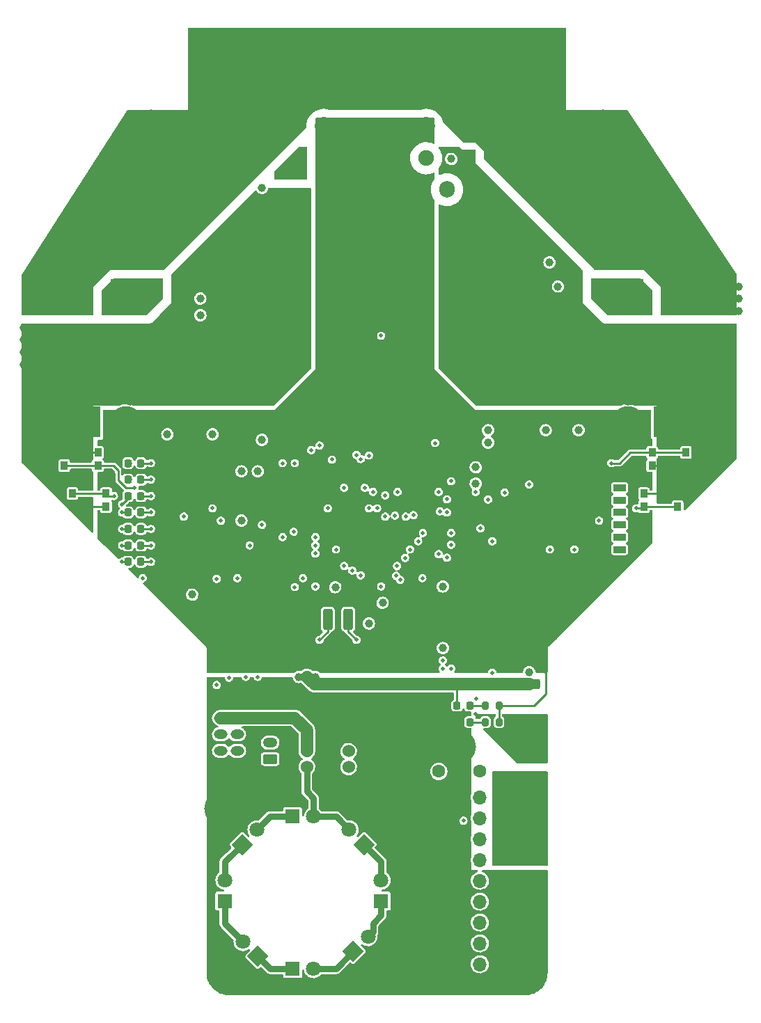
<source format=gbr>
G04 #@! TF.GenerationSoftware,KiCad,Pcbnew,(6.0.11)*
G04 #@! TF.CreationDate,2023-12-28T20:45:09+09:00*
G04 #@! TF.ProjectId,ORION_boost_v5,4f52494f-4e5f-4626-9f6f-73745f76352e,rev?*
G04 #@! TF.SameCoordinates,Original*
G04 #@! TF.FileFunction,Copper,L1,Top*
G04 #@! TF.FilePolarity,Positive*
%FSLAX46Y46*%
G04 Gerber Fmt 4.6, Leading zero omitted, Abs format (unit mm)*
G04 Created by KiCad (PCBNEW (6.0.11)) date 2023-12-28 20:45:09*
%MOMM*%
%LPD*%
G01*
G04 APERTURE LIST*
G04 Aperture macros list*
%AMRoundRect*
0 Rectangle with rounded corners*
0 $1 Rounding radius*
0 $2 $3 $4 $5 $6 $7 $8 $9 X,Y pos of 4 corners*
0 Add a 4 corners polygon primitive as box body*
4,1,4,$2,$3,$4,$5,$6,$7,$8,$9,$2,$3,0*
0 Add four circle primitives for the rounded corners*
1,1,$1+$1,$2,$3*
1,1,$1+$1,$4,$5*
1,1,$1+$1,$6,$7*
1,1,$1+$1,$8,$9*
0 Add four rect primitives between the rounded corners*
20,1,$1+$1,$2,$3,$4,$5,0*
20,1,$1+$1,$4,$5,$6,$7,0*
20,1,$1+$1,$6,$7,$8,$9,0*
20,1,$1+$1,$8,$9,$2,$3,0*%
%AMRotRect*
0 Rectangle, with rotation*
0 The origin of the aperture is its center*
0 $1 length*
0 $2 width*
0 $3 Rotation angle, in degrees counterclockwise*
0 Add horizontal line*
21,1,$1,$2,0,0,$3*%
G04 Aperture macros list end*
G04 #@! TA.AperFunction,SMDPad,CuDef*
%ADD10RoundRect,0.218750X0.218750X0.256250X-0.218750X0.256250X-0.218750X-0.256250X0.218750X-0.256250X0*%
G04 #@! TD*
G04 #@! TA.AperFunction,ComponentPad*
%ADD11O,2.800000X2.460000*%
G04 #@! TD*
G04 #@! TA.AperFunction,ComponentPad*
%ADD12R,3.800000X3.800000*%
G04 #@! TD*
G04 #@! TA.AperFunction,ComponentPad*
%ADD13C,3.800000*%
G04 #@! TD*
G04 #@! TA.AperFunction,SMDPad,CuDef*
%ADD14RoundRect,0.200000X-0.200000X-0.275000X0.200000X-0.275000X0.200000X0.275000X-0.200000X0.275000X0*%
G04 #@! TD*
G04 #@! TA.AperFunction,SMDPad,CuDef*
%ADD15RoundRect,0.300000X0.300000X-1.000000X0.300000X1.000000X-0.300000X1.000000X-0.300000X-1.000000X0*%
G04 #@! TD*
G04 #@! TA.AperFunction,ComponentPad*
%ADD16RoundRect,0.250000X0.625000X-0.350000X0.625000X0.350000X-0.625000X0.350000X-0.625000X-0.350000X0*%
G04 #@! TD*
G04 #@! TA.AperFunction,ComponentPad*
%ADD17O,1.750000X1.200000*%
G04 #@! TD*
G04 #@! TA.AperFunction,ComponentPad*
%ADD18C,1.524000*%
G04 #@! TD*
G04 #@! TA.AperFunction,SMDPad,CuDef*
%ADD19RoundRect,0.218750X-0.218750X-0.256250X0.218750X-0.256250X0.218750X0.256250X-0.218750X0.256250X0*%
G04 #@! TD*
G04 #@! TA.AperFunction,ComponentPad*
%ADD20C,1.600000*%
G04 #@! TD*
G04 #@! TA.AperFunction,ComponentPad*
%ADD21RoundRect,0.250000X-0.575000X0.350000X-0.575000X-0.350000X0.575000X-0.350000X0.575000X0.350000X0*%
G04 #@! TD*
G04 #@! TA.AperFunction,ComponentPad*
%ADD22O,1.650000X1.200000*%
G04 #@! TD*
G04 #@! TA.AperFunction,SMDPad,CuDef*
%ADD23RoundRect,0.250000X1.075000X-0.375000X1.075000X0.375000X-1.075000X0.375000X-1.075000X-0.375000X0*%
G04 #@! TD*
G04 #@! TA.AperFunction,ComponentPad*
%ADD24R,1.700000X1.700000*%
G04 #@! TD*
G04 #@! TA.AperFunction,ComponentPad*
%ADD25O,1.700000X1.700000*%
G04 #@! TD*
G04 #@! TA.AperFunction,SMDPad,CuDef*
%ADD26R,0.900000X1.000000*%
G04 #@! TD*
G04 #@! TA.AperFunction,SMDPad,CuDef*
%ADD27R,5.800000X6.400000*%
G04 #@! TD*
G04 #@! TA.AperFunction,SMDPad,CuDef*
%ADD28R,1.200000X2.200000*%
G04 #@! TD*
G04 #@! TA.AperFunction,ComponentPad*
%ADD29RoundRect,0.500000X-0.500000X2.000000X-0.500000X-2.000000X0.500000X-2.000000X0.500000X2.000000X0*%
G04 #@! TD*
G04 #@! TA.AperFunction,ComponentPad*
%ADD30RoundRect,0.250000X1.150000X-0.980000X1.150000X0.980000X-1.150000X0.980000X-1.150000X-0.980000X0*%
G04 #@! TD*
G04 #@! TA.AperFunction,ComponentPad*
%ADD31C,4.000000*%
G04 #@! TD*
G04 #@! TA.AperFunction,ComponentPad*
%ADD32RoundRect,0.225000X0.575000X-0.225000X0.575000X0.225000X-0.575000X0.225000X-0.575000X-0.225000X0*%
G04 #@! TD*
G04 #@! TA.AperFunction,ComponentPad*
%ADD33R,1.600000X1.600000*%
G04 #@! TD*
G04 #@! TA.AperFunction,ComponentPad*
%ADD34RoundRect,0.250000X0.980000X1.150000X-0.980000X1.150000X-0.980000X-1.150000X0.980000X-1.150000X0*%
G04 #@! TD*
G04 #@! TA.AperFunction,ComponentPad*
%ADD35O,2.460000X2.800000*%
G04 #@! TD*
G04 #@! TA.AperFunction,ComponentPad*
%ADD36RotRect,1.800000X1.800000X45.000000*%
G04 #@! TD*
G04 #@! TA.AperFunction,ComponentPad*
%ADD37C,1.800000*%
G04 #@! TD*
G04 #@! TA.AperFunction,ComponentPad*
%ADD38RotRect,1.800000X1.800000X135.000000*%
G04 #@! TD*
G04 #@! TA.AperFunction,ComponentPad*
%ADD39C,2.200000*%
G04 #@! TD*
G04 #@! TA.AperFunction,ComponentPad*
%ADD40R,1.800000X1.800000*%
G04 #@! TD*
G04 #@! TA.AperFunction,ComponentPad*
%ADD41C,1.905000*%
G04 #@! TD*
G04 #@! TA.AperFunction,ComponentPad*
%ADD42O,1.905000X2.000000*%
G04 #@! TD*
G04 #@! TA.AperFunction,ComponentPad*
%ADD43R,1.905000X2.000000*%
G04 #@! TD*
G04 #@! TA.AperFunction,ViaPad*
%ADD44C,1.000000*%
G04 #@! TD*
G04 #@! TA.AperFunction,ViaPad*
%ADD45C,4.000000*%
G04 #@! TD*
G04 #@! TA.AperFunction,ViaPad*
%ADD46C,0.500000*%
G04 #@! TD*
G04 #@! TA.AperFunction,Conductor*
%ADD47C,0.800000*%
G04 #@! TD*
G04 #@! TA.AperFunction,Conductor*
%ADD48C,0.500000*%
G04 #@! TD*
G04 #@! TA.AperFunction,Conductor*
%ADD49C,0.250000*%
G04 #@! TD*
G04 #@! TA.AperFunction,Conductor*
%ADD50C,1.500000*%
G04 #@! TD*
G04 APERTURE END LIST*
D10*
X96287500Y-106000000D03*
X94712500Y-106000000D03*
D11*
X164450000Y-78480000D03*
X164450000Y-74520000D03*
D12*
X89500000Y-89000000D03*
D13*
X94500000Y-89000000D03*
D14*
X138175000Y-125500000D03*
X139825000Y-125500000D03*
D15*
X119000000Y-113000000D03*
D16*
X112000000Y-130000000D03*
D17*
X112000000Y-128000000D03*
D10*
X136287500Y-123500000D03*
X134712500Y-123500000D03*
D18*
X121540000Y-130951000D03*
X119000000Y-130951000D03*
X116460000Y-130951000D03*
D19*
X134712500Y-125500000D03*
X136287500Y-125500000D03*
D10*
X96287500Y-96000000D03*
X94712500Y-96000000D03*
D20*
X132500000Y-131500000D03*
X137500000Y-131500000D03*
D10*
X96287500Y-94000000D03*
X94712500Y-94000000D03*
D21*
X108000000Y-123000000D03*
D22*
X106000000Y-123000000D03*
X108000000Y-125000000D03*
X106000000Y-125000000D03*
X108000000Y-127000000D03*
X106000000Y-127000000D03*
X108000000Y-129000000D03*
X106000000Y-129000000D03*
D23*
X143500000Y-120900000D03*
X143500000Y-118100000D03*
D24*
X137500000Y-157500000D03*
D25*
X137500000Y-154960000D03*
X137500000Y-152420000D03*
X137500000Y-149880000D03*
X137500000Y-147340000D03*
X137500000Y-144800000D03*
X137500000Y-142260000D03*
X137500000Y-139720000D03*
X137500000Y-137180000D03*
X137500000Y-134640000D03*
D26*
X92050000Y-97700000D03*
X87950000Y-97700000D03*
X92050000Y-99300000D03*
X87950000Y-99300000D03*
D27*
X154500000Y-66400000D03*
D28*
X152220000Y-72700000D03*
X156780000Y-72700000D03*
D10*
X96287500Y-100000000D03*
X94712500Y-100000000D03*
X96287500Y-104000000D03*
X94712500Y-104000000D03*
D29*
X142500000Y-127250000D03*
X142500000Y-134750000D03*
D30*
X85450000Y-78480000D03*
D11*
X85450000Y-74520000D03*
D18*
X116460000Y-129049000D03*
X119000000Y-129049000D03*
X121540000Y-129049000D03*
D10*
X96287500Y-102000000D03*
X94712500Y-102000000D03*
D14*
X138175000Y-123500000D03*
X139825000Y-123500000D03*
D27*
X95500000Y-66400000D03*
D28*
X93220000Y-72700000D03*
X97780000Y-72700000D03*
D12*
X160500000Y-89000000D03*
D13*
X155500000Y-89000000D03*
D10*
X96287500Y-98000000D03*
X94712500Y-98000000D03*
D31*
X142500000Y-140000000D03*
D26*
X158450000Y-92700000D03*
X162550000Y-92700000D03*
X162550000Y-94300000D03*
X158450000Y-94300000D03*
D15*
X121500000Y-113000000D03*
D32*
X154500000Y-104500000D03*
X154500000Y-103000000D03*
X154500000Y-101500000D03*
X154500000Y-100000000D03*
X154500000Y-98500000D03*
X154500000Y-97000000D03*
D26*
X86950000Y-94300000D03*
X91050000Y-94300000D03*
X91050000Y-92700000D03*
X86950000Y-92700000D03*
D31*
X135000000Y-128500000D03*
D26*
X157450000Y-99300000D03*
X161550000Y-99300000D03*
X157450000Y-97700000D03*
X161550000Y-97700000D03*
D33*
X92402651Y-96000000D03*
D20*
X88902651Y-96000000D03*
D33*
X157597349Y-96000000D03*
D20*
X161097349Y-96000000D03*
D34*
X92980000Y-74450000D03*
D35*
X89020000Y-74450000D03*
D36*
X108598439Y-140401561D03*
D37*
X110394490Y-138605510D03*
D38*
X123401561Y-140401561D03*
D37*
X121605510Y-138605510D03*
D39*
X146000000Y-53000000D03*
X131000000Y-53000000D03*
D40*
X106500000Y-147275000D03*
D37*
X106500000Y-144735000D03*
D40*
X114725000Y-155500000D03*
D37*
X117265000Y-155500000D03*
D38*
X110500000Y-154000000D03*
D37*
X108703949Y-152203949D03*
D41*
X130960000Y-56907500D03*
D42*
X133500000Y-60717500D03*
D43*
X136040000Y-56907500D03*
D40*
X125500000Y-147275000D03*
D37*
X125500000Y-144735000D03*
D34*
X160980000Y-74450000D03*
D35*
X157020000Y-74450000D03*
D36*
X122098439Y-153401561D03*
D37*
X123894490Y-151605510D03*
D40*
X114725000Y-137000000D03*
D37*
X117265000Y-137000000D03*
D39*
X103500000Y-53000000D03*
X118500000Y-53000000D03*
D44*
X87500000Y-85000000D03*
X143500000Y-80000000D03*
X136000000Y-72500000D03*
X145000000Y-77000000D03*
X136000000Y-69500000D03*
X115000000Y-65000000D03*
X113500000Y-80000000D03*
X143500000Y-75500000D03*
X158500000Y-83500000D03*
X96500000Y-85000000D03*
X116500000Y-66500000D03*
X140500000Y-75500000D03*
X93000000Y-80500000D03*
D45*
X128000000Y-151000000D03*
D44*
X149500000Y-77500000D03*
D46*
X149000000Y-104500000D03*
X146000000Y-104500000D03*
D44*
X91500000Y-77500000D03*
X112000000Y-68000000D03*
X155500000Y-83500000D03*
X161500000Y-80500000D03*
X99500000Y-85000000D03*
X112000000Y-86500000D03*
X106000000Y-66000000D03*
X98000000Y-83500000D03*
X87500000Y-83500000D03*
D46*
X113500000Y-103000000D03*
D44*
X133000000Y-74000000D03*
X115000000Y-66500000D03*
X133000000Y-66500000D03*
X110500000Y-71000000D03*
X160000000Y-83500000D03*
X137500000Y-74000000D03*
X142000000Y-74000000D03*
X115000000Y-68000000D03*
X168000000Y-80500000D03*
X155500000Y-79000000D03*
X134500000Y-80000000D03*
X96500000Y-86500000D03*
X160000000Y-85000000D03*
X140500000Y-80000000D03*
X113500000Y-85000000D03*
X157000000Y-83500000D03*
X149500000Y-85000000D03*
X110500000Y-83500000D03*
X107500000Y-69500000D03*
X90500000Y-83500000D03*
X139000000Y-63500000D03*
X139000000Y-65000000D03*
X163000000Y-80500000D03*
X142000000Y-75500000D03*
D45*
X97500000Y-79000000D03*
D44*
X155500000Y-77500000D03*
X161500000Y-85000000D03*
X86000000Y-83500000D03*
X107500000Y-68000000D03*
X113500000Y-83500000D03*
X143500000Y-83500000D03*
X108000000Y-83500000D03*
X140500000Y-71000000D03*
X151000000Y-85000000D03*
X115000000Y-83500000D03*
X115000000Y-80000000D03*
X102500000Y-85000000D03*
X126500000Y-133000000D03*
X109000000Y-63000000D03*
X140500000Y-85000000D03*
X143500000Y-78500000D03*
X148000000Y-85000000D03*
X106000000Y-80000000D03*
X134500000Y-77000000D03*
X160000000Y-77500000D03*
X140500000Y-65000000D03*
X137500000Y-59000000D03*
X94500000Y-80500000D03*
X140500000Y-68000000D03*
X140500000Y-86500000D03*
X168000000Y-77500000D03*
X143500000Y-74000000D03*
X101000000Y-86500000D03*
X136000000Y-83500000D03*
X90000000Y-80500000D03*
X113500000Y-63500000D03*
X88500000Y-79000000D03*
X87000000Y-77500000D03*
X113500000Y-65000000D03*
X134500000Y-74000000D03*
X133000000Y-78500000D03*
X143500000Y-65000000D03*
X137500000Y-65000000D03*
X145000000Y-85000000D03*
X107500000Y-75500000D03*
D45*
X84000000Y-86000000D03*
D44*
X89000000Y-85000000D03*
X90000000Y-79000000D03*
X134500000Y-71000000D03*
X93500000Y-85000000D03*
X110500000Y-72500000D03*
X125675500Y-111000000D03*
X137500000Y-78500000D03*
X108000000Y-64000000D03*
X133000000Y-80000000D03*
X136000000Y-68000000D03*
D45*
X84000000Y-91000000D03*
D44*
X106500000Y-85000000D03*
X100500000Y-79000000D03*
X137000000Y-61000000D03*
X110000000Y-62000000D03*
X91500000Y-79000000D03*
X143500000Y-72500000D03*
X140500000Y-77000000D03*
X139000000Y-69500000D03*
X137000000Y-62500000D03*
X112000000Y-65000000D03*
X107000000Y-65000000D03*
X110500000Y-77000000D03*
X107500000Y-72500000D03*
X136000000Y-85000000D03*
X142000000Y-68000000D03*
X102500000Y-83500000D03*
X116500000Y-69500000D03*
X136000000Y-74000000D03*
X154000000Y-86500000D03*
X157000000Y-85000000D03*
D46*
X115000000Y-94000000D03*
D44*
X91500000Y-80500000D03*
X93000000Y-79000000D03*
X139000000Y-74000000D03*
X139000000Y-75500000D03*
X89000000Y-83500000D03*
X94500000Y-79000000D03*
X161500000Y-77500000D03*
X87000000Y-79000000D03*
X107500000Y-80000000D03*
X139000000Y-85000000D03*
X107500000Y-74000000D03*
X140500000Y-66500000D03*
X140500000Y-83500000D03*
X82000000Y-80500000D03*
X139000000Y-71000000D03*
X155500000Y-80500000D03*
X134500000Y-66500000D03*
X143500000Y-77000000D03*
X158500000Y-79000000D03*
X152500000Y-83500000D03*
X143500000Y-68000000D03*
X94500000Y-77500000D03*
X144500000Y-66000000D03*
X134500000Y-83500000D03*
X133000000Y-109000000D03*
X168000000Y-82000000D03*
X137500000Y-77000000D03*
X106000000Y-68000000D03*
X108000000Y-85000000D03*
X113500000Y-66500000D03*
X145000000Y-83500000D03*
D46*
X120000000Y-104500000D03*
D44*
X113500000Y-68000000D03*
X157000000Y-79000000D03*
X115000000Y-69500000D03*
D45*
X106000000Y-136000000D03*
D44*
X110500000Y-74000000D03*
D45*
X152500000Y-79000000D03*
D44*
X140500000Y-74000000D03*
X149500000Y-80500000D03*
X108000000Y-86500000D03*
X106000000Y-74000000D03*
D45*
X166000000Y-91000000D03*
D44*
X140500000Y-78500000D03*
D45*
X128000000Y-136000000D03*
D44*
X133000000Y-69500000D03*
X100500000Y-77500000D03*
D46*
X119000000Y-99500000D03*
D44*
X155500000Y-86500000D03*
X141500000Y-63000000D03*
X140500000Y-69500000D03*
X102000000Y-79000000D03*
X142000000Y-86500000D03*
X112000000Y-85000000D03*
X110500000Y-66500000D03*
X88500000Y-80500000D03*
X137500000Y-68000000D03*
X157000000Y-80500000D03*
X154000000Y-83500000D03*
X134500000Y-78500000D03*
X139000000Y-66500000D03*
D45*
X107000000Y-156000000D03*
D44*
X116500000Y-68000000D03*
X107500000Y-78500000D03*
X113500000Y-62000000D03*
X106000000Y-77000000D03*
D46*
X111000000Y-101500000D03*
D44*
X140500000Y-62000000D03*
X163000000Y-77500000D03*
X137500000Y-71000000D03*
X133000000Y-71000000D03*
X136000000Y-65000000D03*
X139000000Y-80000000D03*
X112000000Y-69500000D03*
X112000000Y-80000000D03*
X142000000Y-80000000D03*
X102500000Y-86500000D03*
X106000000Y-75500000D03*
X152500000Y-86500000D03*
X112000000Y-83500000D03*
X139000000Y-77000000D03*
X136000000Y-78500000D03*
X161500000Y-83500000D03*
X137500000Y-75500000D03*
X106000000Y-78500000D03*
X119000000Y-125500000D03*
X151000000Y-83500000D03*
X145000000Y-78500000D03*
X134500000Y-75500000D03*
X148000000Y-83500000D03*
X136000000Y-75500000D03*
X134500000Y-69500000D03*
X115000000Y-62000000D03*
X92000000Y-85000000D03*
X136000000Y-80000000D03*
D46*
X139000000Y-103500000D03*
D44*
X151000000Y-86500000D03*
D46*
X113500000Y-94000000D03*
D44*
X102000000Y-77500000D03*
X107500000Y-66500000D03*
X145000000Y-80000000D03*
X137500000Y-66500000D03*
X106000000Y-72500000D03*
X110500000Y-69500000D03*
X116500000Y-80000000D03*
X140500000Y-72500000D03*
X106500000Y-83500000D03*
X138500000Y-60000000D03*
X136000000Y-66500000D03*
X110500000Y-85000000D03*
X136000000Y-77000000D03*
X82000000Y-79000000D03*
D46*
X125000000Y-99500000D03*
D44*
X160000000Y-79000000D03*
X92000000Y-83500000D03*
X163000000Y-83500000D03*
X161500000Y-79000000D03*
X90500000Y-85000000D03*
X82000000Y-77500000D03*
X155500000Y-85000000D03*
X133000000Y-75500000D03*
X149500000Y-86500000D03*
X163000000Y-79000000D03*
X142000000Y-83500000D03*
X149500000Y-83500000D03*
X137500000Y-80000000D03*
X88500000Y-77500000D03*
X139500000Y-61000000D03*
X148000000Y-80500000D03*
X102000000Y-80500000D03*
X99500000Y-83500000D03*
X142000000Y-72500000D03*
X163000000Y-85000000D03*
X93500000Y-83500000D03*
X134500000Y-68000000D03*
X142000000Y-66500000D03*
X168000000Y-79000000D03*
X93000000Y-77500000D03*
X145000000Y-86500000D03*
D46*
X101500000Y-100500000D03*
D44*
X149500000Y-79000000D03*
X148000000Y-86500000D03*
X107500000Y-77000000D03*
X137500000Y-86500000D03*
X139000000Y-72500000D03*
X133000000Y-68000000D03*
X110500000Y-63500000D03*
X137500000Y-72500000D03*
X98000000Y-85000000D03*
X98000000Y-86500000D03*
X139000000Y-86500000D03*
X148000000Y-77500000D03*
X142000000Y-78500000D03*
X95000000Y-86500000D03*
X106500000Y-86500000D03*
X157000000Y-77500000D03*
X137500000Y-83500000D03*
X110500000Y-75500000D03*
X116500000Y-63500000D03*
X142000000Y-77000000D03*
D46*
X122500000Y-115500000D03*
D44*
X110500000Y-80000000D03*
X143500000Y-85000000D03*
D45*
X166000000Y-86000000D03*
D44*
X139000000Y-78500000D03*
D46*
X96500000Y-108000000D03*
D44*
X109000000Y-65000000D03*
X100500000Y-80500000D03*
X143500000Y-86500000D03*
X134500000Y-72500000D03*
X139000000Y-68000000D03*
X82000000Y-82000000D03*
X113500000Y-69500000D03*
X137500000Y-85000000D03*
X107500000Y-71000000D03*
X96500000Y-83500000D03*
X115000000Y-63500000D03*
D46*
X131900500Y-140500000D03*
D44*
X142000000Y-69500000D03*
D45*
X143000000Y-156000000D03*
D44*
X143500000Y-71000000D03*
X101000000Y-85000000D03*
X148000000Y-79000000D03*
X164500000Y-83500000D03*
X142000000Y-85000000D03*
X154000000Y-85000000D03*
X101000000Y-83500000D03*
D46*
X127189363Y-100376896D03*
D44*
X87000000Y-80500000D03*
X142000000Y-71000000D03*
X133000000Y-72500000D03*
X139000000Y-83500000D03*
X160000000Y-80500000D03*
X110500000Y-86500000D03*
X158500000Y-85000000D03*
X116500000Y-65000000D03*
X112000000Y-66500000D03*
X95000000Y-83500000D03*
X136000000Y-71000000D03*
X143500000Y-69500000D03*
D45*
X126000000Y-156000000D03*
D44*
X133000000Y-77000000D03*
X116500000Y-62000000D03*
X158500000Y-77500000D03*
X142500000Y-64000000D03*
X95000000Y-85000000D03*
X90000000Y-77500000D03*
X110500000Y-78500000D03*
X110500000Y-68000000D03*
X137500000Y-69500000D03*
D46*
X126000000Y-100500000D03*
D44*
X152500000Y-85000000D03*
X158500000Y-80500000D03*
X99500000Y-86500000D03*
D46*
X134000000Y-103925500D03*
X116000000Y-108000000D03*
X94000000Y-104000000D03*
X108000000Y-108000000D03*
D44*
X124000000Y-113500000D03*
D46*
X152000000Y-101000000D03*
D44*
X119916990Y-109083010D03*
D46*
X137574500Y-101925500D03*
D44*
X107500000Y-48000000D03*
X164500000Y-72500000D03*
X124000000Y-43500000D03*
X133500000Y-49500000D03*
X133500000Y-48000000D03*
X110500000Y-52500000D03*
X160000000Y-71000000D03*
X166000000Y-72500000D03*
X92000000Y-60000000D03*
X90500000Y-64500000D03*
X145500000Y-49500000D03*
X115000000Y-52500000D03*
X121000000Y-48000000D03*
X116500000Y-42000000D03*
X104500000Y-46500000D03*
X113500000Y-45000000D03*
X138000000Y-54000000D03*
X147000000Y-42000000D03*
X169000000Y-72500000D03*
X93500000Y-55500000D03*
X112000000Y-49500000D03*
X113500000Y-48000000D03*
X129000000Y-42000000D03*
X139500000Y-54000000D03*
X156500000Y-60000000D03*
X160500000Y-68500000D03*
X135000000Y-43500000D03*
X103000000Y-42000000D03*
X130500000Y-46500000D03*
X104500000Y-49500000D03*
X104500000Y-45000000D03*
X121000000Y-46500000D03*
X109000000Y-48000000D03*
X110500000Y-48000000D03*
X82500000Y-75500000D03*
X159500000Y-60000000D03*
X110500000Y-46500000D03*
X124000000Y-45000000D03*
X103000000Y-49500000D03*
X158000000Y-60000000D03*
X145500000Y-45000000D03*
X115000000Y-49500000D03*
X158500000Y-66500000D03*
X133500000Y-51000000D03*
X144000000Y-54000000D03*
X142500000Y-46500000D03*
X169000000Y-74000000D03*
X82500000Y-74000000D03*
X139500000Y-48000000D03*
X113500000Y-42000000D03*
X130500000Y-45000000D03*
X144000000Y-48000000D03*
X90500000Y-60000000D03*
X119500000Y-46500000D03*
X130500000Y-43500000D03*
X90500000Y-61500000D03*
X139500000Y-45000000D03*
X138000000Y-46500000D03*
X90000000Y-72500000D03*
X142500000Y-49500000D03*
X118000000Y-45000000D03*
X159500000Y-67500000D03*
X110500000Y-49500000D03*
X126000000Y-45000000D03*
X142500000Y-42000000D03*
X141000000Y-42000000D03*
X92000000Y-61500000D03*
X109000000Y-54000000D03*
X138000000Y-45000000D03*
X136500000Y-54000000D03*
X133500000Y-45000000D03*
X109000000Y-43500000D03*
X121000000Y-43500000D03*
X127500000Y-42000000D03*
X145500000Y-46500000D03*
X115000000Y-43500000D03*
X119500000Y-45000000D03*
X135000000Y-46500000D03*
X159500000Y-64500000D03*
X103000000Y-48000000D03*
X119500000Y-43500000D03*
X160000000Y-69500000D03*
X158000000Y-61500000D03*
X106000000Y-42000000D03*
X161500000Y-72500000D03*
X92000000Y-57000000D03*
X110500000Y-51000000D03*
X115000000Y-45000000D03*
X106000000Y-45000000D03*
X106000000Y-46500000D03*
X107500000Y-43500000D03*
X107500000Y-51000000D03*
X142500000Y-48000000D03*
X132000000Y-48000000D03*
X139500000Y-49500000D03*
X167500000Y-75500000D03*
X107500000Y-54000000D03*
X116500000Y-48000000D03*
X158000000Y-63000000D03*
D45*
X152500000Y-53000000D03*
D44*
X132000000Y-46500000D03*
X132000000Y-43500000D03*
X142500000Y-54000000D03*
X112000000Y-52500000D03*
X141000000Y-43500000D03*
X93500000Y-54000000D03*
X109000000Y-45000000D03*
X103000000Y-45000000D03*
X141000000Y-51000000D03*
X106000000Y-54000000D03*
X88500000Y-69500000D03*
X113500000Y-43500000D03*
X159500000Y-63000000D03*
X109000000Y-49500000D03*
X110500000Y-54000000D03*
X139500000Y-43500000D03*
X138000000Y-43500000D03*
X133500000Y-46500000D03*
X116500000Y-43500000D03*
X144000000Y-42000000D03*
X127500000Y-45000000D03*
X93500000Y-64500000D03*
X92000000Y-63000000D03*
X121000000Y-49500000D03*
X141000000Y-54000000D03*
X136500000Y-46500000D03*
X129000000Y-49500000D03*
X122500000Y-43500000D03*
X141000000Y-49500000D03*
X132000000Y-42000000D03*
X147000000Y-43500000D03*
X136500000Y-51000000D03*
X92000000Y-58500000D03*
X106000000Y-51000000D03*
X90500000Y-63000000D03*
X115000000Y-51000000D03*
D45*
X97500000Y-53000000D03*
D44*
X110500000Y-45000000D03*
X142500000Y-43500000D03*
X116500000Y-49500000D03*
X135000000Y-52500000D03*
X122500000Y-42000000D03*
X156500000Y-61500000D03*
X147000000Y-45000000D03*
X144000000Y-43500000D03*
X142500000Y-52500000D03*
X135000000Y-45000000D03*
X107500000Y-49500000D03*
X106000000Y-43500000D03*
X118000000Y-48000000D03*
X88500000Y-72500000D03*
X160000000Y-72500000D03*
X107500000Y-45000000D03*
X129000000Y-46500000D03*
X104500000Y-43500000D03*
X163000000Y-72500000D03*
X115000000Y-48000000D03*
X113500000Y-51000000D03*
X112000000Y-54000000D03*
X144000000Y-46500000D03*
X161500000Y-69500000D03*
X144000000Y-45000000D03*
X130500000Y-48000000D03*
X129000000Y-43500000D03*
X118000000Y-42000000D03*
X93500000Y-61500000D03*
X112000000Y-48000000D03*
X109000000Y-52500000D03*
X103000000Y-46500000D03*
X107500000Y-42000000D03*
X82500000Y-72500000D03*
X158000000Y-58500000D03*
X104500000Y-48000000D03*
X156500000Y-55500000D03*
X156500000Y-57000000D03*
X144000000Y-52500000D03*
X115000000Y-46500000D03*
X133500000Y-42000000D03*
X139500000Y-52500000D03*
X107500000Y-52500000D03*
X126000000Y-43500000D03*
X145500000Y-48000000D03*
X93500000Y-58500000D03*
X135000000Y-48000000D03*
X113500000Y-49500000D03*
X89500000Y-68500000D03*
X103000000Y-43500000D03*
X130500000Y-42000000D03*
X138000000Y-49500000D03*
X130500000Y-49500000D03*
X116500000Y-45000000D03*
X109000000Y-46500000D03*
X147000000Y-49500000D03*
X167500000Y-74000000D03*
X107500000Y-46500000D03*
X119500000Y-42000000D03*
X139500000Y-46500000D03*
X93500000Y-63000000D03*
X109000000Y-42000000D03*
X136500000Y-49500000D03*
X158000000Y-57000000D03*
X93500000Y-60000000D03*
X113500000Y-52500000D03*
X119500000Y-48000000D03*
X124000000Y-42000000D03*
X110500000Y-43500000D03*
X144000000Y-51000000D03*
X119500000Y-49500000D03*
X106000000Y-49500000D03*
X156500000Y-54000000D03*
X112000000Y-42000000D03*
X109000000Y-51000000D03*
X139500000Y-42000000D03*
X136500000Y-48000000D03*
X135000000Y-42000000D03*
X106000000Y-52500000D03*
X90000000Y-69500000D03*
X121000000Y-45000000D03*
X138000000Y-52500000D03*
X129000000Y-48000000D03*
X121000000Y-42000000D03*
X135000000Y-51000000D03*
X104500000Y-42000000D03*
X142500000Y-51000000D03*
X156500000Y-58500000D03*
X118000000Y-49500000D03*
X116500000Y-51000000D03*
X141000000Y-46500000D03*
X118000000Y-43500000D03*
X167500000Y-72500000D03*
X112000000Y-51000000D03*
X136500000Y-52500000D03*
X169000000Y-75500000D03*
X91500000Y-66500000D03*
X106000000Y-48000000D03*
X147000000Y-48000000D03*
X144000000Y-49500000D03*
X115000000Y-42000000D03*
X116500000Y-46500000D03*
X141000000Y-45000000D03*
X145500000Y-43500000D03*
X90500000Y-67500000D03*
X126000000Y-42000000D03*
X129000000Y-45000000D03*
X159500000Y-61500000D03*
X132000000Y-45000000D03*
X156500000Y-63000000D03*
X132000000Y-49500000D03*
X127500000Y-43500000D03*
X136500000Y-45000000D03*
X112000000Y-43500000D03*
X136500000Y-42000000D03*
X110500000Y-42000000D03*
X92500000Y-65500000D03*
X138000000Y-42000000D03*
X112000000Y-45000000D03*
X84000000Y-72500000D03*
X90000000Y-71000000D03*
X141000000Y-48000000D03*
X156500000Y-64500000D03*
X145500000Y-42000000D03*
X141000000Y-52500000D03*
X142500000Y-45000000D03*
X118000000Y-46500000D03*
X135000000Y-49500000D03*
X133500000Y-43500000D03*
X147000000Y-46500000D03*
X138000000Y-51000000D03*
X138000000Y-48000000D03*
X139500000Y-51000000D03*
X93500000Y-57000000D03*
X85500000Y-72500000D03*
X87000000Y-72500000D03*
X136500000Y-43500000D03*
X113500000Y-54000000D03*
X113500000Y-46500000D03*
X161500000Y-71000000D03*
X122500000Y-45000000D03*
X112000000Y-46500000D03*
X157500000Y-65500000D03*
X88500000Y-71000000D03*
X137000000Y-94500000D03*
X110500000Y-95000000D03*
X102500000Y-110000000D03*
X137000000Y-96500000D03*
D46*
X94000000Y-106000000D03*
D44*
X108500000Y-101000000D03*
X108500000Y-95000000D03*
X124000000Y-75500000D03*
X122500000Y-74000000D03*
X124000000Y-69500000D03*
X148000000Y-110500000D03*
X119500000Y-72500000D03*
X137500000Y-109000000D03*
X119500000Y-71000000D03*
X125500000Y-69500000D03*
X118000000Y-68000000D03*
X137500000Y-115000000D03*
X121000000Y-71000000D03*
X145000000Y-109000000D03*
X140500000Y-109000000D03*
X143500000Y-110500000D03*
X121000000Y-72500000D03*
X148000000Y-113500000D03*
X124000000Y-68000000D03*
X146500000Y-112000000D03*
X137500000Y-113500000D03*
X145000000Y-113500000D03*
X139000000Y-109000000D03*
X122500000Y-66500000D03*
X140500000Y-110500000D03*
X125500000Y-72500000D03*
X140500000Y-113500000D03*
X124000000Y-74000000D03*
X118000000Y-71000000D03*
X146500000Y-109000000D03*
X148000000Y-112000000D03*
X121000000Y-75500000D03*
X142000000Y-113500000D03*
X148000000Y-109000000D03*
X146500000Y-113500000D03*
X121000000Y-65000000D03*
X140500000Y-115000000D03*
X140500000Y-116500000D03*
X142000000Y-112000000D03*
X122500000Y-68000000D03*
X119500000Y-74000000D03*
X118000000Y-65000000D03*
X118000000Y-75500000D03*
X139000000Y-110500000D03*
X137500000Y-110500000D03*
X151000000Y-109000000D03*
X145000000Y-115000000D03*
X122500000Y-75500000D03*
X146500000Y-110500000D03*
X121000000Y-69500000D03*
X124000000Y-72500000D03*
X149500000Y-112000000D03*
X122500000Y-72500000D03*
X143500000Y-115000000D03*
X118000000Y-62000000D03*
X118000000Y-74000000D03*
X125500000Y-75500000D03*
X124000000Y-66500000D03*
X122500000Y-69500000D03*
X119500000Y-66500000D03*
X121000000Y-63500000D03*
X119500000Y-63500000D03*
X125500000Y-71000000D03*
X142000000Y-109000000D03*
X145000000Y-110500000D03*
X125500000Y-68000000D03*
X143500000Y-109000000D03*
X151000000Y-110500000D03*
X143500000Y-113500000D03*
X121000000Y-68000000D03*
X121000000Y-74000000D03*
X149500000Y-110500000D03*
X149500000Y-109000000D03*
X143500000Y-112000000D03*
X119500000Y-62000000D03*
X118000000Y-63500000D03*
X137500000Y-116500000D03*
X143500000Y-116500000D03*
X122500000Y-65000000D03*
X119500000Y-65000000D03*
X142000000Y-115000000D03*
X118000000Y-69500000D03*
X145000000Y-116500000D03*
X146500000Y-115000000D03*
X139000000Y-116500000D03*
X145000000Y-112000000D03*
X139000000Y-112000000D03*
X118000000Y-66500000D03*
X121000000Y-66500000D03*
X125500000Y-66500000D03*
X139000000Y-113500000D03*
X139000000Y-115000000D03*
X142000000Y-110500000D03*
X124000000Y-71000000D03*
X125500000Y-74000000D03*
X119500000Y-69500000D03*
X140500000Y-112000000D03*
X142000000Y-116500000D03*
X119500000Y-75500000D03*
X119500000Y-68000000D03*
X118000000Y-72500000D03*
X137500000Y-112000000D03*
X122500000Y-71000000D03*
D46*
X94000000Y-102000000D03*
X117500000Y-105000000D03*
X97500000Y-106000000D03*
X117500000Y-104000000D03*
X94000000Y-100000000D03*
X97500000Y-104000000D03*
X124000000Y-99500000D03*
X156500000Y-99500000D03*
X133500000Y-100000000D03*
X132624000Y-99875500D03*
X128500000Y-100500000D03*
X117500000Y-109000000D03*
X115000000Y-109074500D03*
X129425500Y-100324500D03*
X134000000Y-102500000D03*
X130574500Y-102500000D03*
D44*
X138500000Y-91500000D03*
D46*
X97500000Y-102000000D03*
X97500000Y-100000000D03*
X109039508Y-120000000D03*
X105500000Y-121000000D03*
X110500000Y-120000000D03*
X107000000Y-120100688D03*
X118000000Y-115500000D03*
X126000000Y-97925500D03*
X130500000Y-108000000D03*
X133500000Y-105500000D03*
X127500000Y-97500000D03*
X139000000Y-119500000D03*
X133000000Y-118000000D03*
X137041622Y-122699500D03*
X134000000Y-119000000D03*
X137000000Y-124500000D03*
X133000000Y-119000000D03*
X117500000Y-103000000D03*
X94000000Y-99000000D03*
X138500000Y-98425500D03*
X123500000Y-97000000D03*
X121000000Y-97000000D03*
X114843767Y-102343767D03*
X119500000Y-93574500D03*
X106000000Y-101000000D03*
X140500000Y-97574500D03*
X123000000Y-93500000D03*
X124500000Y-97500000D03*
X130000000Y-103500000D03*
X135500000Y-137500000D03*
X124000000Y-93074500D03*
X143500000Y-96593766D03*
X105000000Y-99500000D03*
X122500000Y-93000000D03*
D44*
X111000000Y-91175500D03*
X111000000Y-60500000D03*
D46*
X125500000Y-78500000D03*
X132050000Y-91550000D03*
X134000000Y-96199500D03*
X137000000Y-97500000D03*
X132500000Y-105074500D03*
X125500000Y-109000000D03*
X132500000Y-97500000D03*
X105500000Y-108074500D03*
X129000000Y-104500000D03*
X127806516Y-108193484D03*
X128399930Y-105525570D03*
X127306516Y-107693484D03*
X127425500Y-106500000D03*
X109500000Y-104000000D03*
X123000000Y-107649000D03*
X122000000Y-107074500D03*
X95500000Y-97000000D03*
X121000000Y-106500000D03*
X93000000Y-98000000D03*
D44*
X99500000Y-90500000D03*
X103500000Y-76000000D03*
X134000000Y-57000000D03*
X138500000Y-90000000D03*
D46*
X97500000Y-98000000D03*
D44*
X143500000Y-119450500D03*
X133000000Y-116500000D03*
X116000000Y-56000000D03*
X114500000Y-59000000D03*
X113000000Y-59000000D03*
X116000000Y-57500000D03*
X114500000Y-57500000D03*
X116000000Y-59000000D03*
X97500000Y-72500000D03*
X94500000Y-72500000D03*
X96000000Y-74000000D03*
X94500000Y-74000000D03*
X96000000Y-72500000D03*
X94500000Y-75500000D03*
X97500000Y-74000000D03*
X96000000Y-75500000D03*
X155500000Y-72500000D03*
X154000000Y-72500000D03*
X155500000Y-75500000D03*
X152500000Y-74000000D03*
X154000000Y-74000000D03*
X152500000Y-72500000D03*
X155500000Y-74000000D03*
X154000000Y-75500000D03*
X103498268Y-73988969D03*
X105000000Y-90500000D03*
X147000000Y-72500000D03*
X149500000Y-90000000D03*
X145975500Y-69579502D03*
X145500000Y-90000000D03*
D46*
X97500000Y-96000000D03*
X95000000Y-96000000D03*
X117000000Y-92425500D03*
X97500000Y-94000000D03*
X118000000Y-91851000D03*
X95000000Y-94000000D03*
X133500000Y-98400500D03*
X153500000Y-94000000D03*
D44*
X115500000Y-120000000D03*
X117500000Y-120000000D03*
X116500000Y-120000000D03*
D47*
X106500000Y-150000000D02*
X108703949Y-152203949D01*
X106500000Y-147275000D02*
X106500000Y-150000000D01*
D48*
X134500000Y-157500000D02*
X137500000Y-157500000D01*
D49*
X87950000Y-99300000D02*
X87450000Y-99300000D01*
D48*
X134000000Y-157000000D02*
X134500000Y-157500000D01*
D49*
X86950000Y-92700000D02*
X86700000Y-92700000D01*
D48*
X131900500Y-140500000D02*
X131900500Y-139599500D01*
D49*
X121500000Y-113000000D02*
X121500000Y-114500000D01*
X135000000Y-127500000D02*
X135000000Y-128500000D01*
X134712500Y-127212500D02*
X135000000Y-127500000D01*
D48*
X129500000Y-133000000D02*
X134000000Y-137500000D01*
D47*
X119500000Y-133000000D02*
X126500000Y-133000000D01*
D48*
X126500000Y-133000000D02*
X129500000Y-133000000D01*
D49*
X157450000Y-97700000D02*
X161550000Y-97700000D01*
D48*
X131900500Y-139599500D02*
X134000000Y-137500000D01*
D49*
X85500000Y-91500000D02*
X88000000Y-89000000D01*
X121500000Y-114500000D02*
X122500000Y-115500000D01*
X87450000Y-99300000D02*
X85500000Y-97350000D01*
X158450000Y-94300000D02*
X162550000Y-94300000D01*
X87950000Y-99300000D02*
X92050000Y-99300000D01*
D48*
X134000000Y-137500000D02*
X134000000Y-157000000D01*
D47*
X119000000Y-132500000D02*
X119500000Y-133000000D01*
D50*
X119000000Y-129049000D02*
X119000000Y-125500000D01*
D49*
X134712500Y-125500000D02*
X134712500Y-127212500D01*
D47*
X119000000Y-130951000D02*
X119000000Y-129049000D01*
D49*
X86950000Y-92700000D02*
X91050000Y-92700000D01*
D47*
X119000000Y-130951000D02*
X119000000Y-132500000D01*
D49*
X86700000Y-92700000D02*
X85500000Y-91500000D01*
X85500000Y-97350000D02*
X85500000Y-91500000D01*
X94712500Y-104000000D02*
X94000000Y-104000000D01*
D47*
X117265000Y-134765000D02*
X116460000Y-133960000D01*
D49*
X94712500Y-106000000D02*
X94000000Y-106000000D01*
D47*
X120000000Y-137000000D02*
X121605510Y-138605510D01*
X117265000Y-137000000D02*
X120000000Y-137000000D01*
X116460000Y-133960000D02*
X116460000Y-130951000D01*
X117265000Y-137000000D02*
X117265000Y-134765000D01*
D49*
X145500000Y-122083364D02*
X144083364Y-123500000D01*
X139825000Y-125500000D02*
X139825000Y-123500000D01*
X143500000Y-118100000D02*
X144100000Y-118100000D01*
X144083364Y-123500000D02*
X139825000Y-123500000D01*
X145500000Y-119500000D02*
X145500000Y-122083364D01*
X144100000Y-118100000D02*
X145500000Y-119500000D01*
X94712500Y-102000000D02*
X94000000Y-102000000D01*
X96287500Y-106000000D02*
X97500000Y-106000000D01*
X94712500Y-100000000D02*
X94000000Y-100000000D01*
X97500000Y-104000000D02*
X96287500Y-104000000D01*
X157450000Y-99300000D02*
X161550000Y-99300000D01*
X157250000Y-99500000D02*
X157450000Y-99300000D01*
X156500000Y-99500000D02*
X157250000Y-99500000D01*
X96287500Y-102000000D02*
X97500000Y-102000000D01*
X96287500Y-100000000D02*
X97500000Y-100000000D01*
D50*
X106000000Y-125000000D02*
X108000000Y-125000000D01*
X116460000Y-126460000D02*
X115000000Y-125000000D01*
X116460000Y-129049000D02*
X116460000Y-126460000D01*
X115000000Y-125000000D02*
X108000000Y-125000000D01*
D49*
X119000000Y-114500000D02*
X118000000Y-115500000D01*
X119000000Y-113000000D02*
X119000000Y-114500000D01*
D47*
X110500000Y-154000000D02*
X112000000Y-155500000D01*
X112000000Y-155500000D02*
X114725000Y-155500000D01*
D49*
X136287500Y-123500000D02*
X138175000Y-123500000D01*
X94712500Y-98287500D02*
X94000000Y-99000000D01*
X94712500Y-98000000D02*
X94712500Y-98287500D01*
X93527651Y-96059130D02*
X94468521Y-97000000D01*
X91050000Y-94300000D02*
X92952651Y-94300000D01*
X93527651Y-94875000D02*
X93527651Y-96059130D01*
X91050000Y-94300000D02*
X86950000Y-94300000D01*
X92952651Y-94300000D02*
X93527651Y-94875000D01*
X94468521Y-97000000D02*
X95500000Y-97000000D01*
X92350000Y-98000000D02*
X93000000Y-98000000D01*
X87950000Y-97700000D02*
X92050000Y-97700000D01*
X92050000Y-97700000D02*
X92350000Y-98000000D01*
X96287500Y-98000000D02*
X97500000Y-98000000D01*
D47*
X112000000Y-137000000D02*
X114725000Y-137000000D01*
X110394490Y-138605510D02*
X112000000Y-137000000D01*
X106500000Y-142500000D02*
X108598439Y-140401561D01*
X106500000Y-144735000D02*
X106500000Y-142500000D01*
X123401561Y-140401561D02*
X125500000Y-142500000D01*
X125500000Y-142500000D02*
X125500000Y-144735000D01*
X124500000Y-150000000D02*
X124500000Y-151000000D01*
X125500000Y-149000000D02*
X124500000Y-150000000D01*
X124500000Y-151000000D02*
X123894490Y-151605510D01*
X125500000Y-147275000D02*
X125500000Y-149000000D01*
X120000000Y-155500000D02*
X122098439Y-153401561D01*
X117265000Y-155500000D02*
X120000000Y-155500000D01*
D49*
X136287500Y-125500000D02*
X138175000Y-125500000D01*
X96287500Y-96000000D02*
X97500000Y-96000000D01*
X94712500Y-96000000D02*
X95000000Y-96000000D01*
X97500000Y-94000000D02*
X96287500Y-94000000D01*
X94712500Y-94000000D02*
X95000000Y-94000000D01*
X155800000Y-92700000D02*
X158450000Y-92700000D01*
X154500000Y-94000000D02*
X155800000Y-92700000D01*
X158450000Y-92700000D02*
X162550000Y-92700000D01*
X153500000Y-94000000D02*
X154500000Y-94000000D01*
X134712500Y-121012500D02*
X134600000Y-120900000D01*
X134712500Y-123500000D02*
X134712500Y-121012500D01*
D50*
X134600000Y-120900000D02*
X143500000Y-120900000D01*
X116500000Y-120000000D02*
X117400000Y-120900000D01*
X117400000Y-120900000D02*
X134600000Y-120900000D01*
D47*
X115500000Y-120000000D02*
X116500000Y-120000000D01*
G04 #@! TA.AperFunction,Conductor*
G36*
X155366292Y-51020002D02*
G01*
X155403009Y-51056108D01*
X162100027Y-61101635D01*
X168728338Y-71044102D01*
X168749500Y-71113994D01*
X168749500Y-75874000D01*
X168729498Y-75942121D01*
X168675842Y-75988614D01*
X168623500Y-76000000D01*
X159626000Y-76000000D01*
X159557879Y-75979998D01*
X159511386Y-75926342D01*
X159500000Y-75874000D01*
X159500000Y-72500000D01*
X157500000Y-70500000D01*
X151552190Y-70500000D01*
X151484069Y-70479998D01*
X151463095Y-70463095D01*
X138036905Y-57036905D01*
X138002879Y-56974593D01*
X138000000Y-56947810D01*
X138000000Y-56000000D01*
X137000000Y-55000000D01*
X135552190Y-55000000D01*
X135484069Y-54979998D01*
X135463095Y-54963095D01*
X133079056Y-52579056D01*
X133044769Y-52515512D01*
X133028719Y-52438011D01*
X133027850Y-52433814D01*
X132932248Y-52163842D01*
X132800891Y-51909342D01*
X132787679Y-51890543D01*
X132638673Y-51678529D01*
X132638668Y-51678523D01*
X132636209Y-51675024D01*
X132441251Y-51465224D01*
X132437935Y-51462510D01*
X132437932Y-51462507D01*
X132222941Y-51286539D01*
X132219623Y-51283823D01*
X131975427Y-51134180D01*
X131971491Y-51132452D01*
X131717110Y-51020786D01*
X131717106Y-51020785D01*
X131713182Y-51019062D01*
X131646264Y-51000000D01*
X155298171Y-51000000D01*
X155366292Y-51020002D01*
G37*
G04 #@! TD.AperFunction*
G04 #@! TA.AperFunction,Conductor*
G36*
X131942121Y-52020002D02*
G01*
X131988614Y-52073658D01*
X132000000Y-52126000D01*
X132000000Y-55036432D01*
X131979998Y-55104553D01*
X131926342Y-55151046D01*
X131856068Y-55161150D01*
X131812433Y-55146366D01*
X131797565Y-55138039D01*
X131797557Y-55138035D01*
X131793671Y-55135859D01*
X131789513Y-55134251D01*
X131789508Y-55134248D01*
X131539883Y-55037675D01*
X131539877Y-55037673D01*
X131535728Y-55036068D01*
X131531396Y-55035064D01*
X131531393Y-55035063D01*
X131457870Y-55018021D01*
X131266297Y-54973617D01*
X130990755Y-54949753D01*
X130986320Y-54949997D01*
X130986316Y-54949997D01*
X130883077Y-54955679D01*
X130714599Y-54964950D01*
X130710239Y-54965817D01*
X130710233Y-54965818D01*
X130577375Y-54992245D01*
X130443339Y-55018907D01*
X130182389Y-55110547D01*
X130178438Y-55112600D01*
X130178432Y-55112602D01*
X130060876Y-55173668D01*
X129936954Y-55238040D01*
X129933339Y-55240623D01*
X129933333Y-55240627D01*
X129826978Y-55316630D01*
X129711931Y-55398844D01*
X129708704Y-55401922D01*
X129708702Y-55401924D01*
X129582137Y-55522661D01*
X129511810Y-55589749D01*
X129340585Y-55806947D01*
X129318353Y-55845223D01*
X129203906Y-56042257D01*
X129203903Y-56042263D01*
X129201672Y-56046104D01*
X129200002Y-56050227D01*
X129099515Y-56298316D01*
X129099512Y-56298324D01*
X129097842Y-56302448D01*
X129031167Y-56570865D01*
X129002977Y-56845998D01*
X129003152Y-56850450D01*
X129011014Y-57050546D01*
X129013835Y-57122359D01*
X129063525Y-57394432D01*
X129151054Y-57656790D01*
X129153044Y-57660773D01*
X129153045Y-57660775D01*
X129200169Y-57755083D01*
X129274677Y-57904197D01*
X129277204Y-57907853D01*
X129277205Y-57907855D01*
X129411095Y-58101578D01*
X129431926Y-58131718D01*
X129619664Y-58334813D01*
X129623118Y-58337625D01*
X129830689Y-58506614D01*
X129830693Y-58506617D01*
X129834146Y-58509428D01*
X130071092Y-58652081D01*
X130155499Y-58687823D01*
X130321675Y-58758190D01*
X130321679Y-58758191D01*
X130325773Y-58759925D01*
X130330065Y-58761063D01*
X130330068Y-58761064D01*
X130437031Y-58789424D01*
X130593109Y-58830808D01*
X130597533Y-58831332D01*
X130597535Y-58831332D01*
X130756676Y-58850167D01*
X130867766Y-58863315D01*
X131144263Y-58856799D01*
X131148657Y-58856068D01*
X131148664Y-58856067D01*
X131412681Y-58812123D01*
X131412685Y-58812122D01*
X131417083Y-58811390D01*
X131655093Y-58736117D01*
X131676538Y-58729335D01*
X131676540Y-58729334D01*
X131680784Y-58727992D01*
X131684795Y-58726066D01*
X131684800Y-58726064D01*
X131819458Y-58661402D01*
X131889524Y-58649945D01*
X131954662Y-58678188D01*
X131994189Y-58737163D01*
X132000000Y-58774985D01*
X132000000Y-59374277D01*
X131979998Y-59442398D01*
X131972954Y-59452278D01*
X131880585Y-59569447D01*
X131878348Y-59573299D01*
X131743906Y-59804757D01*
X131743903Y-59804763D01*
X131741672Y-59808604D01*
X131740002Y-59812727D01*
X131639515Y-60060816D01*
X131639512Y-60060824D01*
X131637842Y-60064948D01*
X131571167Y-60333365D01*
X131547000Y-60569234D01*
X131547000Y-60835461D01*
X131561545Y-61040883D01*
X131562483Y-61045238D01*
X131562483Y-61045241D01*
X131609733Y-61264706D01*
X131619756Y-61311262D01*
X131623868Y-61322409D01*
X131697745Y-61522661D01*
X131715482Y-61570741D01*
X131717596Y-61574660D01*
X131717597Y-61574661D01*
X131771265Y-61674125D01*
X131846815Y-61814143D01*
X131947682Y-61950706D01*
X131975351Y-61988167D01*
X131999734Y-62054845D01*
X132000000Y-62063026D01*
X132000000Y-82500000D01*
X137000000Y-87500000D01*
X158223500Y-87500000D01*
X158291621Y-87520002D01*
X158338114Y-87573658D01*
X158349500Y-87626000D01*
X158349500Y-90924674D01*
X158364034Y-90997740D01*
X158419399Y-91080601D01*
X158429714Y-91087493D01*
X158429716Y-91087495D01*
X158444000Y-91097039D01*
X158489529Y-91151515D01*
X158500000Y-91201805D01*
X158500000Y-91823500D01*
X158479998Y-91891621D01*
X158426342Y-91938114D01*
X158374000Y-91949500D01*
X157975326Y-91949500D01*
X157902260Y-91964034D01*
X157891943Y-91970928D01*
X157891942Y-91970928D01*
X157878963Y-91979600D01*
X157819399Y-92019399D01*
X157799348Y-92049408D01*
X157777619Y-92081929D01*
X157764034Y-92102260D01*
X157749500Y-92175326D01*
X157749500Y-92198500D01*
X157729498Y-92266621D01*
X157675842Y-92313114D01*
X157623500Y-92324500D01*
X155853497Y-92324500D01*
X155830208Y-92322021D01*
X155828117Y-92321922D01*
X155817934Y-92319730D01*
X155807592Y-92320954D01*
X155785008Y-92323627D01*
X155779178Y-92323971D01*
X155779186Y-92324072D01*
X155774007Y-92324500D01*
X155768807Y-92324500D01*
X155763681Y-92325353D01*
X155763672Y-92325354D01*
X155750023Y-92327626D01*
X155744147Y-92328463D01*
X155732632Y-92329826D01*
X155693791Y-92334423D01*
X155685622Y-92338346D01*
X155676687Y-92339833D01*
X155667524Y-92344777D01*
X155632079Y-92363902D01*
X155626790Y-92366597D01*
X155588241Y-92385108D01*
X155588239Y-92385109D01*
X155581101Y-92388537D01*
X155576869Y-92392094D01*
X155574927Y-92394036D01*
X155573064Y-92395745D01*
X155572917Y-92395824D01*
X155572818Y-92395716D01*
X155572346Y-92396132D01*
X155566671Y-92399194D01*
X155559602Y-92406841D01*
X155559601Y-92406842D01*
X155530460Y-92438367D01*
X155527030Y-92441933D01*
X154381368Y-93587595D01*
X154319056Y-93621621D01*
X154292273Y-93624500D01*
X153878205Y-93624500D01*
X153809673Y-93604232D01*
X153740583Y-93559450D01*
X153712095Y-93540985D01*
X153574739Y-93499907D01*
X153565763Y-93499852D01*
X153565762Y-93499852D01*
X153505555Y-93499484D01*
X153431376Y-93499031D01*
X153293529Y-93538428D01*
X153172280Y-93614930D01*
X153166338Y-93621658D01*
X153166337Y-93621659D01*
X153159223Y-93629714D01*
X153077377Y-93722388D01*
X153016447Y-93852163D01*
X153008818Y-93901165D01*
X152997657Y-93972847D01*
X152994391Y-93993823D01*
X152995555Y-94002725D01*
X152995555Y-94002728D01*
X152999238Y-94030890D01*
X153012980Y-94135979D01*
X153070720Y-94267203D01*
X153076497Y-94274076D01*
X153076498Y-94274077D01*
X153126833Y-94333958D01*
X153162970Y-94376948D01*
X153189599Y-94394674D01*
X153274503Y-94451191D01*
X153282313Y-94456390D01*
X153419157Y-94499142D01*
X153428129Y-94499306D01*
X153428132Y-94499307D01*
X153493463Y-94500504D01*
X153562499Y-94501770D01*
X153571533Y-94499307D01*
X153692158Y-94466421D01*
X153692160Y-94466420D01*
X153700817Y-94464060D01*
X153814718Y-94394125D01*
X153880646Y-94375500D01*
X154446504Y-94375500D01*
X154469801Y-94377979D01*
X154471886Y-94378077D01*
X154482066Y-94380269D01*
X154514984Y-94376373D01*
X154520821Y-94376029D01*
X154520813Y-94375928D01*
X154525992Y-94375500D01*
X154531193Y-94375500D01*
X154536321Y-94374646D01*
X154536327Y-94374646D01*
X154549987Y-94372372D01*
X154555863Y-94371535D01*
X154560952Y-94370933D01*
X154606210Y-94365576D01*
X154614377Y-94361654D01*
X154623313Y-94360167D01*
X154632475Y-94355223D01*
X154632479Y-94355222D01*
X154667929Y-94336094D01*
X154673220Y-94333398D01*
X154711749Y-94314897D01*
X154711750Y-94314896D01*
X154718900Y-94311463D01*
X154723131Y-94307906D01*
X154725063Y-94305974D01*
X154726937Y-94304255D01*
X154727074Y-94304181D01*
X154727174Y-94304291D01*
X154727654Y-94303868D01*
X154733329Y-94300806D01*
X154769541Y-94261632D01*
X154772970Y-94258067D01*
X155918633Y-93112405D01*
X155980945Y-93078379D01*
X156007728Y-93075500D01*
X157623500Y-93075500D01*
X157691621Y-93095502D01*
X157738114Y-93149158D01*
X157749500Y-93201500D01*
X157749500Y-93224674D01*
X157764034Y-93297740D01*
X157819399Y-93380601D01*
X157829714Y-93387493D01*
X157829718Y-93387497D01*
X157841299Y-93395235D01*
X157886827Y-93449711D01*
X157895676Y-93520154D01*
X157865035Y-93584199D01*
X157841299Y-93604765D01*
X157829718Y-93612503D01*
X157829714Y-93612507D01*
X157819399Y-93619399D01*
X157764034Y-93702260D01*
X157749500Y-93775326D01*
X157749500Y-94824674D01*
X157764034Y-94897740D01*
X157819399Y-94980601D01*
X157902260Y-95035966D01*
X157975326Y-95050500D01*
X158374000Y-95050500D01*
X158442121Y-95070502D01*
X158488614Y-95124158D01*
X158500000Y-95176500D01*
X158500000Y-97198500D01*
X158479998Y-97266621D01*
X158426342Y-97313114D01*
X158374000Y-97324500D01*
X158276500Y-97324500D01*
X158208379Y-97304498D01*
X158161886Y-97250842D01*
X158150500Y-97198500D01*
X158150500Y-97175326D01*
X158135966Y-97102260D01*
X158122382Y-97081929D01*
X158095024Y-97040985D01*
X158080601Y-97019399D01*
X157997740Y-96964034D01*
X157924674Y-96949500D01*
X156975326Y-96949500D01*
X156902260Y-96964034D01*
X156819399Y-97019399D01*
X156804976Y-97040985D01*
X156777619Y-97081929D01*
X156764034Y-97102260D01*
X156749500Y-97175326D01*
X156749500Y-98224674D01*
X156764034Y-98297740D01*
X156770928Y-98308057D01*
X156770928Y-98308058D01*
X156778400Y-98319241D01*
X156819399Y-98380601D01*
X156829714Y-98387493D01*
X156829718Y-98387497D01*
X156841299Y-98395235D01*
X156886827Y-98449711D01*
X156895676Y-98520154D01*
X156865035Y-98584199D01*
X156841299Y-98604765D01*
X156829718Y-98612503D01*
X156829714Y-98612507D01*
X156819399Y-98619399D01*
X156764034Y-98702260D01*
X156749500Y-98775326D01*
X156749500Y-98882976D01*
X156729498Y-98951097D01*
X156675842Y-98997590D01*
X156605568Y-99007694D01*
X156587403Y-99003694D01*
X156574739Y-98999907D01*
X156565763Y-98999852D01*
X156565762Y-98999852D01*
X156505555Y-98999484D01*
X156431376Y-98999031D01*
X156293529Y-99038428D01*
X156172280Y-99114930D01*
X156166338Y-99121658D01*
X156166337Y-99121659D01*
X156143591Y-99147414D01*
X156077377Y-99222388D01*
X156016447Y-99352163D01*
X156007671Y-99408528D01*
X156001029Y-99451191D01*
X155994391Y-99493823D01*
X155995555Y-99502725D01*
X155995555Y-99502728D01*
X156000224Y-99538428D01*
X156012980Y-99635979D01*
X156016597Y-99644199D01*
X156055849Y-99733405D01*
X156070720Y-99767203D01*
X156076497Y-99774076D01*
X156076498Y-99774077D01*
X156157190Y-99870072D01*
X156162970Y-99876948D01*
X156216916Y-99912858D01*
X156273109Y-99950263D01*
X156282313Y-99956390D01*
X156419157Y-99999142D01*
X156428129Y-99999306D01*
X156428132Y-99999307D01*
X156493463Y-100000504D01*
X156562499Y-100001770D01*
X156572139Y-99999142D01*
X156598973Y-99991826D01*
X156697798Y-99964883D01*
X156697799Y-99964883D01*
X156700817Y-99964060D01*
X156700936Y-99964496D01*
X156765341Y-99956550D01*
X156817563Y-99983349D01*
X156819399Y-99980601D01*
X156866922Y-100012354D01*
X156902260Y-100035966D01*
X156975326Y-100050500D01*
X157924674Y-100050500D01*
X157997740Y-100035966D01*
X158033079Y-100012354D01*
X158047588Y-100002659D01*
X158080601Y-99980601D01*
X158121017Y-99920113D01*
X158129072Y-99908058D01*
X158129072Y-99908057D01*
X158135966Y-99897740D01*
X158150500Y-99824674D01*
X158150500Y-99801500D01*
X158170502Y-99733379D01*
X158224158Y-99686886D01*
X158276500Y-99675500D01*
X158374000Y-99675500D01*
X158442121Y-99695502D01*
X158488614Y-99749158D01*
X158500000Y-99801500D01*
X158500000Y-103593550D01*
X158479998Y-103661671D01*
X158463095Y-103682645D01*
X145849098Y-116296642D01*
X145830005Y-116312312D01*
X145829716Y-116312505D01*
X145829714Y-116312507D01*
X145819399Y-116319399D01*
X145812507Y-116329714D01*
X145812505Y-116329716D01*
X145794750Y-116356289D01*
X145794749Y-116356291D01*
X145770927Y-116391942D01*
X145770926Y-116391945D01*
X145764034Y-116402259D01*
X145744592Y-116500000D01*
X145747013Y-116512171D01*
X145747013Y-116512172D01*
X145747079Y-116512504D01*
X145749500Y-116537085D01*
X145749500Y-119374000D01*
X145729498Y-119442121D01*
X145675842Y-119488614D01*
X145623500Y-119500000D01*
X144373459Y-119500000D01*
X144305338Y-119479998D01*
X144258845Y-119426342D01*
X144248244Y-119388045D01*
X144237266Y-119290172D01*
X144237265Y-119290169D01*
X144236481Y-119283176D01*
X144181108Y-119124168D01*
X144091884Y-118981379D01*
X144083723Y-118973161D01*
X143978205Y-118866903D01*
X143978201Y-118866900D01*
X143973242Y-118861906D01*
X143967217Y-118858082D01*
X143917953Y-118826819D01*
X143831079Y-118771687D01*
X143672462Y-118715206D01*
X143665474Y-118714373D01*
X143665471Y-118714372D01*
X143564192Y-118702295D01*
X143505273Y-118695269D01*
X143498270Y-118696005D01*
X143498269Y-118696005D01*
X143452712Y-118700793D01*
X143337821Y-118712869D01*
X143331155Y-118715138D01*
X143331152Y-118715139D01*
X143185098Y-118764860D01*
X143185095Y-118764861D01*
X143178431Y-118767130D01*
X143172436Y-118770818D01*
X143172432Y-118770820D01*
X143041021Y-118851665D01*
X143041019Y-118851667D01*
X143035022Y-118855356D01*
X142914724Y-118973161D01*
X142823515Y-119114690D01*
X142821105Y-119121310D01*
X142821104Y-119121313D01*
X142797835Y-119185243D01*
X142765927Y-119272909D01*
X142763746Y-119290172D01*
X142751162Y-119389791D01*
X142722780Y-119454868D01*
X142663720Y-119494270D01*
X142626155Y-119500000D01*
X139614888Y-119500000D01*
X139546767Y-119479998D01*
X139500274Y-119426342D01*
X139490161Y-119391864D01*
X139488025Y-119376948D01*
X139485323Y-119358082D01*
X139425984Y-119227572D01*
X139368128Y-119160427D01*
X139338260Y-119125763D01*
X139338257Y-119125760D01*
X139332400Y-119118963D01*
X139212095Y-119040985D01*
X139074739Y-118999907D01*
X139065763Y-118999852D01*
X139065762Y-118999852D01*
X139005555Y-118999484D01*
X138931376Y-118999031D01*
X138793529Y-119038428D01*
X138672280Y-119114930D01*
X138577377Y-119222388D01*
X138516447Y-119352163D01*
X138515066Y-119361035D01*
X138510029Y-119393384D01*
X138479785Y-119457617D01*
X138419616Y-119495302D01*
X138385529Y-119500000D01*
X134506560Y-119500000D01*
X134438439Y-119479998D01*
X134391946Y-119426342D01*
X134381842Y-119356068D01*
X134409300Y-119297625D01*
X134408156Y-119296853D01*
X134413122Y-119289490D01*
X134413142Y-119289448D01*
X134413175Y-119289411D01*
X134413177Y-119289409D01*
X134419200Y-119282754D01*
X134466444Y-119185243D01*
X134477795Y-119161814D01*
X134477795Y-119161813D01*
X134481710Y-119153733D01*
X134505496Y-119012354D01*
X134505647Y-119000000D01*
X134485323Y-118858082D01*
X134425984Y-118727572D01*
X134407598Y-118706234D01*
X134338260Y-118625763D01*
X134338257Y-118625760D01*
X134332400Y-118618963D01*
X134212095Y-118540985D01*
X134074739Y-118499907D01*
X134065763Y-118499852D01*
X134065762Y-118499852D01*
X134005555Y-118499484D01*
X133931376Y-118499031D01*
X133793529Y-118538428D01*
X133672280Y-118614930D01*
X133595123Y-118702295D01*
X133594099Y-118703454D01*
X133534013Y-118741273D01*
X133463020Y-118740603D01*
X133404204Y-118702295D01*
X133338260Y-118625763D01*
X133338257Y-118625760D01*
X133332400Y-118618963D01*
X133313235Y-118606541D01*
X133266952Y-118552706D01*
X133257122Y-118482393D01*
X133286867Y-118417927D01*
X133308543Y-118399604D01*
X133308436Y-118399475D01*
X133315342Y-118393741D01*
X133322991Y-118389045D01*
X133419200Y-118282754D01*
X133481710Y-118153733D01*
X133505496Y-118012354D01*
X133505647Y-118000000D01*
X133485323Y-117858082D01*
X133425984Y-117727572D01*
X133407598Y-117706234D01*
X133338260Y-117625763D01*
X133338257Y-117625760D01*
X133332400Y-117618963D01*
X133212095Y-117540985D01*
X133074739Y-117499907D01*
X133065762Y-117499852D01*
X133056883Y-117498525D01*
X133057185Y-117496505D01*
X133000386Y-117479448D01*
X132995660Y-117473926D01*
X132941028Y-117498993D01*
X132940350Y-117499086D01*
X132931376Y-117499031D01*
X132793529Y-117538428D01*
X132672280Y-117614930D01*
X132577377Y-117722388D01*
X132516447Y-117852163D01*
X132494391Y-117993823D01*
X132495555Y-118002725D01*
X132495555Y-118002728D01*
X132496814Y-118012354D01*
X132512980Y-118135979D01*
X132570720Y-118267203D01*
X132576497Y-118274076D01*
X132576498Y-118274077D01*
X132583792Y-118282754D01*
X132662970Y-118376948D01*
X132670447Y-118381925D01*
X132670449Y-118381927D01*
X132689220Y-118394422D01*
X132734843Y-118448819D01*
X132743815Y-118519246D01*
X132713286Y-118583344D01*
X132686640Y-118605869D01*
X132679874Y-118610138D01*
X132679871Y-118610140D01*
X132672280Y-118614930D01*
X132577377Y-118722388D01*
X132516447Y-118852163D01*
X132515066Y-118861035D01*
X132497107Y-118976380D01*
X132494391Y-118993823D01*
X132495555Y-119002725D01*
X132495555Y-119002728D01*
X132500224Y-119038428D01*
X132512980Y-119135979D01*
X132537956Y-119192741D01*
X132550289Y-119220769D01*
X132570720Y-119267203D01*
X132592341Y-119292924D01*
X132620863Y-119357939D01*
X132609707Y-119428054D01*
X132562416Y-119481007D01*
X132495891Y-119500000D01*
X118113669Y-119500000D01*
X118045548Y-119479998D01*
X118024263Y-119462784D01*
X117978205Y-119416403D01*
X117978201Y-119416400D01*
X117973242Y-119411406D01*
X117831079Y-119321187D01*
X117672462Y-119264706D01*
X117665474Y-119263873D01*
X117665471Y-119263872D01*
X117569668Y-119252448D01*
X117505273Y-119244769D01*
X117498270Y-119245505D01*
X117498269Y-119245505D01*
X117344821Y-119261633D01*
X117344819Y-119261634D01*
X117337821Y-119262369D01*
X117291596Y-119278105D01*
X117220665Y-119281123D01*
X117171356Y-119256470D01*
X117157010Y-119244769D01*
X117053597Y-119160427D01*
X116978780Y-119121313D01*
X116879132Y-119069218D01*
X116873470Y-119066258D01*
X116678087Y-119010234D01*
X116577317Y-119002480D01*
X116481789Y-118995129D01*
X116481785Y-118995129D01*
X116475429Y-118994640D01*
X116440671Y-118999031D01*
X116280106Y-119019315D01*
X116280103Y-119019316D01*
X116273776Y-119020115D01*
X116267738Y-119022170D01*
X116267740Y-119022170D01*
X116087398Y-119083563D01*
X116087394Y-119083565D01*
X116081363Y-119085618D01*
X116039566Y-119110140D01*
X115911555Y-119185243D01*
X115911552Y-119185245D01*
X115906052Y-119188472D01*
X115901311Y-119192741D01*
X115835000Y-119252448D01*
X115770992Y-119283165D01*
X115708424Y-119277511D01*
X115672462Y-119264706D01*
X115665474Y-119263873D01*
X115665471Y-119263872D01*
X115569668Y-119252448D01*
X115505273Y-119244769D01*
X115498270Y-119245505D01*
X115498269Y-119245505D01*
X115452712Y-119250293D01*
X115337821Y-119262369D01*
X115331155Y-119264638D01*
X115331152Y-119264639D01*
X115185098Y-119314360D01*
X115185095Y-119314361D01*
X115178431Y-119316630D01*
X115172436Y-119320318D01*
X115172432Y-119320320D01*
X115041021Y-119401165D01*
X115041019Y-119401167D01*
X115035022Y-119404856D01*
X114975868Y-119462784D01*
X114974603Y-119464023D01*
X114911938Y-119497394D01*
X114886445Y-119500000D01*
X110576118Y-119500000D01*
X110574739Y-119499898D01*
X110574739Y-119499907D01*
X110438649Y-119499075D01*
X110438643Y-119499075D01*
X110431376Y-119499031D01*
X110428894Y-119499740D01*
X110425088Y-119500000D01*
X109115626Y-119500000D01*
X109114247Y-119499898D01*
X109114247Y-119499907D01*
X108978157Y-119499075D01*
X108978151Y-119499075D01*
X108970884Y-119499031D01*
X108968402Y-119499740D01*
X108964596Y-119500000D01*
X104376500Y-119500000D01*
X104308379Y-119479998D01*
X104261886Y-119426342D01*
X104250500Y-119374000D01*
X104250500Y-116537085D01*
X104252921Y-116512504D01*
X104252987Y-116512172D01*
X104252987Y-116512171D01*
X104255408Y-116500000D01*
X104253310Y-116489455D01*
X132244825Y-116489455D01*
X132245512Y-116496462D01*
X132245512Y-116496465D01*
X132248278Y-116524674D01*
X132261255Y-116657025D01*
X132314402Y-116816791D01*
X132401624Y-116960812D01*
X132406513Y-116965875D01*
X132406514Y-116965876D01*
X132477825Y-117039720D01*
X132518586Y-117081929D01*
X132524483Y-117085788D01*
X132653577Y-117170266D01*
X132653581Y-117170268D01*
X132659475Y-117174125D01*
X132817289Y-117232815D01*
X132824267Y-117233746D01*
X132824271Y-117233747D01*
X132892741Y-117242882D01*
X132940589Y-117249266D01*
X132998977Y-117275218D01*
X133034401Y-117252758D01*
X133057736Y-117248389D01*
X133151864Y-117239823D01*
X133158566Y-117237645D01*
X133158568Y-117237645D01*
X133305298Y-117189970D01*
X133305301Y-117189969D01*
X133311997Y-117187793D01*
X133456623Y-117101578D01*
X133461717Y-117096727D01*
X133461721Y-117096724D01*
X133573454Y-116990322D01*
X133573455Y-116990320D01*
X133578554Y-116985465D01*
X133594934Y-116960812D01*
X133667836Y-116851085D01*
X133671731Y-116845223D01*
X133731521Y-116687823D01*
X133754955Y-116521088D01*
X133755249Y-116500000D01*
X133736481Y-116332676D01*
X133681108Y-116173668D01*
X133591884Y-116030879D01*
X133583723Y-116022661D01*
X133478205Y-115916403D01*
X133478201Y-115916400D01*
X133473242Y-115911406D01*
X133445407Y-115893741D01*
X133408110Y-115870072D01*
X133331079Y-115821187D01*
X133172462Y-115764706D01*
X133165474Y-115763873D01*
X133165471Y-115763872D01*
X133072300Y-115752762D01*
X133005273Y-115744769D01*
X132998270Y-115745505D01*
X132998269Y-115745505D01*
X132952712Y-115750293D01*
X132837821Y-115762369D01*
X132831155Y-115764638D01*
X132831152Y-115764639D01*
X132685098Y-115814360D01*
X132685095Y-115814361D01*
X132678431Y-115816630D01*
X132672436Y-115820318D01*
X132672432Y-115820320D01*
X132541021Y-115901165D01*
X132541019Y-115901167D01*
X132535022Y-115904856D01*
X132474565Y-115964060D01*
X132436226Y-116001605D01*
X132414724Y-116022661D01*
X132323515Y-116164190D01*
X132265927Y-116322409D01*
X132244825Y-116489455D01*
X104253310Y-116489455D01*
X104235966Y-116402259D01*
X104229074Y-116391945D01*
X104229073Y-116391942D01*
X104205251Y-116356291D01*
X104205250Y-116356289D01*
X104187495Y-116329716D01*
X104187493Y-116329714D01*
X104180601Y-116319399D01*
X104170286Y-116312507D01*
X104170284Y-116312505D01*
X104169995Y-116312312D01*
X104150902Y-116296642D01*
X103348083Y-115493823D01*
X117494391Y-115493823D01*
X117495555Y-115502725D01*
X117495555Y-115502728D01*
X117503333Y-115562209D01*
X117512980Y-115635979D01*
X117570720Y-115767203D01*
X117576497Y-115774076D01*
X117576498Y-115774077D01*
X117614110Y-115818822D01*
X117662970Y-115876948D01*
X117782313Y-115956390D01*
X117919157Y-115999142D01*
X117928129Y-115999306D01*
X117928132Y-115999307D01*
X117993463Y-116000504D01*
X118062499Y-116001770D01*
X118071533Y-115999307D01*
X118192158Y-115966421D01*
X118192160Y-115966420D01*
X118200817Y-115964060D01*
X118322991Y-115889045D01*
X118419200Y-115782754D01*
X118481710Y-115653733D01*
X118496148Y-115567920D01*
X118531307Y-115499731D01*
X119227692Y-114803346D01*
X119245909Y-114788633D01*
X119247460Y-114787222D01*
X119256210Y-114781572D01*
X119262658Y-114773392D01*
X119262661Y-114773390D01*
X119276734Y-114755539D01*
X119280621Y-114751165D01*
X119280543Y-114751099D01*
X119283898Y-114747140D01*
X119287576Y-114743462D01*
X119290595Y-114739238D01*
X119290602Y-114739229D01*
X119298679Y-114727926D01*
X119302243Y-114723180D01*
X119327154Y-114691580D01*
X119333603Y-114683400D01*
X119336605Y-114674852D01*
X119341872Y-114667481D01*
X119355674Y-114621331D01*
X119394355Y-114561797D01*
X119433313Y-114541571D01*
X119432547Y-114539636D01*
X119531497Y-114500459D01*
X119572783Y-114484113D01*
X119692922Y-114392922D01*
X119784113Y-114272783D01*
X119817763Y-114187793D01*
X119836655Y-114140077D01*
X119836656Y-114140075D01*
X119839636Y-114132547D01*
X119850500Y-114042772D01*
X120649500Y-114042772D01*
X120660364Y-114132547D01*
X120663344Y-114140075D01*
X120663345Y-114140077D01*
X120682237Y-114187793D01*
X120715887Y-114272783D01*
X120807078Y-114392922D01*
X120927217Y-114484113D01*
X121065894Y-114539019D01*
X121121867Y-114582692D01*
X121133513Y-114606639D01*
X121134420Y-114606203D01*
X121135944Y-114609376D01*
X121138588Y-114615829D01*
X121139833Y-114623313D01*
X121144777Y-114632475D01*
X121144778Y-114632479D01*
X121163906Y-114667929D01*
X121166602Y-114673220D01*
X121175418Y-114691580D01*
X121188537Y-114718900D01*
X121192094Y-114723131D01*
X121194026Y-114725063D01*
X121195745Y-114726937D01*
X121195819Y-114727074D01*
X121195709Y-114727174D01*
X121196132Y-114727654D01*
X121199194Y-114733329D01*
X121206842Y-114740399D01*
X121238353Y-114769528D01*
X121241918Y-114772956D01*
X121968859Y-115499896D01*
X122002884Y-115562209D01*
X122004700Y-115572656D01*
X122011815Y-115627073D01*
X122011816Y-115627076D01*
X122012980Y-115635979D01*
X122070720Y-115767203D01*
X122076497Y-115774076D01*
X122076498Y-115774077D01*
X122114110Y-115818822D01*
X122162970Y-115876948D01*
X122282313Y-115956390D01*
X122419157Y-115999142D01*
X122428129Y-115999306D01*
X122428132Y-115999307D01*
X122493463Y-116000504D01*
X122562499Y-116001770D01*
X122571533Y-115999307D01*
X122692158Y-115966421D01*
X122692160Y-115966420D01*
X122700817Y-115964060D01*
X122822991Y-115889045D01*
X122919200Y-115782754D01*
X122981710Y-115653733D01*
X123005496Y-115512354D01*
X123005647Y-115500000D01*
X122985323Y-115358082D01*
X122925984Y-115227572D01*
X122907598Y-115206234D01*
X122838260Y-115125763D01*
X122838257Y-115125760D01*
X122832400Y-115118963D01*
X122712095Y-115040985D01*
X122574739Y-114999907D01*
X122565824Y-114999853D01*
X122501433Y-114970012D01*
X122495381Y-114964344D01*
X122142151Y-114611114D01*
X122108125Y-114548802D01*
X122113190Y-114477987D01*
X122155067Y-114421656D01*
X122186084Y-114398113D01*
X122186087Y-114398110D01*
X122192922Y-114392922D01*
X122284113Y-114272783D01*
X122317763Y-114187793D01*
X122336655Y-114140077D01*
X122336656Y-114140075D01*
X122339636Y-114132547D01*
X122350500Y-114042772D01*
X122350500Y-113489455D01*
X123244825Y-113489455D01*
X123245512Y-113496462D01*
X123245512Y-113496465D01*
X123248311Y-113525010D01*
X123261255Y-113657025D01*
X123314402Y-113816791D01*
X123401624Y-113960812D01*
X123406513Y-113965875D01*
X123406514Y-113965876D01*
X123477113Y-114038983D01*
X123518586Y-114081929D01*
X123524483Y-114085788D01*
X123653577Y-114170266D01*
X123653581Y-114170268D01*
X123659475Y-114174125D01*
X123817289Y-114232815D01*
X123824270Y-114233746D01*
X123824272Y-114233747D01*
X123869812Y-114239823D01*
X123984183Y-114255083D01*
X123991194Y-114254445D01*
X123991198Y-114254445D01*
X124144843Y-114240462D01*
X124151864Y-114239823D01*
X124158566Y-114237645D01*
X124158568Y-114237645D01*
X124305298Y-114189970D01*
X124305301Y-114189969D01*
X124311997Y-114187793D01*
X124456623Y-114101578D01*
X124461717Y-114096727D01*
X124461721Y-114096724D01*
X124573454Y-113990322D01*
X124573455Y-113990320D01*
X124578554Y-113985465D01*
X124594934Y-113960812D01*
X124667836Y-113851085D01*
X124671731Y-113845223D01*
X124731521Y-113687823D01*
X124754955Y-113521088D01*
X124755249Y-113500000D01*
X124736481Y-113332676D01*
X124681108Y-113173668D01*
X124591884Y-113030879D01*
X124583723Y-113022661D01*
X124478205Y-112916403D01*
X124478201Y-112916400D01*
X124473242Y-112911406D01*
X124331079Y-112821187D01*
X124172462Y-112764706D01*
X124165474Y-112763873D01*
X124165471Y-112763872D01*
X124072300Y-112752762D01*
X124005273Y-112744769D01*
X123998270Y-112745505D01*
X123998269Y-112745505D01*
X123952712Y-112750293D01*
X123837821Y-112762369D01*
X123831155Y-112764638D01*
X123831152Y-112764639D01*
X123685098Y-112814360D01*
X123685095Y-112814361D01*
X123678431Y-112816630D01*
X123672436Y-112820318D01*
X123672432Y-112820320D01*
X123541021Y-112901165D01*
X123541019Y-112901167D01*
X123535022Y-112904856D01*
X123414724Y-113022661D01*
X123323515Y-113164190D01*
X123265927Y-113322409D01*
X123244825Y-113489455D01*
X122350500Y-113489455D01*
X122350500Y-111957228D01*
X122339636Y-111867453D01*
X122284113Y-111727217D01*
X122192922Y-111607078D01*
X122072783Y-111515887D01*
X121981132Y-111479600D01*
X121940077Y-111463345D01*
X121940075Y-111463344D01*
X121932547Y-111460364D01*
X121842772Y-111449500D01*
X121157228Y-111449500D01*
X121067453Y-111460364D01*
X121059925Y-111463344D01*
X121059923Y-111463345D01*
X121018868Y-111479600D01*
X120927217Y-111515887D01*
X120807078Y-111607078D01*
X120715887Y-111727217D01*
X120660364Y-111867453D01*
X120649500Y-111957228D01*
X120649500Y-114042772D01*
X119850500Y-114042772D01*
X119850500Y-111957228D01*
X119839636Y-111867453D01*
X119784113Y-111727217D01*
X119692922Y-111607078D01*
X119572783Y-111515887D01*
X119481132Y-111479600D01*
X119440077Y-111463345D01*
X119440075Y-111463344D01*
X119432547Y-111460364D01*
X119342772Y-111449500D01*
X118657228Y-111449500D01*
X118567453Y-111460364D01*
X118559925Y-111463344D01*
X118559923Y-111463345D01*
X118518868Y-111479600D01*
X118427217Y-111515887D01*
X118307078Y-111607078D01*
X118215887Y-111727217D01*
X118160364Y-111867453D01*
X118149500Y-111957228D01*
X118149500Y-114042772D01*
X118160364Y-114132547D01*
X118163344Y-114140075D01*
X118163345Y-114140077D01*
X118182237Y-114187793D01*
X118215887Y-114272783D01*
X118307078Y-114392922D01*
X118313913Y-114398110D01*
X118313916Y-114398113D01*
X118344933Y-114421656D01*
X118387100Y-114478774D01*
X118391693Y-114549622D01*
X118357849Y-114611114D01*
X118004548Y-114964415D01*
X117942236Y-114998441D01*
X117938650Y-114999075D01*
X117931376Y-114999031D01*
X117793529Y-115038428D01*
X117672280Y-115114930D01*
X117577377Y-115222388D01*
X117516447Y-115352163D01*
X117494391Y-115493823D01*
X103348083Y-115493823D01*
X98843715Y-110989455D01*
X124920325Y-110989455D01*
X124921012Y-110996462D01*
X124921012Y-110996465D01*
X124923811Y-111025010D01*
X124936755Y-111157025D01*
X124989902Y-111316791D01*
X125077124Y-111460812D01*
X125082013Y-111465875D01*
X125082014Y-111465876D01*
X125153325Y-111539720D01*
X125194086Y-111581929D01*
X125199983Y-111585788D01*
X125329077Y-111670266D01*
X125329081Y-111670268D01*
X125334975Y-111674125D01*
X125492789Y-111732815D01*
X125499770Y-111733746D01*
X125499772Y-111733747D01*
X125545312Y-111739823D01*
X125659683Y-111755083D01*
X125666694Y-111754445D01*
X125666698Y-111754445D01*
X125820343Y-111740462D01*
X125827364Y-111739823D01*
X125834066Y-111737645D01*
X125834068Y-111737645D01*
X125980798Y-111689970D01*
X125980801Y-111689969D01*
X125987497Y-111687793D01*
X126132123Y-111601578D01*
X126137217Y-111596727D01*
X126137221Y-111596724D01*
X126248954Y-111490322D01*
X126248955Y-111490320D01*
X126254054Y-111485465D01*
X126270434Y-111460812D01*
X126343336Y-111351085D01*
X126347231Y-111345223D01*
X126407021Y-111187823D01*
X126430455Y-111021088D01*
X126430749Y-111000000D01*
X126411981Y-110832676D01*
X126356608Y-110673668D01*
X126267384Y-110530879D01*
X126259223Y-110522661D01*
X126153705Y-110416403D01*
X126153701Y-110416400D01*
X126148742Y-110411406D01*
X126006579Y-110321187D01*
X125847962Y-110264706D01*
X125840974Y-110263873D01*
X125840971Y-110263872D01*
X125747800Y-110252762D01*
X125680773Y-110244769D01*
X125673770Y-110245505D01*
X125673769Y-110245505D01*
X125628212Y-110250293D01*
X125513321Y-110262369D01*
X125506655Y-110264638D01*
X125506652Y-110264639D01*
X125360598Y-110314360D01*
X125360595Y-110314361D01*
X125353931Y-110316630D01*
X125347936Y-110320318D01*
X125347932Y-110320320D01*
X125216521Y-110401165D01*
X125216519Y-110401167D01*
X125210522Y-110404856D01*
X125090224Y-110522661D01*
X124999015Y-110664190D01*
X124996605Y-110670810D01*
X124996604Y-110670813D01*
X124974931Y-110730360D01*
X124941427Y-110822409D01*
X124920325Y-110989455D01*
X98843715Y-110989455D01*
X97843715Y-109989455D01*
X101744825Y-109989455D01*
X101745512Y-109996462D01*
X101745512Y-109996465D01*
X101748311Y-110025010D01*
X101761255Y-110157025D01*
X101814402Y-110316791D01*
X101818049Y-110322813D01*
X101818050Y-110322815D01*
X101871703Y-110411406D01*
X101901624Y-110460812D01*
X101906513Y-110465875D01*
X101906514Y-110465876D01*
X101956592Y-110517733D01*
X102018586Y-110581929D01*
X102024483Y-110585788D01*
X102153577Y-110670266D01*
X102153581Y-110670268D01*
X102159475Y-110674125D01*
X102317289Y-110732815D01*
X102324270Y-110733746D01*
X102324272Y-110733747D01*
X102369812Y-110739823D01*
X102484183Y-110755083D01*
X102491194Y-110754445D01*
X102491198Y-110754445D01*
X102644843Y-110740462D01*
X102651864Y-110739823D01*
X102658566Y-110737645D01*
X102658568Y-110737645D01*
X102805298Y-110689970D01*
X102805301Y-110689969D01*
X102811997Y-110687793D01*
X102956623Y-110601578D01*
X102961717Y-110596727D01*
X102961721Y-110596724D01*
X103073454Y-110490322D01*
X103073455Y-110490320D01*
X103078554Y-110485465D01*
X103094934Y-110460812D01*
X103167836Y-110351085D01*
X103171731Y-110345223D01*
X103231521Y-110187823D01*
X103254955Y-110021088D01*
X103255249Y-110000000D01*
X103236481Y-109832676D01*
X103181108Y-109673668D01*
X103091884Y-109530879D01*
X103083723Y-109522661D01*
X102978205Y-109416403D01*
X102978201Y-109416400D01*
X102973242Y-109411406D01*
X102954956Y-109399801D01*
X102898395Y-109363907D01*
X102831079Y-109321187D01*
X102672462Y-109264706D01*
X102665474Y-109263873D01*
X102665471Y-109263872D01*
X102572300Y-109252762D01*
X102505273Y-109244769D01*
X102498270Y-109245505D01*
X102498269Y-109245505D01*
X102452712Y-109250293D01*
X102337821Y-109262369D01*
X102331155Y-109264638D01*
X102331152Y-109264639D01*
X102185098Y-109314360D01*
X102185095Y-109314361D01*
X102178431Y-109316630D01*
X102172436Y-109320318D01*
X102172432Y-109320320D01*
X102041021Y-109401165D01*
X102041019Y-109401167D01*
X102035022Y-109404856D01*
X101977882Y-109460812D01*
X101936226Y-109501605D01*
X101914724Y-109522661D01*
X101823515Y-109664190D01*
X101821105Y-109670810D01*
X101821104Y-109670813D01*
X101799431Y-109730360D01*
X101765927Y-109822409D01*
X101744825Y-109989455D01*
X97843715Y-109989455D01*
X96922583Y-109068323D01*
X114494391Y-109068323D01*
X114495555Y-109077225D01*
X114495555Y-109077228D01*
X114503238Y-109135979D01*
X114512980Y-109210479D01*
X114516597Y-109218699D01*
X114563356Y-109324966D01*
X114570720Y-109341703D01*
X114576497Y-109348576D01*
X114576498Y-109348577D01*
X114600346Y-109376948D01*
X114662970Y-109451448D01*
X114688198Y-109468241D01*
X114774787Y-109525880D01*
X114782313Y-109530890D01*
X114919157Y-109573642D01*
X114928129Y-109573806D01*
X114928132Y-109573807D01*
X114993463Y-109575004D01*
X115062499Y-109576270D01*
X115071533Y-109573807D01*
X115192158Y-109540921D01*
X115192160Y-109540920D01*
X115200817Y-109538560D01*
X115322991Y-109463545D01*
X115330917Y-109454789D01*
X115413178Y-109363907D01*
X115419200Y-109357254D01*
X115464039Y-109264706D01*
X115477795Y-109236314D01*
X115477795Y-109236313D01*
X115481710Y-109228233D01*
X115505496Y-109086854D01*
X115505572Y-109080636D01*
X115505588Y-109079359D01*
X115505588Y-109079354D01*
X115505647Y-109074500D01*
X115494093Y-108993823D01*
X116994391Y-108993823D01*
X116995555Y-109002725D01*
X116995555Y-109002728D01*
X116996814Y-109012354D01*
X117012980Y-109135979D01*
X117024348Y-109161814D01*
X117057129Y-109236314D01*
X117070720Y-109267203D01*
X117076497Y-109274076D01*
X117076498Y-109274077D01*
X117152008Y-109363907D01*
X117162970Y-109376948D01*
X117282313Y-109456390D01*
X117419157Y-109499142D01*
X117428129Y-109499306D01*
X117428132Y-109499307D01*
X117493463Y-109500504D01*
X117562499Y-109501770D01*
X117571533Y-109499307D01*
X117692158Y-109466421D01*
X117692160Y-109466420D01*
X117700817Y-109464060D01*
X117822991Y-109389045D01*
X117859621Y-109348577D01*
X117913178Y-109289407D01*
X117919200Y-109282754D01*
X117981710Y-109153733D01*
X117995383Y-109072465D01*
X119161815Y-109072465D01*
X119162502Y-109079472D01*
X119162502Y-109079475D01*
X119165301Y-109108020D01*
X119178245Y-109240035D01*
X119231392Y-109399801D01*
X119235039Y-109405823D01*
X119235040Y-109405825D01*
X119312405Y-109533569D01*
X119318614Y-109543822D01*
X119323503Y-109548885D01*
X119323504Y-109548886D01*
X119355414Y-109581929D01*
X119435576Y-109664939D01*
X119441473Y-109668798D01*
X119570567Y-109753276D01*
X119570571Y-109753278D01*
X119576465Y-109757135D01*
X119734279Y-109815825D01*
X119741260Y-109816756D01*
X119741262Y-109816757D01*
X119786802Y-109822833D01*
X119901173Y-109838093D01*
X119908184Y-109837455D01*
X119908188Y-109837455D01*
X120061833Y-109823472D01*
X120068854Y-109822833D01*
X120075556Y-109820655D01*
X120075558Y-109820655D01*
X120222288Y-109772980D01*
X120222291Y-109772979D01*
X120228987Y-109770803D01*
X120373613Y-109684588D01*
X120378707Y-109679737D01*
X120378711Y-109679734D01*
X120490444Y-109573332D01*
X120490445Y-109573330D01*
X120495544Y-109568475D01*
X120511924Y-109543822D01*
X120554593Y-109479600D01*
X120588721Y-109428233D01*
X120648511Y-109270833D01*
X120671945Y-109104098D01*
X120672239Y-109083010D01*
X120671590Y-109077228D01*
X120662235Y-108993823D01*
X124994391Y-108993823D01*
X124995555Y-109002725D01*
X124995555Y-109002728D01*
X124996814Y-109012354D01*
X125012980Y-109135979D01*
X125024348Y-109161814D01*
X125057129Y-109236314D01*
X125070720Y-109267203D01*
X125076497Y-109274076D01*
X125076498Y-109274077D01*
X125152008Y-109363907D01*
X125162970Y-109376948D01*
X125282313Y-109456390D01*
X125419157Y-109499142D01*
X125428129Y-109499306D01*
X125428132Y-109499307D01*
X125493463Y-109500504D01*
X125562499Y-109501770D01*
X125571533Y-109499307D01*
X125692158Y-109466421D01*
X125692160Y-109466420D01*
X125700817Y-109464060D01*
X125822991Y-109389045D01*
X125859621Y-109348577D01*
X125913178Y-109289407D01*
X125919200Y-109282754D01*
X125981710Y-109153733D01*
X126005496Y-109012354D01*
X126005647Y-109000000D01*
X126004137Y-108989455D01*
X132244825Y-108989455D01*
X132245512Y-108996462D01*
X132245512Y-108996465D01*
X132253431Y-109077228D01*
X132261255Y-109157025D01*
X132314402Y-109316791D01*
X132318049Y-109322813D01*
X132318050Y-109322815D01*
X132395932Y-109451413D01*
X132401624Y-109460812D01*
X132406513Y-109465875D01*
X132406514Y-109465876D01*
X132441177Y-109501770D01*
X132518586Y-109581929D01*
X132524483Y-109585788D01*
X132653577Y-109670266D01*
X132653581Y-109670268D01*
X132659475Y-109674125D01*
X132817289Y-109732815D01*
X132824270Y-109733746D01*
X132824272Y-109733747D01*
X132869812Y-109739823D01*
X132984183Y-109755083D01*
X132991194Y-109754445D01*
X132991198Y-109754445D01*
X133144843Y-109740462D01*
X133151864Y-109739823D01*
X133158566Y-109737645D01*
X133158568Y-109737645D01*
X133305298Y-109689970D01*
X133305301Y-109689969D01*
X133311997Y-109687793D01*
X133456623Y-109601578D01*
X133461717Y-109596727D01*
X133461721Y-109596724D01*
X133573454Y-109490322D01*
X133573455Y-109490320D01*
X133578554Y-109485465D01*
X133594934Y-109460812D01*
X133635469Y-109399801D01*
X133671731Y-109345223D01*
X133731521Y-109187823D01*
X133754955Y-109021088D01*
X133755249Y-109000000D01*
X133745792Y-108915686D01*
X133737266Y-108839672D01*
X133737265Y-108839669D01*
X133736481Y-108832676D01*
X133681108Y-108673668D01*
X133591884Y-108530879D01*
X133583723Y-108522661D01*
X133478205Y-108416403D01*
X133478201Y-108416400D01*
X133473242Y-108411406D01*
X133461883Y-108404197D01*
X133398395Y-108363907D01*
X133331079Y-108321187D01*
X133172462Y-108264706D01*
X133165474Y-108263873D01*
X133165471Y-108263872D01*
X133072300Y-108252762D01*
X133005273Y-108244769D01*
X132998270Y-108245505D01*
X132998269Y-108245505D01*
X132952712Y-108250293D01*
X132837821Y-108262369D01*
X132831155Y-108264638D01*
X132831152Y-108264639D01*
X132685098Y-108314360D01*
X132685095Y-108314361D01*
X132678431Y-108316630D01*
X132672436Y-108320318D01*
X132672432Y-108320320D01*
X132541021Y-108401165D01*
X132541019Y-108401167D01*
X132535022Y-108404856D01*
X132475091Y-108463545D01*
X132436226Y-108501605D01*
X132414724Y-108522661D01*
X132323515Y-108664190D01*
X132321105Y-108670810D01*
X132321104Y-108670813D01*
X132302332Y-108722388D01*
X132265927Y-108822409D01*
X132244825Y-108989455D01*
X126004137Y-108989455D01*
X125995992Y-108932582D01*
X125986596Y-108866968D01*
X125986595Y-108866965D01*
X125985323Y-108858082D01*
X125925984Y-108727572D01*
X125896015Y-108692791D01*
X125838260Y-108625763D01*
X125838257Y-108625760D01*
X125832400Y-108618963D01*
X125712095Y-108540985D01*
X125574739Y-108499907D01*
X125565763Y-108499852D01*
X125565762Y-108499852D01*
X125505555Y-108499484D01*
X125431376Y-108499031D01*
X125293529Y-108538428D01*
X125172280Y-108614930D01*
X125077377Y-108722388D01*
X125016447Y-108852163D01*
X125015066Y-108861035D01*
X124996159Y-108982468D01*
X124994391Y-108993823D01*
X120662235Y-108993823D01*
X120654256Y-108922682D01*
X120654255Y-108922679D01*
X120653471Y-108915686D01*
X120598098Y-108756678D01*
X120508874Y-108613889D01*
X120500713Y-108605671D01*
X120395195Y-108499413D01*
X120395189Y-108499408D01*
X120390232Y-108494416D01*
X120381519Y-108488886D01*
X120331102Y-108456891D01*
X120248069Y-108404197D01*
X120089452Y-108347716D01*
X120082464Y-108346883D01*
X120082461Y-108346882D01*
X119989290Y-108335772D01*
X119922263Y-108327779D01*
X119915260Y-108328515D01*
X119915259Y-108328515D01*
X119869702Y-108333303D01*
X119754811Y-108345379D01*
X119748145Y-108347648D01*
X119748142Y-108347649D01*
X119602088Y-108397370D01*
X119602085Y-108397371D01*
X119595421Y-108399640D01*
X119589426Y-108403328D01*
X119589422Y-108403330D01*
X119458011Y-108484175D01*
X119458009Y-108484177D01*
X119452012Y-108487866D01*
X119389901Y-108548690D01*
X119362141Y-108575875D01*
X119331714Y-108605671D01*
X119240505Y-108747200D01*
X119182917Y-108905419D01*
X119161815Y-109072465D01*
X117995383Y-109072465D01*
X118005496Y-109012354D01*
X118005647Y-109000000D01*
X117995992Y-108932582D01*
X117986596Y-108866968D01*
X117986595Y-108866965D01*
X117985323Y-108858082D01*
X117925984Y-108727572D01*
X117896015Y-108692791D01*
X117838260Y-108625763D01*
X117838257Y-108625760D01*
X117832400Y-108618963D01*
X117712095Y-108540985D01*
X117574739Y-108499907D01*
X117565763Y-108499852D01*
X117565762Y-108499852D01*
X117505555Y-108499484D01*
X117431376Y-108499031D01*
X117293529Y-108538428D01*
X117172280Y-108614930D01*
X117077377Y-108722388D01*
X117016447Y-108852163D01*
X117015066Y-108861035D01*
X116996159Y-108982468D01*
X116994391Y-108993823D01*
X115494093Y-108993823D01*
X115485323Y-108932582D01*
X115476152Y-108912410D01*
X115445064Y-108844036D01*
X115425984Y-108802072D01*
X115384410Y-108753823D01*
X115338260Y-108700263D01*
X115338257Y-108700260D01*
X115332400Y-108693463D01*
X115212095Y-108615485D01*
X115074739Y-108574407D01*
X115065763Y-108574352D01*
X115065762Y-108574352D01*
X115005555Y-108573984D01*
X114931376Y-108573531D01*
X114793529Y-108612928D01*
X114672280Y-108689430D01*
X114666338Y-108696158D01*
X114666337Y-108696159D01*
X114643173Y-108722388D01*
X114577377Y-108796888D01*
X114516447Y-108926663D01*
X114515066Y-108935535D01*
X114501135Y-109025010D01*
X114494391Y-109068323D01*
X96922583Y-109068323D01*
X96553804Y-108699544D01*
X96519778Y-108637232D01*
X96524843Y-108566417D01*
X96567390Y-108509581D01*
X96609757Y-108488886D01*
X96692158Y-108466421D01*
X96692160Y-108466420D01*
X96700817Y-108464060D01*
X96822991Y-108389045D01*
X96859621Y-108348577D01*
X96913178Y-108289407D01*
X96919200Y-108282754D01*
X96964784Y-108188668D01*
X96977795Y-108161814D01*
X96977795Y-108161813D01*
X96981710Y-108153733D01*
X96996080Y-108068323D01*
X104994391Y-108068323D01*
X104995555Y-108077225D01*
X104995555Y-108077228D01*
X105003238Y-108135979D01*
X105012980Y-108210479D01*
X105016597Y-108218699D01*
X105063356Y-108324966D01*
X105070720Y-108341703D01*
X105076497Y-108348576D01*
X105076498Y-108348577D01*
X105123805Y-108404856D01*
X105162970Y-108451448D01*
X105188198Y-108468241D01*
X105274787Y-108525880D01*
X105282313Y-108530890D01*
X105419157Y-108573642D01*
X105428129Y-108573806D01*
X105428132Y-108573807D01*
X105493463Y-108575004D01*
X105562499Y-108576270D01*
X105571533Y-108573807D01*
X105692158Y-108540921D01*
X105692160Y-108540920D01*
X105700817Y-108538560D01*
X105822991Y-108463545D01*
X105865662Y-108416403D01*
X105913178Y-108363907D01*
X105919200Y-108357254D01*
X105964039Y-108264706D01*
X105977795Y-108236314D01*
X105977795Y-108236313D01*
X105981710Y-108228233D01*
X106005496Y-108086854D01*
X106005647Y-108074500D01*
X105994094Y-107993823D01*
X107494391Y-107993823D01*
X107495555Y-108002725D01*
X107495555Y-108002728D01*
X107501942Y-108051566D01*
X107512980Y-108135979D01*
X107518449Y-108148408D01*
X107557129Y-108236314D01*
X107570720Y-108267203D01*
X107576497Y-108274076D01*
X107576498Y-108274077D01*
X107652008Y-108363907D01*
X107662970Y-108376948D01*
X107782313Y-108456390D01*
X107919157Y-108499142D01*
X107928129Y-108499306D01*
X107928132Y-108499307D01*
X107993463Y-108500504D01*
X108062499Y-108501770D01*
X108071533Y-108499307D01*
X108192158Y-108466421D01*
X108192160Y-108466420D01*
X108200817Y-108464060D01*
X108322991Y-108389045D01*
X108359621Y-108348577D01*
X108413178Y-108289407D01*
X108419200Y-108282754D01*
X108464784Y-108188668D01*
X108477795Y-108161814D01*
X108477795Y-108161813D01*
X108481710Y-108153733D01*
X108505496Y-108012354D01*
X108505647Y-108000000D01*
X108504762Y-107993823D01*
X115494391Y-107993823D01*
X115495555Y-108002725D01*
X115495555Y-108002728D01*
X115501942Y-108051566D01*
X115512980Y-108135979D01*
X115518449Y-108148408D01*
X115557129Y-108236314D01*
X115570720Y-108267203D01*
X115576497Y-108274076D01*
X115576498Y-108274077D01*
X115652008Y-108363907D01*
X115662970Y-108376948D01*
X115782313Y-108456390D01*
X115919157Y-108499142D01*
X115928129Y-108499306D01*
X115928132Y-108499307D01*
X115993463Y-108500504D01*
X116062499Y-108501770D01*
X116071533Y-108499307D01*
X116192158Y-108466421D01*
X116192160Y-108466420D01*
X116200817Y-108464060D01*
X116322991Y-108389045D01*
X116359621Y-108348577D01*
X116413178Y-108289407D01*
X116419200Y-108282754D01*
X116464784Y-108188668D01*
X116477795Y-108161814D01*
X116477795Y-108161813D01*
X116481710Y-108153733D01*
X116505496Y-108012354D01*
X116505647Y-108000000D01*
X116495512Y-107929230D01*
X116486596Y-107866968D01*
X116486595Y-107866965D01*
X116485323Y-107858082D01*
X116425984Y-107727572D01*
X116383644Y-107678434D01*
X116338260Y-107625763D01*
X116338257Y-107625760D01*
X116332400Y-107618963D01*
X116212095Y-107540985D01*
X116074739Y-107499907D01*
X116065763Y-107499852D01*
X116065762Y-107499852D01*
X116005555Y-107499484D01*
X115931376Y-107499031D01*
X115793529Y-107538428D01*
X115672280Y-107614930D01*
X115577377Y-107722388D01*
X115516447Y-107852163D01*
X115514142Y-107866968D01*
X115497108Y-107976373D01*
X115494391Y-107993823D01*
X108504762Y-107993823D01*
X108495512Y-107929230D01*
X108486596Y-107866968D01*
X108486595Y-107866965D01*
X108485323Y-107858082D01*
X108425984Y-107727572D01*
X108383644Y-107678434D01*
X108338260Y-107625763D01*
X108338257Y-107625760D01*
X108332400Y-107618963D01*
X108212095Y-107540985D01*
X108074739Y-107499907D01*
X108065763Y-107499852D01*
X108065762Y-107499852D01*
X108005555Y-107499484D01*
X107931376Y-107499031D01*
X107793529Y-107538428D01*
X107672280Y-107614930D01*
X107577377Y-107722388D01*
X107516447Y-107852163D01*
X107514142Y-107866968D01*
X107497108Y-107976373D01*
X107494391Y-107993823D01*
X105994094Y-107993823D01*
X105991713Y-107977199D01*
X105986596Y-107941468D01*
X105986595Y-107941465D01*
X105985323Y-107932582D01*
X105981002Y-107923077D01*
X105955490Y-107866968D01*
X105925984Y-107802072D01*
X105903583Y-107776074D01*
X105838260Y-107700263D01*
X105838257Y-107700260D01*
X105832400Y-107693463D01*
X105712095Y-107615485D01*
X105574739Y-107574407D01*
X105565763Y-107574352D01*
X105565762Y-107574352D01*
X105505555Y-107573984D01*
X105431376Y-107573531D01*
X105293529Y-107612928D01*
X105172280Y-107689430D01*
X105166338Y-107696158D01*
X105166337Y-107696159D01*
X105143173Y-107722388D01*
X105077377Y-107796888D01*
X105016447Y-107926663D01*
X105011150Y-107960687D01*
X105000214Y-108030925D01*
X104994391Y-108068323D01*
X96996080Y-108068323D01*
X97005496Y-108012354D01*
X97005647Y-108000000D01*
X96995512Y-107929230D01*
X96986596Y-107866968D01*
X96986595Y-107866965D01*
X96985323Y-107858082D01*
X96925984Y-107727572D01*
X96883644Y-107678434D01*
X96838260Y-107625763D01*
X96838257Y-107625760D01*
X96832400Y-107618963D01*
X96712095Y-107540985D01*
X96574739Y-107499907D01*
X96565763Y-107499852D01*
X96565762Y-107499852D01*
X96505555Y-107499484D01*
X96431376Y-107499031D01*
X96293529Y-107538428D01*
X96172280Y-107614930D01*
X96077377Y-107722388D01*
X96016447Y-107852163D01*
X96015066Y-107861035D01*
X96015065Y-107861037D01*
X96012848Y-107875279D01*
X95982606Y-107939513D01*
X95922437Y-107977199D01*
X95851446Y-107976373D01*
X95799253Y-107944993D01*
X94794854Y-106940594D01*
X94760828Y-106878282D01*
X94765893Y-106807467D01*
X94808440Y-106750631D01*
X94874960Y-106725820D01*
X94883943Y-106725499D01*
X94975664Y-106725499D01*
X95033051Y-106719266D01*
X95158912Y-106672083D01*
X95266472Y-106591472D01*
X95297242Y-106550415D01*
X95341700Y-106491095D01*
X95341702Y-106491092D01*
X95347083Y-106483912D01*
X95357071Y-106457269D01*
X95382018Y-106390723D01*
X95424659Y-106333958D01*
X95491221Y-106309258D01*
X95560570Y-106324465D01*
X95610688Y-106374751D01*
X95617982Y-106390723D01*
X95642929Y-106457269D01*
X95652917Y-106483912D01*
X95658298Y-106491092D01*
X95658300Y-106491095D01*
X95702758Y-106550415D01*
X95733528Y-106591472D01*
X95841088Y-106672083D01*
X95849496Y-106675235D01*
X95959554Y-106716494D01*
X95959556Y-106716494D01*
X95966949Y-106719266D01*
X95974797Y-106720119D01*
X95974799Y-106720119D01*
X96020920Y-106725129D01*
X96024335Y-106725500D01*
X96287384Y-106725500D01*
X96550664Y-106725499D01*
X96608051Y-106719266D01*
X96733912Y-106672083D01*
X96841472Y-106591472D01*
X96882388Y-106536878D01*
X96916702Y-106491092D01*
X96922083Y-106483912D01*
X96925235Y-106475504D01*
X96932072Y-106457269D01*
X96974714Y-106400505D01*
X97041276Y-106375806D01*
X97050053Y-106375500D01*
X97122693Y-106375500D01*
X97192512Y-106396613D01*
X97282313Y-106456390D01*
X97419157Y-106499142D01*
X97428129Y-106499306D01*
X97428132Y-106499307D01*
X97493463Y-106500504D01*
X97562499Y-106501770D01*
X97571533Y-106499307D01*
X97591648Y-106493823D01*
X120494391Y-106493823D01*
X120495555Y-106502725D01*
X120495555Y-106502728D01*
X120497441Y-106517149D01*
X120512980Y-106635979D01*
X120516597Y-106644199D01*
X120550003Y-106720119D01*
X120570720Y-106767203D01*
X120576497Y-106774076D01*
X120576498Y-106774077D01*
X120583792Y-106782754D01*
X120662970Y-106876948D01*
X120782313Y-106956390D01*
X120919157Y-106999142D01*
X120928129Y-106999306D01*
X120928132Y-106999307D01*
X120993463Y-107000504D01*
X121062499Y-107001770D01*
X121071533Y-106999307D01*
X121192158Y-106966421D01*
X121192160Y-106966420D01*
X121200817Y-106964060D01*
X121310993Y-106896412D01*
X121379509Y-106877814D01*
X121447205Y-106899211D01*
X121492586Y-106953810D01*
X121501421Y-107023171D01*
X121497956Y-107045428D01*
X121494391Y-107068323D01*
X121495555Y-107077225D01*
X121495555Y-107077228D01*
X121500293Y-107113459D01*
X121512980Y-107210479D01*
X121570720Y-107341703D01*
X121662970Y-107451448D01*
X121782313Y-107530890D01*
X121919157Y-107573642D01*
X121928129Y-107573806D01*
X121928132Y-107573807D01*
X121993463Y-107575004D01*
X122062499Y-107576270D01*
X122071533Y-107573807D01*
X122192158Y-107540921D01*
X122192160Y-107540920D01*
X122200817Y-107538560D01*
X122310993Y-107470912D01*
X122379509Y-107452314D01*
X122447205Y-107473711D01*
X122492586Y-107528310D01*
X122501421Y-107597671D01*
X122497887Y-107620371D01*
X122494391Y-107642823D01*
X122495555Y-107651725D01*
X122495555Y-107651728D01*
X122501013Y-107693463D01*
X122512980Y-107784979D01*
X122570720Y-107916203D01*
X122576497Y-107923076D01*
X122576498Y-107923077D01*
X122645243Y-108004859D01*
X122662970Y-108025948D01*
X122670447Y-108030925D01*
X122743208Y-108079359D01*
X122782313Y-108105390D01*
X122919157Y-108148142D01*
X122928129Y-108148306D01*
X122928132Y-108148307D01*
X122993463Y-108149504D01*
X123062499Y-108150770D01*
X123071533Y-108148307D01*
X123192158Y-108115421D01*
X123192160Y-108115420D01*
X123200817Y-108113060D01*
X123322991Y-108038045D01*
X123419200Y-107931754D01*
X123464777Y-107837683D01*
X123477795Y-107810814D01*
X123477795Y-107810813D01*
X123481710Y-107802733D01*
X123501130Y-107687307D01*
X126800907Y-107687307D01*
X126802071Y-107696209D01*
X126802071Y-107696212D01*
X126807074Y-107734469D01*
X126819496Y-107829463D01*
X126823113Y-107837683D01*
X126867433Y-107938407D01*
X126877236Y-107960687D01*
X126883013Y-107967560D01*
X126883014Y-107967561D01*
X126960255Y-108059450D01*
X126969486Y-108070432D01*
X126982897Y-108079359D01*
X127080304Y-108144199D01*
X127088829Y-108149874D01*
X127097404Y-108152553D01*
X127225673Y-108192626D01*
X127224714Y-108195694D01*
X127274497Y-108219508D01*
X127311812Y-108279907D01*
X127315237Y-108296896D01*
X127319496Y-108329463D01*
X127377236Y-108460687D01*
X127383013Y-108467560D01*
X127383014Y-108467561D01*
X127438747Y-108533864D01*
X127469486Y-108570432D01*
X127478256Y-108576270D01*
X127546443Y-108621659D01*
X127588829Y-108649874D01*
X127725673Y-108692626D01*
X127734645Y-108692790D01*
X127734648Y-108692791D01*
X127799979Y-108693988D01*
X127869015Y-108695254D01*
X127878049Y-108692791D01*
X127998674Y-108659905D01*
X127998676Y-108659904D01*
X128007333Y-108657544D01*
X128129507Y-108582529D01*
X128136909Y-108574352D01*
X128204835Y-108499307D01*
X128225716Y-108476238D01*
X128271410Y-108381925D01*
X128284311Y-108355298D01*
X128284311Y-108355297D01*
X128288226Y-108347217D01*
X128312012Y-108205838D01*
X128312163Y-108193484D01*
X128303928Y-108135979D01*
X128293112Y-108060452D01*
X128293111Y-108060449D01*
X128291839Y-108051566D01*
X128285692Y-108038045D01*
X128265585Y-107993823D01*
X129994391Y-107993823D01*
X129995555Y-108002725D01*
X129995555Y-108002728D01*
X130001942Y-108051566D01*
X130012980Y-108135979D01*
X130018449Y-108148408D01*
X130057129Y-108236314D01*
X130070720Y-108267203D01*
X130076497Y-108274076D01*
X130076498Y-108274077D01*
X130152008Y-108363907D01*
X130162970Y-108376948D01*
X130282313Y-108456390D01*
X130419157Y-108499142D01*
X130428129Y-108499306D01*
X130428132Y-108499307D01*
X130493463Y-108500504D01*
X130562499Y-108501770D01*
X130571533Y-108499307D01*
X130692158Y-108466421D01*
X130692160Y-108466420D01*
X130700817Y-108464060D01*
X130822991Y-108389045D01*
X130859621Y-108348577D01*
X130913178Y-108289407D01*
X130919200Y-108282754D01*
X130964784Y-108188668D01*
X130977795Y-108161814D01*
X130977795Y-108161813D01*
X130981710Y-108153733D01*
X131005496Y-108012354D01*
X131005647Y-108000000D01*
X130995512Y-107929230D01*
X130986596Y-107866968D01*
X130986595Y-107866965D01*
X130985323Y-107858082D01*
X130925984Y-107727572D01*
X130883644Y-107678434D01*
X130838260Y-107625763D01*
X130838257Y-107625760D01*
X130832400Y-107618963D01*
X130712095Y-107540985D01*
X130574739Y-107499907D01*
X130565763Y-107499852D01*
X130565762Y-107499852D01*
X130505555Y-107499484D01*
X130431376Y-107499031D01*
X130293529Y-107538428D01*
X130172280Y-107614930D01*
X130077377Y-107722388D01*
X130016447Y-107852163D01*
X130014142Y-107866968D01*
X129997108Y-107976373D01*
X129994391Y-107993823D01*
X128265585Y-107993823D01*
X128261551Y-107984950D01*
X128232500Y-107921056D01*
X128180784Y-107861037D01*
X128144776Y-107819247D01*
X128144773Y-107819244D01*
X128138916Y-107812447D01*
X128018611Y-107734469D01*
X127886258Y-107694887D01*
X127826726Y-107656207D01*
X127797635Y-107592035D01*
X127791839Y-107551566D01*
X127783791Y-107533864D01*
X127767899Y-107498913D01*
X127732500Y-107421056D01*
X127688308Y-107369769D01*
X127644776Y-107319247D01*
X127644773Y-107319244D01*
X127638916Y-107312447D01*
X127518611Y-107234469D01*
X127510012Y-107231897D01*
X127502443Y-107228400D01*
X127448995Y-107181668D01*
X127429297Y-107113459D01*
X127449603Y-107045428D01*
X127503465Y-106999175D01*
X127522151Y-106992459D01*
X127565993Y-106980506D01*
X127617658Y-106966421D01*
X127617660Y-106966420D01*
X127626317Y-106964060D01*
X127748491Y-106889045D01*
X127844700Y-106782754D01*
X127879589Y-106710743D01*
X127903295Y-106661814D01*
X127903295Y-106661813D01*
X127907210Y-106653733D01*
X127930996Y-106512354D01*
X127931147Y-106500000D01*
X127922973Y-106442924D01*
X127912096Y-106366968D01*
X127912095Y-106366965D01*
X127910823Y-106358082D01*
X127851484Y-106227572D01*
X127787860Y-106153733D01*
X127763760Y-106125763D01*
X127763757Y-106125760D01*
X127757900Y-106118963D01*
X127637595Y-106040985D01*
X127500239Y-105999907D01*
X127491263Y-105999852D01*
X127491262Y-105999852D01*
X127431055Y-105999484D01*
X127356876Y-105999031D01*
X127219029Y-106038428D01*
X127097780Y-106114930D01*
X127002877Y-106222388D01*
X126941947Y-106352163D01*
X126919891Y-106493823D01*
X126921055Y-106502725D01*
X126921055Y-106502728D01*
X126922941Y-106517149D01*
X126938480Y-106635979D01*
X126942097Y-106644199D01*
X126975503Y-106720119D01*
X126996220Y-106767203D01*
X127001997Y-106774076D01*
X127001998Y-106774077D01*
X127009292Y-106782754D01*
X127088470Y-106876948D01*
X127207813Y-106956390D01*
X127216387Y-106959069D01*
X127224483Y-106962930D01*
X127223715Y-106964540D01*
X127273801Y-106997958D01*
X127302181Y-107063035D01*
X127290872Y-107133125D01*
X127243465Y-107185975D01*
X127211799Y-107199972D01*
X127175037Y-107210479D01*
X127100045Y-107231912D01*
X126978796Y-107308414D01*
X126883893Y-107415872D01*
X126822963Y-107545647D01*
X126818221Y-107576105D01*
X126804948Y-107661354D01*
X126800907Y-107687307D01*
X123501130Y-107687307D01*
X123505496Y-107661354D01*
X123505647Y-107649000D01*
X123495208Y-107576105D01*
X123486596Y-107515968D01*
X123486595Y-107515965D01*
X123485323Y-107507082D01*
X123425984Y-107376572D01*
X123388856Y-107333483D01*
X123338260Y-107274763D01*
X123338257Y-107274760D01*
X123332400Y-107267963D01*
X123212095Y-107189985D01*
X123074739Y-107148907D01*
X123065763Y-107148852D01*
X123065762Y-107148852D01*
X123005555Y-107148484D01*
X122931376Y-107148031D01*
X122793529Y-107187428D01*
X122723026Y-107231912D01*
X122690581Y-107252383D01*
X122622296Y-107271817D01*
X122554344Y-107251248D01*
X122508300Y-107197206D01*
X122499092Y-107124917D01*
X122505496Y-107086854D01*
X122505647Y-107074500D01*
X122494855Y-106999142D01*
X122486596Y-106941468D01*
X122486595Y-106941465D01*
X122485323Y-106932582D01*
X122425984Y-106802072D01*
X122388856Y-106758983D01*
X122338260Y-106700263D01*
X122338257Y-106700260D01*
X122332400Y-106693463D01*
X122212095Y-106615485D01*
X122074739Y-106574407D01*
X122065763Y-106574352D01*
X122065762Y-106574352D01*
X122005555Y-106573984D01*
X121931376Y-106573531D01*
X121793529Y-106612928D01*
X121694778Y-106675235D01*
X121690581Y-106677883D01*
X121622296Y-106697317D01*
X121554344Y-106676748D01*
X121508300Y-106622706D01*
X121499092Y-106550417D01*
X121505496Y-106512354D01*
X121505647Y-106500000D01*
X121497473Y-106442924D01*
X121486596Y-106366968D01*
X121486595Y-106366965D01*
X121485323Y-106358082D01*
X121425984Y-106227572D01*
X121362360Y-106153733D01*
X121338260Y-106125763D01*
X121338257Y-106125760D01*
X121332400Y-106118963D01*
X121212095Y-106040985D01*
X121074739Y-105999907D01*
X121065763Y-105999852D01*
X121065762Y-105999852D01*
X121005555Y-105999484D01*
X120931376Y-105999031D01*
X120793529Y-106038428D01*
X120672280Y-106114930D01*
X120577377Y-106222388D01*
X120516447Y-106352163D01*
X120494391Y-106493823D01*
X97591648Y-106493823D01*
X97692158Y-106466421D01*
X97692160Y-106466420D01*
X97700817Y-106464060D01*
X97822991Y-106389045D01*
X97919200Y-106282754D01*
X97981710Y-106153733D01*
X98005496Y-106012354D01*
X98005647Y-106000000D01*
X97992466Y-105907961D01*
X97986596Y-105866968D01*
X97986595Y-105866965D01*
X97985323Y-105858082D01*
X97925984Y-105727572D01*
X97876765Y-105670451D01*
X97838260Y-105625763D01*
X97838257Y-105625760D01*
X97832400Y-105618963D01*
X97712095Y-105540985D01*
X97639896Y-105519393D01*
X127894321Y-105519393D01*
X127895485Y-105528295D01*
X127895485Y-105528298D01*
X127903616Y-105590471D01*
X127912910Y-105661549D01*
X127916527Y-105669769D01*
X127966242Y-105782754D01*
X127970650Y-105792773D01*
X127976427Y-105799646D01*
X127976428Y-105799647D01*
X128051575Y-105889045D01*
X128062900Y-105902518D01*
X128182243Y-105981960D01*
X128319087Y-106024712D01*
X128328059Y-106024876D01*
X128328062Y-106024877D01*
X128393393Y-106026074D01*
X128462429Y-106027340D01*
X128471463Y-106024877D01*
X128592088Y-105991991D01*
X128592090Y-105991990D01*
X128600747Y-105989630D01*
X128722921Y-105914615D01*
X128752089Y-105882391D01*
X128813108Y-105814977D01*
X128819130Y-105808324D01*
X128881640Y-105679303D01*
X128905426Y-105537924D01*
X128905577Y-105525570D01*
X128889843Y-105415704D01*
X128886526Y-105392538D01*
X128886525Y-105392535D01*
X128885253Y-105383652D01*
X128825914Y-105253142D01*
X128804451Y-105228233D01*
X128779864Y-105199698D01*
X128750551Y-105135036D01*
X128760332Y-105068323D01*
X131994391Y-105068323D01*
X131995555Y-105077225D01*
X131995555Y-105077228D01*
X132003115Y-105135036D01*
X132012980Y-105210479D01*
X132016597Y-105218699D01*
X132067023Y-105333300D01*
X132070720Y-105341703D01*
X132076497Y-105348576D01*
X132076498Y-105348577D01*
X132099115Y-105375483D01*
X132162970Y-105451448D01*
X132190978Y-105470092D01*
X132272708Y-105524496D01*
X132282313Y-105530890D01*
X132419157Y-105573642D01*
X132428129Y-105573806D01*
X132428132Y-105573807D01*
X132493463Y-105575004D01*
X132562499Y-105576270D01*
X132571533Y-105573807D01*
X132692158Y-105540921D01*
X132692160Y-105540920D01*
X132700817Y-105538560D01*
X132812329Y-105470091D01*
X132880844Y-105451494D01*
X132948540Y-105472891D01*
X132993921Y-105527490D01*
X133003192Y-105561129D01*
X133005172Y-105576270D01*
X133012980Y-105635979D01*
X133016597Y-105644199D01*
X133050289Y-105720769D01*
X133070720Y-105767203D01*
X133076497Y-105774076D01*
X133076498Y-105774077D01*
X133154581Y-105866968D01*
X133162970Y-105876948D01*
X133282313Y-105956390D01*
X133419157Y-105999142D01*
X133428129Y-105999306D01*
X133428132Y-105999307D01*
X133493463Y-106000504D01*
X133562499Y-106001770D01*
X133571533Y-105999307D01*
X133692158Y-105966421D01*
X133692160Y-105966420D01*
X133700817Y-105964060D01*
X133822991Y-105889045D01*
X133919200Y-105782754D01*
X133965406Y-105687384D01*
X133977795Y-105661814D01*
X133977795Y-105661813D01*
X133981710Y-105653733D01*
X134005496Y-105512354D01*
X134005647Y-105500000D01*
X133993575Y-105415704D01*
X133986596Y-105366968D01*
X133986595Y-105366965D01*
X133985323Y-105358082D01*
X133981002Y-105348577D01*
X133966179Y-105315977D01*
X133925984Y-105227572D01*
X133902339Y-105200131D01*
X133838260Y-105125763D01*
X133838257Y-105125760D01*
X133832400Y-105118963D01*
X133712095Y-105040985D01*
X133574739Y-104999907D01*
X133565763Y-104999852D01*
X133565762Y-104999852D01*
X133505555Y-104999484D01*
X133431376Y-104999031D01*
X133293529Y-105038428D01*
X133216778Y-105086854D01*
X133189170Y-105104273D01*
X133120885Y-105123707D01*
X133052933Y-105103138D01*
X133006889Y-105049096D01*
X132997208Y-105015573D01*
X132986596Y-104941468D01*
X132986595Y-104941465D01*
X132985323Y-104932582D01*
X132925984Y-104802072D01*
X132868834Y-104735746D01*
X132838260Y-104700263D01*
X132838257Y-104700260D01*
X132832400Y-104693463D01*
X132712095Y-104615485D01*
X132574739Y-104574407D01*
X132565763Y-104574352D01*
X132565762Y-104574352D01*
X132505555Y-104573984D01*
X132431376Y-104573531D01*
X132293529Y-104612928D01*
X132172280Y-104689430D01*
X132166338Y-104696158D01*
X132166337Y-104696159D01*
X132143173Y-104722388D01*
X132077377Y-104796888D01*
X132016447Y-104926663D01*
X132010257Y-104966421D01*
X131997385Y-105049096D01*
X131994391Y-105068323D01*
X128760332Y-105068323D01*
X128760850Y-105064790D01*
X128807492Y-105011264D01*
X128875668Y-104991451D01*
X128901662Y-104995455D01*
X128901731Y-104995030D01*
X128910587Y-104996465D01*
X128919157Y-104999142D01*
X128928129Y-104999306D01*
X128928132Y-104999307D01*
X128993463Y-105000504D01*
X129062499Y-105001770D01*
X129071533Y-104999307D01*
X129192158Y-104966421D01*
X129192160Y-104966420D01*
X129200817Y-104964060D01*
X129322991Y-104889045D01*
X129419200Y-104782754D01*
X129454089Y-104710743D01*
X129477795Y-104661814D01*
X129477795Y-104661813D01*
X129481710Y-104653733D01*
X129505496Y-104512354D01*
X129505647Y-104500000D01*
X129504762Y-104493823D01*
X145494391Y-104493823D01*
X145495555Y-104502725D01*
X145495555Y-104502728D01*
X145496814Y-104512354D01*
X145512980Y-104635979D01*
X145516597Y-104644199D01*
X145550289Y-104720769D01*
X145570720Y-104767203D01*
X145576497Y-104774076D01*
X145576498Y-104774077D01*
X145649594Y-104861035D01*
X145662970Y-104876948D01*
X145782313Y-104956390D01*
X145919157Y-104999142D01*
X145928129Y-104999306D01*
X145928132Y-104999307D01*
X145993463Y-105000504D01*
X146062499Y-105001770D01*
X146071533Y-104999307D01*
X146192158Y-104966421D01*
X146192160Y-104966420D01*
X146200817Y-104964060D01*
X146322991Y-104889045D01*
X146419200Y-104782754D01*
X146454089Y-104710743D01*
X146477795Y-104661814D01*
X146477795Y-104661813D01*
X146481710Y-104653733D01*
X146505496Y-104512354D01*
X146505647Y-104500000D01*
X146504762Y-104493823D01*
X148494391Y-104493823D01*
X148495555Y-104502725D01*
X148495555Y-104502728D01*
X148496814Y-104512354D01*
X148512980Y-104635979D01*
X148516597Y-104644199D01*
X148550289Y-104720769D01*
X148570720Y-104767203D01*
X148576497Y-104774076D01*
X148576498Y-104774077D01*
X148649594Y-104861035D01*
X148662970Y-104876948D01*
X148782313Y-104956390D01*
X148919157Y-104999142D01*
X148928129Y-104999306D01*
X148928132Y-104999307D01*
X148993463Y-105000504D01*
X149062499Y-105001770D01*
X149071533Y-104999307D01*
X149192158Y-104966421D01*
X149192160Y-104966420D01*
X149200817Y-104964060D01*
X149322991Y-104889045D01*
X149419200Y-104782754D01*
X149454089Y-104710743D01*
X149477795Y-104661814D01*
X149477795Y-104661813D01*
X149481710Y-104653733D01*
X149505496Y-104512354D01*
X149505647Y-104500000D01*
X149494472Y-104421964D01*
X149486596Y-104366968D01*
X149486595Y-104366965D01*
X149485323Y-104358082D01*
X149427081Y-104229985D01*
X153449500Y-104229985D01*
X153449501Y-104770014D01*
X153455816Y-104828157D01*
X153503628Y-104955695D01*
X153585313Y-105064687D01*
X153694305Y-105146372D01*
X153821843Y-105194184D01*
X153829696Y-105195037D01*
X153829700Y-105195038D01*
X153876586Y-105200131D01*
X153876590Y-105200131D01*
X153879985Y-105200500D01*
X154499909Y-105200500D01*
X155120014Y-105200499D01*
X155178157Y-105194184D01*
X155305695Y-105146372D01*
X155414687Y-105064687D01*
X155496372Y-104955695D01*
X155544184Y-104828157D01*
X155545037Y-104820304D01*
X155545038Y-104820300D01*
X155550131Y-104773414D01*
X155550131Y-104773410D01*
X155550500Y-104770015D01*
X155550499Y-104229986D01*
X155544184Y-104171843D01*
X155496372Y-104044305D01*
X155414687Y-103935313D01*
X155305695Y-103853628D01*
X155307008Y-103851876D01*
X155265488Y-103810263D01*
X155250473Y-103740872D01*
X155275357Y-103674379D01*
X155306476Y-103647414D01*
X155305695Y-103646372D01*
X155331444Y-103627074D01*
X155414687Y-103564687D01*
X155496372Y-103455695D01*
X155544184Y-103328157D01*
X155545037Y-103320304D01*
X155545038Y-103320300D01*
X155550131Y-103273414D01*
X155550131Y-103273410D01*
X155550500Y-103270015D01*
X155550499Y-102729986D01*
X155544184Y-102671843D01*
X155496372Y-102544305D01*
X155414687Y-102435313D01*
X155305695Y-102353628D01*
X155307008Y-102351876D01*
X155265488Y-102310263D01*
X155250473Y-102240872D01*
X155275357Y-102174379D01*
X155306476Y-102147414D01*
X155305695Y-102146372D01*
X155331444Y-102127074D01*
X155414687Y-102064687D01*
X155496372Y-101955695D01*
X155544184Y-101828157D01*
X155545037Y-101820304D01*
X155545038Y-101820300D01*
X155550131Y-101773414D01*
X155550131Y-101773410D01*
X155550500Y-101770015D01*
X155550499Y-101229986D01*
X155544184Y-101171843D01*
X155496372Y-101044305D01*
X155414687Y-100935313D01*
X155305695Y-100853628D01*
X155307008Y-100851876D01*
X155265488Y-100810263D01*
X155250473Y-100740872D01*
X155275357Y-100674379D01*
X155306476Y-100647414D01*
X155305695Y-100646372D01*
X155331444Y-100627074D01*
X155414687Y-100564687D01*
X155496372Y-100455695D01*
X155544184Y-100328157D01*
X155545037Y-100320304D01*
X155545038Y-100320300D01*
X155550131Y-100273414D01*
X155550131Y-100273410D01*
X155550500Y-100270015D01*
X155550499Y-99729986D01*
X155544184Y-99671843D01*
X155496372Y-99544305D01*
X155414687Y-99435313D01*
X155305695Y-99353628D01*
X155307008Y-99351876D01*
X155265488Y-99310263D01*
X155250473Y-99240872D01*
X155275357Y-99174379D01*
X155306476Y-99147414D01*
X155305695Y-99146372D01*
X155331444Y-99127074D01*
X155414687Y-99064687D01*
X155496372Y-98955695D01*
X155544184Y-98828157D01*
X155545037Y-98820304D01*
X155545038Y-98820300D01*
X155550131Y-98773414D01*
X155550131Y-98773410D01*
X155550500Y-98770015D01*
X155550499Y-98229986D01*
X155544184Y-98171843D01*
X155496372Y-98044305D01*
X155414687Y-97935313D01*
X155305695Y-97853628D01*
X155307008Y-97851876D01*
X155265488Y-97810263D01*
X155250473Y-97740872D01*
X155275357Y-97674379D01*
X155306476Y-97647414D01*
X155305695Y-97646372D01*
X155331444Y-97627074D01*
X155414687Y-97564687D01*
X155496372Y-97455695D01*
X155544184Y-97328157D01*
X155545037Y-97320304D01*
X155545038Y-97320300D01*
X155550131Y-97273414D01*
X155550131Y-97273410D01*
X155550500Y-97270015D01*
X155550499Y-96729986D01*
X155544184Y-96671843D01*
X155496372Y-96544305D01*
X155414687Y-96435313D01*
X155305695Y-96353628D01*
X155178157Y-96305816D01*
X155170304Y-96304963D01*
X155170300Y-96304962D01*
X155123414Y-96299869D01*
X155123410Y-96299869D01*
X155120015Y-96299500D01*
X154500091Y-96299500D01*
X153879986Y-96299501D01*
X153821843Y-96305816D01*
X153694305Y-96353628D01*
X153585313Y-96435313D01*
X153503628Y-96544305D01*
X153455816Y-96671843D01*
X153454963Y-96679696D01*
X153454962Y-96679700D01*
X153449987Y-96725499D01*
X153449500Y-96729985D01*
X153449501Y-97270014D01*
X153455816Y-97328157D01*
X153503628Y-97455695D01*
X153585313Y-97564687D01*
X153668556Y-97627074D01*
X153694305Y-97646372D01*
X153692992Y-97648124D01*
X153734512Y-97689737D01*
X153749527Y-97759128D01*
X153724643Y-97825621D01*
X153693524Y-97852586D01*
X153694305Y-97853628D01*
X153585313Y-97935313D01*
X153503628Y-98044305D01*
X153455816Y-98171843D01*
X153454963Y-98179696D01*
X153454962Y-98179700D01*
X153451138Y-98214907D01*
X153449500Y-98229985D01*
X153449501Y-98770014D01*
X153455816Y-98828157D01*
X153503628Y-98955695D01*
X153585313Y-99064687D01*
X153668556Y-99127074D01*
X153694305Y-99146372D01*
X153692992Y-99148124D01*
X153734512Y-99189737D01*
X153749527Y-99259128D01*
X153724643Y-99325621D01*
X153693524Y-99352586D01*
X153694305Y-99353628D01*
X153585313Y-99435313D01*
X153503628Y-99544305D01*
X153455816Y-99671843D01*
X153454963Y-99679696D01*
X153454962Y-99679700D01*
X153452829Y-99699336D01*
X153449500Y-99729985D01*
X153449501Y-100270014D01*
X153455816Y-100328157D01*
X153503628Y-100455695D01*
X153585313Y-100564687D01*
X153668556Y-100627074D01*
X153694305Y-100646372D01*
X153692992Y-100648124D01*
X153734512Y-100689737D01*
X153749527Y-100759128D01*
X153724643Y-100825621D01*
X153693524Y-100852586D01*
X153694305Y-100853628D01*
X153585313Y-100935313D01*
X153503628Y-101044305D01*
X153455816Y-101171843D01*
X153454963Y-101179696D01*
X153454962Y-101179700D01*
X153451056Y-101215659D01*
X153449500Y-101229985D01*
X153449501Y-101770014D01*
X153455816Y-101828157D01*
X153503628Y-101955695D01*
X153585313Y-102064687D01*
X153668556Y-102127074D01*
X153694305Y-102146372D01*
X153692992Y-102148124D01*
X153734512Y-102189737D01*
X153749527Y-102259128D01*
X153724643Y-102325621D01*
X153693524Y-102352586D01*
X153694305Y-102353628D01*
X153585313Y-102435313D01*
X153503628Y-102544305D01*
X153455816Y-102671843D01*
X153454963Y-102679696D01*
X153454962Y-102679700D01*
X153449869Y-102726584D01*
X153449500Y-102729985D01*
X153449501Y-103270014D01*
X153455816Y-103328157D01*
X153503628Y-103455695D01*
X153585313Y-103564687D01*
X153668556Y-103627074D01*
X153694305Y-103646372D01*
X153692992Y-103648124D01*
X153734512Y-103689737D01*
X153749527Y-103759128D01*
X153724643Y-103825621D01*
X153693524Y-103852586D01*
X153694305Y-103853628D01*
X153585313Y-103935313D01*
X153503628Y-104044305D01*
X153455816Y-104171843D01*
X153454963Y-104179696D01*
X153454962Y-104179700D01*
X153451138Y-104214907D01*
X153449500Y-104229985D01*
X149427081Y-104229985D01*
X149425984Y-104227572D01*
X149371591Y-104164446D01*
X149338260Y-104125763D01*
X149338257Y-104125760D01*
X149332400Y-104118963D01*
X149212095Y-104040985D01*
X149074739Y-103999907D01*
X149065763Y-103999852D01*
X149065762Y-103999852D01*
X149005555Y-103999484D01*
X148931376Y-103999031D01*
X148793529Y-104038428D01*
X148672280Y-104114930D01*
X148577377Y-104222388D01*
X148516447Y-104352163D01*
X148509526Y-104396613D01*
X148496171Y-104482393D01*
X148494391Y-104493823D01*
X146504762Y-104493823D01*
X146494472Y-104421964D01*
X146486596Y-104366968D01*
X146486595Y-104366965D01*
X146485323Y-104358082D01*
X146425984Y-104227572D01*
X146371591Y-104164446D01*
X146338260Y-104125763D01*
X146338257Y-104125760D01*
X146332400Y-104118963D01*
X146212095Y-104040985D01*
X146074739Y-103999907D01*
X146065763Y-103999852D01*
X146065762Y-103999852D01*
X146005555Y-103999484D01*
X145931376Y-103999031D01*
X145793529Y-104038428D01*
X145672280Y-104114930D01*
X145577377Y-104222388D01*
X145516447Y-104352163D01*
X145509526Y-104396613D01*
X145496171Y-104482393D01*
X145494391Y-104493823D01*
X129504762Y-104493823D01*
X129494472Y-104421964D01*
X129486596Y-104366968D01*
X129486595Y-104366965D01*
X129485323Y-104358082D01*
X129425984Y-104227572D01*
X129371591Y-104164446D01*
X129338260Y-104125763D01*
X129338257Y-104125760D01*
X129332400Y-104118963D01*
X129212095Y-104040985D01*
X129074739Y-103999907D01*
X129065763Y-103999852D01*
X129065762Y-103999852D01*
X129005555Y-103999484D01*
X128931376Y-103999031D01*
X128793529Y-104038428D01*
X128672280Y-104114930D01*
X128577377Y-104222388D01*
X128516447Y-104352163D01*
X128509526Y-104396613D01*
X128496171Y-104482393D01*
X128494391Y-104493823D01*
X128495555Y-104502725D01*
X128495555Y-104502728D01*
X128496814Y-104512354D01*
X128512980Y-104635979D01*
X128516597Y-104644199D01*
X128550289Y-104720769D01*
X128570720Y-104767203D01*
X128576497Y-104774076D01*
X128576498Y-104774077D01*
X128621884Y-104828070D01*
X128650405Y-104893085D01*
X128639249Y-104963200D01*
X128591957Y-105016152D01*
X128523544Y-105035131D01*
X128489333Y-105029862D01*
X128474669Y-105025477D01*
X128465693Y-105025422D01*
X128465692Y-105025422D01*
X128405485Y-105025054D01*
X128331306Y-105024601D01*
X128193459Y-105063998D01*
X128072210Y-105140500D01*
X127977307Y-105247958D01*
X127916377Y-105377733D01*
X127910465Y-105415704D01*
X127895954Y-105508905D01*
X127894321Y-105519393D01*
X97639896Y-105519393D01*
X97574739Y-105499907D01*
X97565763Y-105499852D01*
X97565762Y-105499852D01*
X97505555Y-105499484D01*
X97431376Y-105499031D01*
X97293529Y-105538428D01*
X97233553Y-105576270D01*
X97187920Y-105605062D01*
X97120685Y-105624500D01*
X97050053Y-105624500D01*
X96981932Y-105604498D01*
X96935439Y-105550842D01*
X96932072Y-105542731D01*
X96925235Y-105524495D01*
X96925234Y-105524493D01*
X96922083Y-105516088D01*
X96915642Y-105507493D01*
X96846850Y-105415704D01*
X96841472Y-105408528D01*
X96786018Y-105366968D01*
X96741095Y-105333300D01*
X96741093Y-105333299D01*
X96733912Y-105327917D01*
X96722812Y-105323756D01*
X96615446Y-105283506D01*
X96615444Y-105283506D01*
X96608051Y-105280734D01*
X96600203Y-105279881D01*
X96600201Y-105279881D01*
X96554062Y-105274869D01*
X96550665Y-105274500D01*
X96287616Y-105274500D01*
X96024336Y-105274501D01*
X95966949Y-105280734D01*
X95959550Y-105283508D01*
X95959549Y-105283508D01*
X95854754Y-105322794D01*
X95841088Y-105327917D01*
X95833907Y-105333299D01*
X95833905Y-105333300D01*
X95788982Y-105366968D01*
X95733528Y-105408528D01*
X95728150Y-105415704D01*
X95659359Y-105507493D01*
X95652917Y-105516088D01*
X95649765Y-105524496D01*
X95617982Y-105609277D01*
X95575341Y-105666042D01*
X95508779Y-105690742D01*
X95439430Y-105675535D01*
X95389312Y-105625249D01*
X95382018Y-105609277D01*
X95350235Y-105524496D01*
X95347083Y-105516088D01*
X95340642Y-105507493D01*
X95271850Y-105415704D01*
X95266472Y-105408528D01*
X95211018Y-105366968D01*
X95166095Y-105333300D01*
X95166093Y-105333299D01*
X95158912Y-105327917D01*
X95147812Y-105323756D01*
X95040446Y-105283506D01*
X95040444Y-105283506D01*
X95033051Y-105280734D01*
X95025203Y-105279881D01*
X95025201Y-105279881D01*
X94979062Y-105274869D01*
X94975665Y-105274500D01*
X94712616Y-105274500D01*
X94449336Y-105274501D01*
X94391949Y-105280734D01*
X94384550Y-105283508D01*
X94384549Y-105283508D01*
X94279754Y-105322794D01*
X94266088Y-105327917D01*
X94258907Y-105333299D01*
X94258905Y-105333300D01*
X94178258Y-105393741D01*
X94158528Y-105408528D01*
X94153145Y-105415711D01*
X94128063Y-105449178D01*
X94071204Y-105491694D01*
X94026466Y-105499612D01*
X94011174Y-105499519D01*
X93931376Y-105499031D01*
X93793529Y-105538428D01*
X93672280Y-105614930D01*
X93666338Y-105621658D01*
X93665782Y-105622288D01*
X93665075Y-105622733D01*
X93659501Y-105627477D01*
X93658817Y-105626673D01*
X93605699Y-105660110D01*
X93534705Y-105659444D01*
X93482241Y-105627981D01*
X92848083Y-104993823D01*
X116994391Y-104993823D01*
X116995555Y-105002725D01*
X116995555Y-105002728D01*
X117000224Y-105038428D01*
X117012980Y-105135979D01*
X117016597Y-105144199D01*
X117065828Y-105256084D01*
X117070720Y-105267203D01*
X117076497Y-105274076D01*
X117076498Y-105274077D01*
X117154581Y-105366968D01*
X117162970Y-105376948D01*
X117181143Y-105389045D01*
X117271479Y-105449178D01*
X117282313Y-105456390D01*
X117419157Y-105499142D01*
X117428129Y-105499306D01*
X117428132Y-105499307D01*
X117493463Y-105500504D01*
X117562499Y-105501770D01*
X117571533Y-105499307D01*
X117692158Y-105466421D01*
X117692160Y-105466420D01*
X117700817Y-105464060D01*
X117822991Y-105389045D01*
X117859621Y-105348577D01*
X117913178Y-105289407D01*
X117919200Y-105282754D01*
X117981710Y-105153733D01*
X118005496Y-105012354D01*
X118005647Y-105000000D01*
X117995992Y-104932582D01*
X117986596Y-104866968D01*
X117986595Y-104866965D01*
X117985323Y-104858082D01*
X117971678Y-104828070D01*
X117954440Y-104790159D01*
X117925984Y-104727572D01*
X117888991Y-104684640D01*
X117838260Y-104625763D01*
X117838257Y-104625760D01*
X117832400Y-104618963D01*
X117813235Y-104606541D01*
X117766952Y-104552706D01*
X117758720Y-104493823D01*
X119494391Y-104493823D01*
X119495555Y-104502725D01*
X119495555Y-104502728D01*
X119496814Y-104512354D01*
X119512980Y-104635979D01*
X119516597Y-104644199D01*
X119550289Y-104720769D01*
X119570720Y-104767203D01*
X119576497Y-104774076D01*
X119576498Y-104774077D01*
X119649594Y-104861035D01*
X119662970Y-104876948D01*
X119782313Y-104956390D01*
X119919157Y-104999142D01*
X119928129Y-104999306D01*
X119928132Y-104999307D01*
X119993463Y-105000504D01*
X120062499Y-105001770D01*
X120071533Y-104999307D01*
X120192158Y-104966421D01*
X120192160Y-104966420D01*
X120200817Y-104964060D01*
X120322991Y-104889045D01*
X120419200Y-104782754D01*
X120454089Y-104710743D01*
X120477795Y-104661814D01*
X120477795Y-104661813D01*
X120481710Y-104653733D01*
X120505496Y-104512354D01*
X120505647Y-104500000D01*
X120494472Y-104421964D01*
X120486596Y-104366968D01*
X120486595Y-104366965D01*
X120485323Y-104358082D01*
X120425984Y-104227572D01*
X120371591Y-104164446D01*
X120338260Y-104125763D01*
X120338257Y-104125760D01*
X120332400Y-104118963D01*
X120212095Y-104040985D01*
X120074739Y-103999907D01*
X120065763Y-103999852D01*
X120065762Y-103999852D01*
X120005555Y-103999484D01*
X119931376Y-103999031D01*
X119793529Y-104038428D01*
X119672280Y-104114930D01*
X119577377Y-104222388D01*
X119516447Y-104352163D01*
X119509526Y-104396613D01*
X119496171Y-104482393D01*
X119494391Y-104493823D01*
X117758720Y-104493823D01*
X117757122Y-104482393D01*
X117786867Y-104417927D01*
X117808543Y-104399604D01*
X117808436Y-104399475D01*
X117815342Y-104393741D01*
X117822991Y-104389045D01*
X117919200Y-104282754D01*
X117981710Y-104153733D01*
X118005496Y-104012354D01*
X118005647Y-104000000D01*
X117990430Y-103893741D01*
X117986596Y-103866968D01*
X117986595Y-103866965D01*
X117985323Y-103858082D01*
X117925984Y-103727572D01*
X117868834Y-103661246D01*
X117838260Y-103625763D01*
X117838257Y-103625760D01*
X117832400Y-103618963D01*
X117813235Y-103606541D01*
X117766952Y-103552706D01*
X117758720Y-103493823D01*
X129494391Y-103493823D01*
X129495555Y-103502725D01*
X129495555Y-103502728D01*
X129500558Y-103540985D01*
X129512980Y-103635979D01*
X129516597Y-103644199D01*
X129550289Y-103720769D01*
X129570720Y-103767203D01*
X129576497Y-103774076D01*
X129576498Y-103774077D01*
X129649594Y-103861035D01*
X129662970Y-103876948D01*
X129670447Y-103881925D01*
X129743208Y-103930359D01*
X129782313Y-103956390D01*
X129919157Y-103999142D01*
X129928129Y-103999306D01*
X129928132Y-103999307D01*
X129993463Y-104000504D01*
X130062499Y-104001770D01*
X130071533Y-103999307D01*
X130192158Y-103966421D01*
X130192160Y-103966420D01*
X130200817Y-103964060D01*
X130273678Y-103919323D01*
X133494391Y-103919323D01*
X133495555Y-103928225D01*
X133495555Y-103928228D01*
X133497441Y-103942649D01*
X133512980Y-104061479D01*
X133516597Y-104069699D01*
X133564999Y-104179700D01*
X133570720Y-104192703D01*
X133576497Y-104199576D01*
X133576498Y-104199577D01*
X133652008Y-104289407D01*
X133662970Y-104302448D01*
X133681143Y-104314545D01*
X133772714Y-104375500D01*
X133782313Y-104381890D01*
X133919157Y-104424642D01*
X133928129Y-104424806D01*
X133928132Y-104424807D01*
X133993463Y-104426004D01*
X134062499Y-104427270D01*
X134071533Y-104424807D01*
X134192158Y-104391921D01*
X134192160Y-104391920D01*
X134200817Y-104389560D01*
X134322991Y-104314545D01*
X134335555Y-104300665D01*
X134413178Y-104214907D01*
X134419200Y-104208254D01*
X134458531Y-104127074D01*
X134477795Y-104087314D01*
X134477795Y-104087313D01*
X134481710Y-104079233D01*
X134505496Y-103937854D01*
X134505647Y-103925500D01*
X134495205Y-103852586D01*
X134486596Y-103792468D01*
X134486595Y-103792465D01*
X134485323Y-103783582D01*
X134481002Y-103774077D01*
X134447548Y-103700500D01*
X134425984Y-103653072D01*
X134384130Y-103604498D01*
X134338260Y-103551263D01*
X134338257Y-103551260D01*
X134332400Y-103544463D01*
X134254272Y-103493823D01*
X138494391Y-103493823D01*
X138495555Y-103502725D01*
X138495555Y-103502728D01*
X138500558Y-103540985D01*
X138512980Y-103635979D01*
X138516597Y-103644199D01*
X138550289Y-103720769D01*
X138570720Y-103767203D01*
X138576497Y-103774076D01*
X138576498Y-103774077D01*
X138649594Y-103861035D01*
X138662970Y-103876948D01*
X138670447Y-103881925D01*
X138743208Y-103930359D01*
X138782313Y-103956390D01*
X138919157Y-103999142D01*
X138928129Y-103999306D01*
X138928132Y-103999307D01*
X138993463Y-104000504D01*
X139062499Y-104001770D01*
X139071533Y-103999307D01*
X139192158Y-103966421D01*
X139192160Y-103966420D01*
X139200817Y-103964060D01*
X139322991Y-103889045D01*
X139419200Y-103782754D01*
X139471707Y-103674379D01*
X139477795Y-103661814D01*
X139477795Y-103661813D01*
X139481710Y-103653733D01*
X139505496Y-103512354D01*
X139505647Y-103500000D01*
X139495333Y-103427980D01*
X139486596Y-103366968D01*
X139486595Y-103366965D01*
X139485323Y-103358082D01*
X139425984Y-103227572D01*
X139362360Y-103153733D01*
X139338260Y-103125763D01*
X139338257Y-103125760D01*
X139332400Y-103118963D01*
X139212095Y-103040985D01*
X139074739Y-102999907D01*
X139065763Y-102999852D01*
X139065762Y-102999852D01*
X139005555Y-102999484D01*
X138931376Y-102999031D01*
X138793529Y-103038428D01*
X138672280Y-103114930D01*
X138577377Y-103222388D01*
X138516447Y-103352163D01*
X138507671Y-103408528D01*
X138496171Y-103482393D01*
X138494391Y-103493823D01*
X134254272Y-103493823D01*
X134212095Y-103466485D01*
X134074739Y-103425407D01*
X134065763Y-103425352D01*
X134065762Y-103425352D01*
X134005555Y-103424984D01*
X133931376Y-103424531D01*
X133793529Y-103463928D01*
X133672280Y-103540430D01*
X133666338Y-103547158D01*
X133666337Y-103547159D01*
X133662713Y-103551263D01*
X133577377Y-103647888D01*
X133516447Y-103777663D01*
X133514142Y-103792468D01*
X133500214Y-103881925D01*
X133494391Y-103919323D01*
X130273678Y-103919323D01*
X130322991Y-103889045D01*
X130419200Y-103782754D01*
X130471707Y-103674379D01*
X130477795Y-103661814D01*
X130477795Y-103661813D01*
X130481710Y-103653733D01*
X130505496Y-103512354D01*
X130505647Y-103500000D01*
X130495333Y-103427980D01*
X130486596Y-103366968D01*
X130486595Y-103366965D01*
X130485323Y-103358082D01*
X130425984Y-103227572D01*
X130408780Y-103207606D01*
X130379465Y-103142943D01*
X130389764Y-103072698D01*
X130436405Y-103019171D01*
X130506541Y-102999378D01*
X130636999Y-103001770D01*
X130646033Y-102999307D01*
X130766658Y-102966421D01*
X130766660Y-102966420D01*
X130775317Y-102964060D01*
X130897491Y-102889045D01*
X130937022Y-102845372D01*
X130987678Y-102789407D01*
X130993700Y-102782754D01*
X131043630Y-102679698D01*
X131052295Y-102661814D01*
X131052295Y-102661813D01*
X131056210Y-102653733D01*
X131079996Y-102512354D01*
X131080147Y-102500000D01*
X131079262Y-102493823D01*
X133494391Y-102493823D01*
X133495555Y-102502725D01*
X133495555Y-102502728D01*
X133500224Y-102538428D01*
X133512980Y-102635979D01*
X133516597Y-102644199D01*
X133555849Y-102733405D01*
X133570720Y-102767203D01*
X133576497Y-102774076D01*
X133576498Y-102774077D01*
X133649594Y-102861035D01*
X133662970Y-102876948D01*
X133670447Y-102881925D01*
X133739562Y-102927932D01*
X133782313Y-102956390D01*
X133919157Y-102999142D01*
X133928129Y-102999306D01*
X133928132Y-102999307D01*
X133993463Y-103000504D01*
X134062499Y-103001770D01*
X134071533Y-102999307D01*
X134192158Y-102966421D01*
X134192160Y-102966420D01*
X134200817Y-102964060D01*
X134322991Y-102889045D01*
X134362522Y-102845372D01*
X134413178Y-102789407D01*
X134419200Y-102782754D01*
X134469130Y-102679698D01*
X134477795Y-102661814D01*
X134477795Y-102661813D01*
X134481710Y-102653733D01*
X134505496Y-102512354D01*
X134505647Y-102500000D01*
X134494472Y-102421964D01*
X134486596Y-102366968D01*
X134486595Y-102366965D01*
X134485323Y-102358082D01*
X134478815Y-102343767D01*
X134458688Y-102299501D01*
X134425984Y-102227572D01*
X134357527Y-102148124D01*
X134338260Y-102125763D01*
X134338257Y-102125760D01*
X134332400Y-102118963D01*
X134212095Y-102040985D01*
X134074739Y-101999907D01*
X134065763Y-101999852D01*
X134065762Y-101999852D01*
X134005555Y-101999484D01*
X133931376Y-101999031D01*
X133793529Y-102038428D01*
X133672280Y-102114930D01*
X133666338Y-102121658D01*
X133666337Y-102121659D01*
X133643591Y-102147414D01*
X133577377Y-102222388D01*
X133516447Y-102352163D01*
X133509526Y-102396613D01*
X133496583Y-102479746D01*
X133494391Y-102493823D01*
X131079262Y-102493823D01*
X131068972Y-102421964D01*
X131061096Y-102366968D01*
X131061095Y-102366965D01*
X131059823Y-102358082D01*
X131053315Y-102343767D01*
X131033188Y-102299501D01*
X131000484Y-102227572D01*
X130932027Y-102148124D01*
X130912760Y-102125763D01*
X130912757Y-102125760D01*
X130906900Y-102118963D01*
X130786595Y-102040985D01*
X130649239Y-101999907D01*
X130640263Y-101999852D01*
X130640262Y-101999852D01*
X130580055Y-101999484D01*
X130505876Y-101999031D01*
X130368029Y-102038428D01*
X130246780Y-102114930D01*
X130240838Y-102121658D01*
X130240837Y-102121659D01*
X130218091Y-102147414D01*
X130151877Y-102222388D01*
X130090947Y-102352163D01*
X130084026Y-102396613D01*
X130071083Y-102479746D01*
X130068891Y-102493823D01*
X130070055Y-102502725D01*
X130070055Y-102502728D01*
X130074724Y-102538428D01*
X130087480Y-102635979D01*
X130091097Y-102644199D01*
X130130349Y-102733405D01*
X130145220Y-102767203D01*
X130151503Y-102774677D01*
X130166738Y-102792802D01*
X130195259Y-102857818D01*
X130184103Y-102927932D01*
X130136810Y-102980885D01*
X130069517Y-102999875D01*
X130022369Y-102999587D01*
X129931376Y-102999031D01*
X129793529Y-103038428D01*
X129672280Y-103114930D01*
X129577377Y-103222388D01*
X129516447Y-103352163D01*
X129507671Y-103408528D01*
X129496171Y-103482393D01*
X129494391Y-103493823D01*
X117758720Y-103493823D01*
X117757122Y-103482393D01*
X117786867Y-103417927D01*
X117808543Y-103399604D01*
X117808436Y-103399475D01*
X117815342Y-103393741D01*
X117822991Y-103389045D01*
X117919200Y-103282754D01*
X117981710Y-103153733D01*
X118005496Y-103012354D01*
X118005647Y-103000000D01*
X117990430Y-102893741D01*
X117986596Y-102866968D01*
X117986595Y-102866965D01*
X117985323Y-102858082D01*
X117925984Y-102727572D01*
X117884733Y-102679698D01*
X117838260Y-102625763D01*
X117838257Y-102625760D01*
X117832400Y-102618963D01*
X117712095Y-102540985D01*
X117574739Y-102499907D01*
X117565763Y-102499852D01*
X117565762Y-102499852D01*
X117505555Y-102499484D01*
X117431376Y-102499031D01*
X117293529Y-102538428D01*
X117172280Y-102614930D01*
X117166338Y-102621658D01*
X117166337Y-102621659D01*
X117153690Y-102635979D01*
X117077377Y-102722388D01*
X117016447Y-102852163D01*
X116994391Y-102993823D01*
X116995555Y-103002725D01*
X116995555Y-103002728D01*
X117000224Y-103038428D01*
X117012980Y-103135979D01*
X117016597Y-103144199D01*
X117050289Y-103220769D01*
X117070720Y-103267203D01*
X117076497Y-103274076D01*
X117076498Y-103274077D01*
X117149594Y-103361035D01*
X117162970Y-103376948D01*
X117170447Y-103381925D01*
X117170449Y-103381927D01*
X117189220Y-103394422D01*
X117234843Y-103448819D01*
X117243815Y-103519246D01*
X117213286Y-103583344D01*
X117186640Y-103605869D01*
X117179874Y-103610138D01*
X117179871Y-103610140D01*
X117172280Y-103614930D01*
X117166338Y-103621658D01*
X117166337Y-103621659D01*
X117143591Y-103647414D01*
X117077377Y-103722388D01*
X117016447Y-103852163D01*
X117007372Y-103910450D01*
X117002359Y-103942649D01*
X116994391Y-103993823D01*
X116995555Y-104002725D01*
X116995555Y-104002728D01*
X117002092Y-104052713D01*
X117012980Y-104135979D01*
X117016597Y-104144199D01*
X117055849Y-104233405D01*
X117070720Y-104267203D01*
X117076497Y-104274076D01*
X117076498Y-104274077D01*
X117149594Y-104361035D01*
X117162970Y-104376948D01*
X117170447Y-104381925D01*
X117170449Y-104381927D01*
X117189220Y-104394422D01*
X117234843Y-104448819D01*
X117243815Y-104519246D01*
X117213286Y-104583344D01*
X117186640Y-104605869D01*
X117179874Y-104610138D01*
X117179871Y-104610140D01*
X117172280Y-104614930D01*
X117077377Y-104722388D01*
X117016447Y-104852163D01*
X117007210Y-104911490D01*
X116999209Y-104962881D01*
X116994391Y-104993823D01*
X92848083Y-104993823D01*
X91848083Y-103993823D01*
X93494391Y-103993823D01*
X93495555Y-104002725D01*
X93495555Y-104002728D01*
X93502092Y-104052713D01*
X93512980Y-104135979D01*
X93516597Y-104144199D01*
X93555849Y-104233405D01*
X93570720Y-104267203D01*
X93576497Y-104274076D01*
X93576498Y-104274077D01*
X93649594Y-104361035D01*
X93662970Y-104376948D01*
X93782313Y-104456390D01*
X93919157Y-104499142D01*
X93928129Y-104499306D01*
X93928132Y-104499307D01*
X93981909Y-104500292D01*
X94030123Y-104501176D01*
X94097865Y-104522423D01*
X94128637Y-104551588D01*
X94158528Y-104591472D01*
X94165708Y-104596853D01*
X94165709Y-104596854D01*
X94204283Y-104625763D01*
X94266088Y-104672083D01*
X94274496Y-104675235D01*
X94384554Y-104716494D01*
X94384556Y-104716494D01*
X94391949Y-104719266D01*
X94399797Y-104720119D01*
X94399799Y-104720119D01*
X94445920Y-104725129D01*
X94449335Y-104725500D01*
X94712384Y-104725500D01*
X94975664Y-104725499D01*
X95033051Y-104719266D01*
X95158912Y-104672083D01*
X95266472Y-104591472D01*
X95320602Y-104519246D01*
X95341700Y-104491095D01*
X95341702Y-104491092D01*
X95347083Y-104483912D01*
X95357071Y-104457269D01*
X95382018Y-104390723D01*
X95424659Y-104333958D01*
X95491221Y-104309258D01*
X95560570Y-104324465D01*
X95610688Y-104374751D01*
X95617982Y-104390723D01*
X95642929Y-104457269D01*
X95652917Y-104483912D01*
X95658298Y-104491092D01*
X95658300Y-104491095D01*
X95679398Y-104519246D01*
X95733528Y-104591472D01*
X95841088Y-104672083D01*
X95849496Y-104675235D01*
X95959554Y-104716494D01*
X95959556Y-104716494D01*
X95966949Y-104719266D01*
X95974797Y-104720119D01*
X95974799Y-104720119D01*
X96020920Y-104725129D01*
X96024335Y-104725500D01*
X96287384Y-104725500D01*
X96550664Y-104725499D01*
X96608051Y-104719266D01*
X96733912Y-104672083D01*
X96841472Y-104591472D01*
X96895602Y-104519246D01*
X96916702Y-104491092D01*
X96922083Y-104483912D01*
X96925235Y-104475504D01*
X96932072Y-104457269D01*
X96974714Y-104400505D01*
X97041276Y-104375806D01*
X97050053Y-104375500D01*
X97122693Y-104375500D01*
X97192512Y-104396613D01*
X97196812Y-104399475D01*
X97282313Y-104456390D01*
X97419157Y-104499142D01*
X97428129Y-104499306D01*
X97428132Y-104499307D01*
X97493463Y-104500504D01*
X97562499Y-104501770D01*
X97571533Y-104499307D01*
X97692158Y-104466421D01*
X97692160Y-104466420D01*
X97700817Y-104464060D01*
X97822991Y-104389045D01*
X97919200Y-104282754D01*
X97981710Y-104153733D01*
X98005496Y-104012354D01*
X98005647Y-104000000D01*
X98004762Y-103993823D01*
X108994391Y-103993823D01*
X108995555Y-104002725D01*
X108995555Y-104002728D01*
X109002092Y-104052713D01*
X109012980Y-104135979D01*
X109016597Y-104144199D01*
X109055849Y-104233405D01*
X109070720Y-104267203D01*
X109076497Y-104274076D01*
X109076498Y-104274077D01*
X109149594Y-104361035D01*
X109162970Y-104376948D01*
X109282313Y-104456390D01*
X109419157Y-104499142D01*
X109428129Y-104499306D01*
X109428132Y-104499307D01*
X109493463Y-104500504D01*
X109562499Y-104501770D01*
X109571533Y-104499307D01*
X109692158Y-104466421D01*
X109692160Y-104466420D01*
X109700817Y-104464060D01*
X109822991Y-104389045D01*
X109919200Y-104282754D01*
X109981710Y-104153733D01*
X110005496Y-104012354D01*
X110005647Y-104000000D01*
X109990430Y-103893741D01*
X109986596Y-103866968D01*
X109986595Y-103866965D01*
X109985323Y-103858082D01*
X109925984Y-103727572D01*
X109868834Y-103661246D01*
X109838260Y-103625763D01*
X109838257Y-103625760D01*
X109832400Y-103618963D01*
X109712095Y-103540985D01*
X109574739Y-103499907D01*
X109565763Y-103499852D01*
X109565762Y-103499852D01*
X109505555Y-103499484D01*
X109431376Y-103499031D01*
X109293529Y-103538428D01*
X109172280Y-103614930D01*
X109166338Y-103621658D01*
X109166337Y-103621659D01*
X109143591Y-103647414D01*
X109077377Y-103722388D01*
X109016447Y-103852163D01*
X109007372Y-103910450D01*
X109002359Y-103942649D01*
X108994391Y-103993823D01*
X98004762Y-103993823D01*
X97990430Y-103893741D01*
X97986596Y-103866968D01*
X97986595Y-103866965D01*
X97985323Y-103858082D01*
X97925984Y-103727572D01*
X97868834Y-103661246D01*
X97838260Y-103625763D01*
X97838257Y-103625760D01*
X97832400Y-103618963D01*
X97712095Y-103540985D01*
X97574739Y-103499907D01*
X97565763Y-103499852D01*
X97565762Y-103499852D01*
X97505555Y-103499484D01*
X97431376Y-103499031D01*
X97293529Y-103538428D01*
X97188814Y-103604498D01*
X97187920Y-103605062D01*
X97120685Y-103624500D01*
X97050053Y-103624500D01*
X96981932Y-103604498D01*
X96935439Y-103550842D01*
X96932072Y-103542731D01*
X96925235Y-103524495D01*
X96925234Y-103524493D01*
X96922083Y-103516088D01*
X96915642Y-103507493D01*
X96846850Y-103415704D01*
X96841472Y-103408528D01*
X96778102Y-103361035D01*
X96741095Y-103333300D01*
X96741093Y-103333299D01*
X96733912Y-103327917D01*
X96713594Y-103320300D01*
X96615446Y-103283506D01*
X96615444Y-103283506D01*
X96608051Y-103280734D01*
X96600203Y-103279881D01*
X96600201Y-103279881D01*
X96554062Y-103274869D01*
X96550665Y-103274500D01*
X96287616Y-103274500D01*
X96024336Y-103274501D01*
X95966949Y-103280734D01*
X95959550Y-103283508D01*
X95959549Y-103283508D01*
X95861406Y-103320300D01*
X95841088Y-103327917D01*
X95833907Y-103333299D01*
X95833905Y-103333300D01*
X95796898Y-103361035D01*
X95733528Y-103408528D01*
X95728150Y-103415704D01*
X95659359Y-103507493D01*
X95652917Y-103516088D01*
X95649765Y-103524496D01*
X95617982Y-103609277D01*
X95575341Y-103666042D01*
X95508779Y-103690742D01*
X95439430Y-103675535D01*
X95389312Y-103625249D01*
X95382018Y-103609277D01*
X95350235Y-103524496D01*
X95347083Y-103516088D01*
X95340642Y-103507493D01*
X95271850Y-103415704D01*
X95266472Y-103408528D01*
X95203102Y-103361035D01*
X95166095Y-103333300D01*
X95166093Y-103333299D01*
X95158912Y-103327917D01*
X95138594Y-103320300D01*
X95040446Y-103283506D01*
X95040444Y-103283506D01*
X95033051Y-103280734D01*
X95025203Y-103279881D01*
X95025201Y-103279881D01*
X94979062Y-103274869D01*
X94975665Y-103274500D01*
X94712616Y-103274500D01*
X94449336Y-103274501D01*
X94391949Y-103280734D01*
X94384550Y-103283508D01*
X94384549Y-103283508D01*
X94286406Y-103320300D01*
X94266088Y-103327917D01*
X94258907Y-103333299D01*
X94258905Y-103333300D01*
X94170435Y-103399604D01*
X94158528Y-103408528D01*
X94145878Y-103425407D01*
X94128063Y-103449178D01*
X94071204Y-103491694D01*
X94026466Y-103499612D01*
X94011174Y-103499519D01*
X93931376Y-103499031D01*
X93793529Y-103538428D01*
X93672280Y-103614930D01*
X93666338Y-103621658D01*
X93666337Y-103621659D01*
X93643591Y-103647414D01*
X93577377Y-103722388D01*
X93516447Y-103852163D01*
X93507372Y-103910450D01*
X93502359Y-103942649D01*
X93494391Y-103993823D01*
X91848083Y-103993823D01*
X91036905Y-103182645D01*
X91002879Y-103120333D01*
X91000000Y-103093550D01*
X91000000Y-102993823D01*
X112994391Y-102993823D01*
X112995555Y-103002725D01*
X112995555Y-103002728D01*
X113000224Y-103038428D01*
X113012980Y-103135979D01*
X113016597Y-103144199D01*
X113050289Y-103220769D01*
X113070720Y-103267203D01*
X113076497Y-103274076D01*
X113076498Y-103274077D01*
X113149594Y-103361035D01*
X113162970Y-103376948D01*
X113170447Y-103381925D01*
X113271479Y-103449178D01*
X113282313Y-103456390D01*
X113419157Y-103499142D01*
X113428129Y-103499306D01*
X113428132Y-103499307D01*
X113493463Y-103500504D01*
X113562499Y-103501770D01*
X113571533Y-103499307D01*
X113692158Y-103466421D01*
X113692160Y-103466420D01*
X113700817Y-103464060D01*
X113822991Y-103389045D01*
X113919200Y-103282754D01*
X113981710Y-103153733D01*
X114005496Y-103012354D01*
X114005647Y-103000000D01*
X113990430Y-102893741D01*
X113986596Y-102866968D01*
X113986595Y-102866965D01*
X113985323Y-102858082D01*
X113925984Y-102727572D01*
X113884733Y-102679698D01*
X113838260Y-102625763D01*
X113838257Y-102625760D01*
X113832400Y-102618963D01*
X113712095Y-102540985D01*
X113574739Y-102499907D01*
X113565763Y-102499852D01*
X113565762Y-102499852D01*
X113505555Y-102499484D01*
X113431376Y-102499031D01*
X113293529Y-102538428D01*
X113172280Y-102614930D01*
X113166338Y-102621658D01*
X113166337Y-102621659D01*
X113153690Y-102635979D01*
X113077377Y-102722388D01*
X113016447Y-102852163D01*
X112994391Y-102993823D01*
X91000000Y-102993823D01*
X91000000Y-101993823D01*
X93494391Y-101993823D01*
X93495555Y-102002725D01*
X93495555Y-102002728D01*
X93502719Y-102057507D01*
X93512980Y-102135979D01*
X93516597Y-102144199D01*
X93550289Y-102220769D01*
X93570720Y-102267203D01*
X93576497Y-102274076D01*
X93576498Y-102274077D01*
X93649494Y-102360916D01*
X93662970Y-102376948D01*
X93782313Y-102456390D01*
X93919157Y-102499142D01*
X93928129Y-102499306D01*
X93928132Y-102499307D01*
X93981909Y-102500292D01*
X94030123Y-102501176D01*
X94097865Y-102522423D01*
X94128637Y-102551588D01*
X94158528Y-102591472D01*
X94165708Y-102596853D01*
X94165709Y-102596854D01*
X94255898Y-102664446D01*
X94266088Y-102672083D01*
X94274496Y-102675235D01*
X94384554Y-102716494D01*
X94384556Y-102716494D01*
X94391949Y-102719266D01*
X94399797Y-102720119D01*
X94399799Y-102720119D01*
X94445920Y-102725129D01*
X94449335Y-102725500D01*
X94712384Y-102725500D01*
X94975664Y-102725499D01*
X95033051Y-102719266D01*
X95158912Y-102672083D01*
X95169103Y-102664446D01*
X95259296Y-102596850D01*
X95266472Y-102591472D01*
X95318221Y-102522423D01*
X95341700Y-102491095D01*
X95341702Y-102491092D01*
X95347083Y-102483912D01*
X95357071Y-102457269D01*
X95382018Y-102390723D01*
X95424659Y-102333958D01*
X95491221Y-102309258D01*
X95560570Y-102324465D01*
X95610688Y-102374751D01*
X95617982Y-102390723D01*
X95642929Y-102457269D01*
X95652917Y-102483912D01*
X95658298Y-102491092D01*
X95658300Y-102491095D01*
X95681779Y-102522423D01*
X95733528Y-102591472D01*
X95740704Y-102596850D01*
X95830898Y-102664446D01*
X95841088Y-102672083D01*
X95849496Y-102675235D01*
X95959554Y-102716494D01*
X95959556Y-102716494D01*
X95966949Y-102719266D01*
X95974797Y-102720119D01*
X95974799Y-102720119D01*
X96020920Y-102725129D01*
X96024335Y-102725500D01*
X96287384Y-102725500D01*
X96550664Y-102725499D01*
X96608051Y-102719266D01*
X96733912Y-102672083D01*
X96744103Y-102664446D01*
X96834296Y-102596850D01*
X96841472Y-102591472D01*
X96893221Y-102522423D01*
X96916702Y-102491092D01*
X96922083Y-102483912D01*
X96925235Y-102475504D01*
X96932072Y-102457269D01*
X96974714Y-102400505D01*
X97041276Y-102375806D01*
X97050053Y-102375500D01*
X97122693Y-102375500D01*
X97192512Y-102396613D01*
X97282313Y-102456390D01*
X97419157Y-102499142D01*
X97428129Y-102499306D01*
X97428132Y-102499307D01*
X97493463Y-102500504D01*
X97562499Y-102501770D01*
X97571533Y-102499307D01*
X97692158Y-102466421D01*
X97692160Y-102466420D01*
X97700817Y-102464060D01*
X97822991Y-102389045D01*
X97869565Y-102337590D01*
X114338158Y-102337590D01*
X114339322Y-102346492D01*
X114339322Y-102346495D01*
X114345876Y-102396613D01*
X114356747Y-102479746D01*
X114366318Y-102501498D01*
X114402748Y-102584290D01*
X114414487Y-102610970D01*
X114420264Y-102617843D01*
X114420265Y-102617844D01*
X114421206Y-102618963D01*
X114506737Y-102720715D01*
X114514214Y-102725692D01*
X114609931Y-102789407D01*
X114626080Y-102800157D01*
X114762924Y-102842909D01*
X114771896Y-102843073D01*
X114771899Y-102843074D01*
X114837230Y-102844271D01*
X114906266Y-102845537D01*
X114915300Y-102843074D01*
X115035925Y-102810188D01*
X115035927Y-102810187D01*
X115044584Y-102807827D01*
X115166758Y-102732812D01*
X115173377Y-102725500D01*
X115256945Y-102633174D01*
X115262967Y-102626521D01*
X115318280Y-102512354D01*
X115321562Y-102505581D01*
X115321562Y-102505580D01*
X115325477Y-102497500D01*
X115349263Y-102356121D01*
X115349414Y-102343767D01*
X115337272Y-102258983D01*
X115330363Y-102210735D01*
X115330362Y-102210732D01*
X115329090Y-102201849D01*
X115269751Y-102071339D01*
X115218926Y-102012354D01*
X115182027Y-101969530D01*
X115182024Y-101969527D01*
X115176167Y-101962730D01*
X115109198Y-101919323D01*
X137068891Y-101919323D01*
X137070055Y-101928225D01*
X137070055Y-101928228D01*
X137075050Y-101966421D01*
X137087480Y-102061479D01*
X137091097Y-102069699D01*
X137131629Y-102161814D01*
X137145220Y-102192703D01*
X137150997Y-102199576D01*
X137150998Y-102199577D01*
X137226508Y-102289407D01*
X137237470Y-102302448D01*
X137249210Y-102310263D01*
X137347214Y-102375500D01*
X137356813Y-102381890D01*
X137493657Y-102424642D01*
X137502629Y-102424806D01*
X137502632Y-102424807D01*
X137567963Y-102426004D01*
X137636999Y-102427270D01*
X137646033Y-102424807D01*
X137766658Y-102391921D01*
X137766660Y-102391920D01*
X137775317Y-102389560D01*
X137897491Y-102314545D01*
X137910055Y-102300665D01*
X137987678Y-102214907D01*
X137993700Y-102208254D01*
X138033031Y-102127074D01*
X138052295Y-102087314D01*
X138052295Y-102087313D01*
X138056210Y-102079233D01*
X138079996Y-101937854D01*
X138080147Y-101925500D01*
X138070492Y-101858082D01*
X138061096Y-101792468D01*
X138061095Y-101792465D01*
X138059823Y-101783582D01*
X138055502Y-101774077D01*
X138038073Y-101735746D01*
X138000484Y-101653072D01*
X137956114Y-101601578D01*
X137912760Y-101551263D01*
X137912757Y-101551260D01*
X137906900Y-101544463D01*
X137786595Y-101466485D01*
X137649239Y-101425407D01*
X137640263Y-101425352D01*
X137640262Y-101425352D01*
X137580055Y-101424984D01*
X137505876Y-101424531D01*
X137368029Y-101463928D01*
X137246780Y-101540430D01*
X137240838Y-101547158D01*
X137240837Y-101547159D01*
X137237213Y-101551263D01*
X137151877Y-101647888D01*
X137090947Y-101777663D01*
X137088642Y-101792468D01*
X137074274Y-101884752D01*
X137068891Y-101919323D01*
X115109198Y-101919323D01*
X115055862Y-101884752D01*
X114918506Y-101843674D01*
X114909530Y-101843619D01*
X114909529Y-101843619D01*
X114849322Y-101843251D01*
X114775143Y-101842798D01*
X114637296Y-101882195D01*
X114516047Y-101958697D01*
X114510105Y-101965425D01*
X114510104Y-101965426D01*
X114479700Y-101999852D01*
X114421144Y-102066155D01*
X114360214Y-102195930D01*
X114354015Y-102235746D01*
X114340022Y-102325621D01*
X114338158Y-102337590D01*
X97869565Y-102337590D01*
X97919200Y-102282754D01*
X97981710Y-102153733D01*
X98005496Y-102012354D01*
X98005647Y-102000000D01*
X97989842Y-101889638D01*
X97986596Y-101866968D01*
X97986595Y-101866965D01*
X97985323Y-101858082D01*
X97979496Y-101845265D01*
X97955490Y-101792468D01*
X97925984Y-101727572D01*
X97868834Y-101661246D01*
X97838260Y-101625763D01*
X97838257Y-101625760D01*
X97832400Y-101618963D01*
X97712095Y-101540985D01*
X97574739Y-101499907D01*
X97565763Y-101499852D01*
X97565762Y-101499852D01*
X97505555Y-101499484D01*
X97431376Y-101499031D01*
X97293529Y-101538428D01*
X97224584Y-101581929D01*
X97187920Y-101605062D01*
X97120685Y-101624500D01*
X97050053Y-101624500D01*
X96981932Y-101604498D01*
X96935439Y-101550842D01*
X96932072Y-101542731D01*
X96925235Y-101524495D01*
X96925234Y-101524493D01*
X96922083Y-101516088D01*
X96915642Y-101507493D01*
X96846850Y-101415704D01*
X96841472Y-101408528D01*
X96778102Y-101361035D01*
X96741095Y-101333300D01*
X96741093Y-101333299D01*
X96733912Y-101327917D01*
X96704233Y-101316791D01*
X96615446Y-101283506D01*
X96615444Y-101283506D01*
X96608051Y-101280734D01*
X96600203Y-101279881D01*
X96600201Y-101279881D01*
X96554062Y-101274869D01*
X96550665Y-101274500D01*
X96287616Y-101274500D01*
X96024336Y-101274501D01*
X95966949Y-101280734D01*
X95959550Y-101283508D01*
X95959549Y-101283508D01*
X95888594Y-101310108D01*
X95841088Y-101327917D01*
X95833907Y-101333299D01*
X95833905Y-101333300D01*
X95796898Y-101361035D01*
X95733528Y-101408528D01*
X95728150Y-101415704D01*
X95659359Y-101507493D01*
X95652917Y-101516088D01*
X95649765Y-101524496D01*
X95617982Y-101609277D01*
X95575341Y-101666042D01*
X95508779Y-101690742D01*
X95439430Y-101675535D01*
X95389312Y-101625249D01*
X95382018Y-101609277D01*
X95350235Y-101524496D01*
X95347083Y-101516088D01*
X95340642Y-101507493D01*
X95271850Y-101415704D01*
X95266472Y-101408528D01*
X95203102Y-101361035D01*
X95166095Y-101333300D01*
X95166093Y-101333299D01*
X95158912Y-101327917D01*
X95129233Y-101316791D01*
X95040446Y-101283506D01*
X95040444Y-101283506D01*
X95033051Y-101280734D01*
X95025203Y-101279881D01*
X95025201Y-101279881D01*
X94979062Y-101274869D01*
X94975665Y-101274500D01*
X94712616Y-101274500D01*
X94449336Y-101274501D01*
X94391949Y-101280734D01*
X94384550Y-101283508D01*
X94384549Y-101283508D01*
X94313594Y-101310108D01*
X94266088Y-101327917D01*
X94258907Y-101333299D01*
X94258905Y-101333300D01*
X94193403Y-101382391D01*
X94158528Y-101408528D01*
X94145878Y-101425407D01*
X94128063Y-101449178D01*
X94071204Y-101491694D01*
X94026466Y-101499612D01*
X94011174Y-101499519D01*
X93931376Y-101499031D01*
X93793529Y-101538428D01*
X93672280Y-101614930D01*
X93666338Y-101621658D01*
X93666337Y-101621659D01*
X93643173Y-101647888D01*
X93577377Y-101722388D01*
X93516447Y-101852163D01*
X93507372Y-101910450D01*
X93499209Y-101962881D01*
X93494391Y-101993823D01*
X91000000Y-101993823D01*
X91000000Y-99801500D01*
X91020002Y-99733379D01*
X91073658Y-99686886D01*
X91126000Y-99675500D01*
X91223500Y-99675500D01*
X91291621Y-99695502D01*
X91338114Y-99749158D01*
X91349500Y-99801500D01*
X91349500Y-99824674D01*
X91364034Y-99897740D01*
X91370928Y-99908057D01*
X91370928Y-99908058D01*
X91378983Y-99920113D01*
X91419399Y-99980601D01*
X91452412Y-100002659D01*
X91466922Y-100012354D01*
X91502260Y-100035966D01*
X91575326Y-100050500D01*
X92524674Y-100050500D01*
X92597740Y-100035966D01*
X92633079Y-100012354D01*
X92647588Y-100002659D01*
X92680601Y-99980601D01*
X92721017Y-99920113D01*
X92729072Y-99908058D01*
X92729072Y-99908057D01*
X92735966Y-99897740D01*
X92750500Y-99824674D01*
X92750500Y-98775326D01*
X92735966Y-98702260D01*
X92714337Y-98669889D01*
X92693124Y-98602135D01*
X92711908Y-98533669D01*
X92764727Y-98486227D01*
X92834809Y-98474872D01*
X92856671Y-98479620D01*
X92919157Y-98499142D01*
X92928129Y-98499306D01*
X92928132Y-98499307D01*
X92993463Y-98500504D01*
X93062499Y-98501770D01*
X93071533Y-98499307D01*
X93192158Y-98466421D01*
X93192160Y-98466420D01*
X93200817Y-98464060D01*
X93322991Y-98389045D01*
X93419200Y-98282754D01*
X93481710Y-98153733D01*
X93505496Y-98012354D01*
X93505647Y-98000000D01*
X93495333Y-97927980D01*
X93486596Y-97866968D01*
X93486595Y-97866965D01*
X93485323Y-97858082D01*
X93481002Y-97848577D01*
X93458688Y-97799501D01*
X93425984Y-97727572D01*
X93380150Y-97674379D01*
X93338260Y-97625763D01*
X93338257Y-97625760D01*
X93332400Y-97618963D01*
X93212095Y-97540985D01*
X93074739Y-97499907D01*
X93065763Y-97499852D01*
X93065762Y-97499852D01*
X93005555Y-97499484D01*
X92931376Y-97499031D01*
X92911124Y-97504819D01*
X92840131Y-97504307D01*
X92780683Y-97465494D01*
X92751656Y-97400702D01*
X92750500Y-97383670D01*
X92750500Y-97175326D01*
X92735966Y-97102260D01*
X92722382Y-97081929D01*
X92695024Y-97040985D01*
X92680601Y-97019399D01*
X92597740Y-96964034D01*
X92524674Y-96949500D01*
X91575326Y-96949500D01*
X91502260Y-96964034D01*
X91419399Y-97019399D01*
X91404976Y-97040985D01*
X91377619Y-97081929D01*
X91364034Y-97102260D01*
X91349500Y-97175326D01*
X91349500Y-97198500D01*
X91329498Y-97266621D01*
X91275842Y-97313114D01*
X91223500Y-97324500D01*
X91126000Y-97324500D01*
X91057879Y-97304498D01*
X91011386Y-97250842D01*
X91000000Y-97198500D01*
X91000000Y-95176500D01*
X91020002Y-95108379D01*
X91073658Y-95061886D01*
X91126000Y-95050500D01*
X91524674Y-95050500D01*
X91597740Y-95035966D01*
X91680601Y-94980601D01*
X91735966Y-94897740D01*
X91750500Y-94824674D01*
X91750500Y-94801500D01*
X91770502Y-94733379D01*
X91824158Y-94686886D01*
X91876500Y-94675500D01*
X92744923Y-94675500D01*
X92813044Y-94695502D01*
X92834019Y-94712405D01*
X93115247Y-94993634D01*
X93149272Y-95055946D01*
X93152151Y-95082729D01*
X93152151Y-96005634D01*
X93149672Y-96028931D01*
X93149574Y-96031016D01*
X93147382Y-96041196D01*
X93149671Y-96060535D01*
X93151278Y-96074114D01*
X93151622Y-96079951D01*
X93151723Y-96079943D01*
X93152151Y-96085122D01*
X93152151Y-96090323D01*
X93153005Y-96095451D01*
X93153005Y-96095457D01*
X93155279Y-96109117D01*
X93156116Y-96114993D01*
X93162075Y-96165340D01*
X93165997Y-96173507D01*
X93167484Y-96182443D01*
X93172428Y-96191605D01*
X93172429Y-96191609D01*
X93191557Y-96227059D01*
X93194253Y-96232350D01*
X93216188Y-96278030D01*
X93219745Y-96282261D01*
X93221677Y-96284193D01*
X93223396Y-96286067D01*
X93223470Y-96286204D01*
X93223360Y-96286304D01*
X93223783Y-96286784D01*
X93226845Y-96292459D01*
X93234492Y-96299528D01*
X93234493Y-96299529D01*
X93266018Y-96328670D01*
X93269584Y-96332100D01*
X94164074Y-97226590D01*
X94198100Y-97288902D01*
X94193035Y-97359717D01*
X94164580Y-97403992D01*
X94158528Y-97408528D01*
X94146623Y-97424413D01*
X94084359Y-97507493D01*
X94077917Y-97516088D01*
X94074765Y-97524496D01*
X94041182Y-97614080D01*
X94030734Y-97641949D01*
X94029881Y-97649797D01*
X94029881Y-97649799D01*
X94027211Y-97674379D01*
X94024500Y-97699335D01*
X94024501Y-98300664D01*
X94026009Y-98314545D01*
X94030734Y-98358051D01*
X94028646Y-98358278D01*
X94025504Y-98418298D01*
X93984052Y-98475936D01*
X93931149Y-98498235D01*
X93931376Y-98499031D01*
X93793529Y-98538428D01*
X93672280Y-98614930D01*
X93577377Y-98722388D01*
X93516447Y-98852163D01*
X93510257Y-98891921D01*
X93499209Y-98962881D01*
X93494391Y-98993823D01*
X93495555Y-99002725D01*
X93495555Y-99002728D01*
X93500224Y-99038428D01*
X93512980Y-99135979D01*
X93516597Y-99144199D01*
X93559311Y-99241273D01*
X93570720Y-99267203D01*
X93576497Y-99274076D01*
X93576498Y-99274077D01*
X93649594Y-99361035D01*
X93662970Y-99376948D01*
X93670447Y-99381925D01*
X93670449Y-99381927D01*
X93689220Y-99394422D01*
X93734843Y-99448819D01*
X93743815Y-99519246D01*
X93713286Y-99583344D01*
X93686640Y-99605869D01*
X93679874Y-99610138D01*
X93679871Y-99610140D01*
X93672280Y-99614930D01*
X93666338Y-99621658D01*
X93666337Y-99621659D01*
X93662713Y-99625763D01*
X93577377Y-99722388D01*
X93516447Y-99852163D01*
X93509351Y-99897740D01*
X93496022Y-99983349D01*
X93494391Y-99993823D01*
X93495555Y-100002725D01*
X93495555Y-100002728D01*
X93502656Y-100057028D01*
X93512980Y-100135979D01*
X93516597Y-100144199D01*
X93566418Y-100257425D01*
X93570720Y-100267203D01*
X93576497Y-100274076D01*
X93576498Y-100274077D01*
X93649594Y-100361035D01*
X93662970Y-100376948D01*
X93782313Y-100456390D01*
X93919157Y-100499142D01*
X93928129Y-100499306D01*
X93928132Y-100499307D01*
X93981909Y-100500292D01*
X94030123Y-100501176D01*
X94097865Y-100522423D01*
X94128637Y-100551588D01*
X94158528Y-100591472D01*
X94165708Y-100596853D01*
X94165709Y-100596854D01*
X94258376Y-100666303D01*
X94266088Y-100672083D01*
X94274496Y-100675235D01*
X94384554Y-100716494D01*
X94384556Y-100716494D01*
X94391949Y-100719266D01*
X94399797Y-100720119D01*
X94399799Y-100720119D01*
X94445920Y-100725129D01*
X94449335Y-100725500D01*
X94712384Y-100725500D01*
X94975664Y-100725499D01*
X95033051Y-100719266D01*
X95041465Y-100716112D01*
X95150504Y-100675235D01*
X95158912Y-100672083D01*
X95166625Y-100666303D01*
X95259296Y-100596850D01*
X95266472Y-100591472D01*
X95321736Y-100517733D01*
X95341700Y-100491095D01*
X95341702Y-100491092D01*
X95347083Y-100483912D01*
X95357071Y-100457269D01*
X95382018Y-100390723D01*
X95424659Y-100333958D01*
X95491221Y-100309258D01*
X95560570Y-100324465D01*
X95610688Y-100374751D01*
X95617982Y-100390723D01*
X95642929Y-100457269D01*
X95652917Y-100483912D01*
X95658298Y-100491092D01*
X95658300Y-100491095D01*
X95678264Y-100517733D01*
X95733528Y-100591472D01*
X95740704Y-100596850D01*
X95833376Y-100666303D01*
X95841088Y-100672083D01*
X95849496Y-100675235D01*
X95959554Y-100716494D01*
X95959556Y-100716494D01*
X95966949Y-100719266D01*
X95974797Y-100720119D01*
X95974799Y-100720119D01*
X96020920Y-100725129D01*
X96024335Y-100725500D01*
X96287384Y-100725500D01*
X96550664Y-100725499D01*
X96608051Y-100719266D01*
X96616465Y-100716112D01*
X96725504Y-100675235D01*
X96733912Y-100672083D01*
X96741625Y-100666303D01*
X96834296Y-100596850D01*
X96841472Y-100591472D01*
X96896736Y-100517733D01*
X96916702Y-100491092D01*
X96922083Y-100483912D01*
X96925235Y-100475504D01*
X96932072Y-100457269D01*
X96974714Y-100400505D01*
X97041276Y-100375806D01*
X97050053Y-100375500D01*
X97122693Y-100375500D01*
X97192512Y-100396613D01*
X97282313Y-100456390D01*
X97419157Y-100499142D01*
X97428129Y-100499306D01*
X97428132Y-100499307D01*
X97493463Y-100500504D01*
X97562499Y-100501770D01*
X97571533Y-100499307D01*
X97591648Y-100493823D01*
X100994391Y-100493823D01*
X100995555Y-100502725D01*
X100995555Y-100502728D01*
X101000523Y-100540720D01*
X101012980Y-100635979D01*
X101024348Y-100661814D01*
X101050289Y-100720769D01*
X101070720Y-100767203D01*
X101076497Y-100774076D01*
X101076498Y-100774077D01*
X101149594Y-100861035D01*
X101162970Y-100876948D01*
X101282313Y-100956390D01*
X101419157Y-100999142D01*
X101428129Y-100999306D01*
X101428132Y-100999307D01*
X101493463Y-101000504D01*
X101562499Y-101001770D01*
X101571533Y-100999307D01*
X101591648Y-100993823D01*
X105494391Y-100993823D01*
X105495555Y-101002725D01*
X105495555Y-101002728D01*
X105500224Y-101038428D01*
X105512980Y-101135979D01*
X105524348Y-101161814D01*
X105555849Y-101233405D01*
X105570720Y-101267203D01*
X105576497Y-101274076D01*
X105576498Y-101274077D01*
X105649594Y-101361035D01*
X105662970Y-101376948D01*
X105670447Y-101381925D01*
X105771479Y-101449178D01*
X105782313Y-101456390D01*
X105919157Y-101499142D01*
X105928129Y-101499306D01*
X105928132Y-101499307D01*
X105993463Y-101500504D01*
X106062499Y-101501770D01*
X106071533Y-101499307D01*
X106192158Y-101466421D01*
X106192160Y-101466420D01*
X106200817Y-101464060D01*
X106322991Y-101389045D01*
X106419200Y-101282754D01*
X106481710Y-101153733D01*
X106505496Y-101012354D01*
X106505647Y-101000000D01*
X106504137Y-100989455D01*
X107744825Y-100989455D01*
X107745512Y-100996462D01*
X107745512Y-100996465D01*
X107751027Y-101052713D01*
X107761255Y-101157025D01*
X107814402Y-101316791D01*
X107818049Y-101322813D01*
X107818050Y-101322815D01*
X107895932Y-101451413D01*
X107901624Y-101460812D01*
X107906513Y-101465875D01*
X107906514Y-101465876D01*
X107948067Y-101508905D01*
X108018586Y-101581929D01*
X108024483Y-101585788D01*
X108153577Y-101670266D01*
X108153581Y-101670268D01*
X108159475Y-101674125D01*
X108317289Y-101732815D01*
X108324270Y-101733746D01*
X108324272Y-101733747D01*
X108369812Y-101739823D01*
X108484183Y-101755083D01*
X108491194Y-101754445D01*
X108491198Y-101754445D01*
X108644843Y-101740462D01*
X108651864Y-101739823D01*
X108658566Y-101737645D01*
X108658568Y-101737645D01*
X108805298Y-101689970D01*
X108805301Y-101689969D01*
X108811997Y-101687793D01*
X108956623Y-101601578D01*
X108961717Y-101596727D01*
X108961721Y-101596724D01*
X109069778Y-101493823D01*
X110494391Y-101493823D01*
X110495555Y-101502725D01*
X110495555Y-101502728D01*
X110500558Y-101540985D01*
X110512980Y-101635979D01*
X110516597Y-101644199D01*
X110550289Y-101720769D01*
X110570720Y-101767203D01*
X110576497Y-101774076D01*
X110576498Y-101774077D01*
X110649594Y-101861035D01*
X110662970Y-101876948D01*
X110671147Y-101882391D01*
X110743208Y-101930359D01*
X110782313Y-101956390D01*
X110919157Y-101999142D01*
X110928129Y-101999306D01*
X110928132Y-101999307D01*
X110993463Y-102000504D01*
X111062499Y-102001770D01*
X111071533Y-101999307D01*
X111192158Y-101966421D01*
X111192160Y-101966420D01*
X111200817Y-101964060D01*
X111322991Y-101889045D01*
X111361730Y-101846247D01*
X111413178Y-101789407D01*
X111419200Y-101782754D01*
X111473700Y-101670266D01*
X111477795Y-101661814D01*
X111477795Y-101661813D01*
X111481710Y-101653733D01*
X111505496Y-101512354D01*
X111505647Y-101500000D01*
X111495333Y-101427980D01*
X111486596Y-101366968D01*
X111486595Y-101366965D01*
X111485323Y-101358082D01*
X111479477Y-101345223D01*
X111463511Y-101310108D01*
X111425984Y-101227572D01*
X111371591Y-101164446D01*
X111338260Y-101125763D01*
X111338257Y-101125760D01*
X111332400Y-101118963D01*
X111212095Y-101040985D01*
X111074739Y-100999907D01*
X111065763Y-100999852D01*
X111065762Y-100999852D01*
X111005555Y-100999484D01*
X110931376Y-100999031D01*
X110793529Y-101038428D01*
X110672280Y-101114930D01*
X110577377Y-101222388D01*
X110516447Y-101352163D01*
X110507671Y-101408528D01*
X110497887Y-101471371D01*
X110494391Y-101493823D01*
X109069778Y-101493823D01*
X109073454Y-101490322D01*
X109073455Y-101490320D01*
X109078554Y-101485465D01*
X109089682Y-101468717D01*
X109133247Y-101403146D01*
X109171731Y-101345223D01*
X109231521Y-101187823D01*
X109254955Y-101021088D01*
X109255249Y-101000000D01*
X109250658Y-100959069D01*
X109237266Y-100839672D01*
X109237265Y-100839669D01*
X109236481Y-100832676D01*
X109181108Y-100673668D01*
X109091884Y-100530879D01*
X109083487Y-100522423D01*
X109055086Y-100493823D01*
X125494391Y-100493823D01*
X125495555Y-100502725D01*
X125495555Y-100502728D01*
X125500523Y-100540720D01*
X125512980Y-100635979D01*
X125524348Y-100661814D01*
X125550289Y-100720769D01*
X125570720Y-100767203D01*
X125576497Y-100774076D01*
X125576498Y-100774077D01*
X125649594Y-100861035D01*
X125662970Y-100876948D01*
X125782313Y-100956390D01*
X125919157Y-100999142D01*
X125928129Y-100999306D01*
X125928132Y-100999307D01*
X125993463Y-101000504D01*
X126062499Y-101001770D01*
X126071533Y-100999307D01*
X126192158Y-100966421D01*
X126192160Y-100966420D01*
X126200817Y-100964060D01*
X126322991Y-100889045D01*
X126334524Y-100876304D01*
X126398325Y-100805816D01*
X126419200Y-100782754D01*
X126468828Y-100680322D01*
X126477795Y-100661814D01*
X126477795Y-100661813D01*
X126481710Y-100653733D01*
X126489980Y-100604578D01*
X126521007Y-100540720D01*
X126581633Y-100503774D01*
X126652609Y-100505469D01*
X126711402Y-100545268D01*
X126729563Y-100574737D01*
X126760083Y-100644099D01*
X126765860Y-100650972D01*
X126765861Y-100650973D01*
X126828507Y-100725500D01*
X126852333Y-100753844D01*
X126859810Y-100758821D01*
X126960770Y-100826026D01*
X126971676Y-100833286D01*
X127108520Y-100876038D01*
X127117492Y-100876202D01*
X127117495Y-100876203D01*
X127182826Y-100877400D01*
X127251862Y-100878666D01*
X127260896Y-100876203D01*
X127381521Y-100843317D01*
X127381523Y-100843316D01*
X127390180Y-100840956D01*
X127512354Y-100765941D01*
X127608563Y-100659650D01*
X127660917Y-100551591D01*
X127667158Y-100538710D01*
X127667158Y-100538709D01*
X127671073Y-100530629D01*
X127677265Y-100493823D01*
X127994391Y-100493823D01*
X127995555Y-100502725D01*
X127995555Y-100502728D01*
X128000523Y-100540720D01*
X128012980Y-100635979D01*
X128024348Y-100661814D01*
X128050289Y-100720769D01*
X128070720Y-100767203D01*
X128076497Y-100774076D01*
X128076498Y-100774077D01*
X128149594Y-100861035D01*
X128162970Y-100876948D01*
X128282313Y-100956390D01*
X128419157Y-100999142D01*
X128428129Y-100999306D01*
X128428132Y-100999307D01*
X128493463Y-101000504D01*
X128562499Y-101001770D01*
X128571533Y-100999307D01*
X128591648Y-100993823D01*
X151494391Y-100993823D01*
X151495555Y-101002725D01*
X151495555Y-101002728D01*
X151500224Y-101038428D01*
X151512980Y-101135979D01*
X151524348Y-101161814D01*
X151555849Y-101233405D01*
X151570720Y-101267203D01*
X151576497Y-101274076D01*
X151576498Y-101274077D01*
X151649594Y-101361035D01*
X151662970Y-101376948D01*
X151670447Y-101381925D01*
X151771479Y-101449178D01*
X151782313Y-101456390D01*
X151919157Y-101499142D01*
X151928129Y-101499306D01*
X151928132Y-101499307D01*
X151993463Y-101500504D01*
X152062499Y-101501770D01*
X152071533Y-101499307D01*
X152192158Y-101466421D01*
X152192160Y-101466420D01*
X152200817Y-101464060D01*
X152322991Y-101389045D01*
X152419200Y-101282754D01*
X152481710Y-101153733D01*
X152505496Y-101012354D01*
X152505647Y-101000000D01*
X152490430Y-100893741D01*
X152486596Y-100866968D01*
X152486595Y-100866965D01*
X152485323Y-100858082D01*
X152425984Y-100727572D01*
X152385271Y-100680322D01*
X152338260Y-100625763D01*
X152338257Y-100625760D01*
X152332400Y-100618963D01*
X152212095Y-100540985D01*
X152074739Y-100499907D01*
X152065763Y-100499852D01*
X152065762Y-100499852D01*
X152005555Y-100499484D01*
X151931376Y-100499031D01*
X151793529Y-100538428D01*
X151672280Y-100614930D01*
X151666338Y-100621658D01*
X151666337Y-100621659D01*
X151643591Y-100647414D01*
X151577377Y-100722388D01*
X151516447Y-100852163D01*
X151507210Y-100911490D01*
X151496159Y-100982468D01*
X151494391Y-100993823D01*
X128591648Y-100993823D01*
X128692158Y-100966421D01*
X128692160Y-100966420D01*
X128700817Y-100964060D01*
X128822991Y-100889045D01*
X128834524Y-100876304D01*
X128898325Y-100805816D01*
X128919200Y-100782754D01*
X128925071Y-100770637D01*
X128927289Y-100766059D01*
X128974992Y-100713477D01*
X129043550Y-100695032D01*
X129110499Y-100716112D01*
X129185533Y-100766059D01*
X129207813Y-100780890D01*
X129344657Y-100823642D01*
X129353629Y-100823806D01*
X129353632Y-100823807D01*
X129418963Y-100825004D01*
X129487999Y-100826270D01*
X129497033Y-100823807D01*
X129617658Y-100790921D01*
X129617660Y-100790920D01*
X129626317Y-100788560D01*
X129748491Y-100713545D01*
X129844700Y-100607254D01*
X129886113Y-100521777D01*
X129903295Y-100486314D01*
X129903295Y-100486313D01*
X129907210Y-100478233D01*
X129930996Y-100336854D01*
X129931147Y-100324500D01*
X129922561Y-100264545D01*
X129912096Y-100191468D01*
X129912095Y-100191465D01*
X129910823Y-100182582D01*
X129901381Y-100161814D01*
X129877051Y-100108304D01*
X129851484Y-100052072D01*
X129831666Y-100029072D01*
X129763760Y-99950263D01*
X129763757Y-99950260D01*
X129757900Y-99943463D01*
X129643516Y-99869323D01*
X132118391Y-99869323D01*
X132119555Y-99878225D01*
X132119555Y-99878228D01*
X132126932Y-99934640D01*
X132136980Y-100011479D01*
X132140597Y-100019699D01*
X132182126Y-100114080D01*
X132194720Y-100142703D01*
X132200497Y-100149576D01*
X132200498Y-100149577D01*
X132279754Y-100243864D01*
X132286970Y-100252448D01*
X132332498Y-100282754D01*
X132395159Y-100324465D01*
X132406313Y-100331890D01*
X132543157Y-100374642D01*
X132552129Y-100374806D01*
X132552132Y-100374807D01*
X132617463Y-100376004D01*
X132686499Y-100377270D01*
X132695739Y-100374751D01*
X132816158Y-100341921D01*
X132816160Y-100341920D01*
X132824817Y-100339560D01*
X132832464Y-100334865D01*
X132832468Y-100334863D01*
X132934607Y-100272150D01*
X133003124Y-100253552D01*
X133070820Y-100274949D01*
X133096985Y-100298449D01*
X133112268Y-100316630D01*
X133147112Y-100358082D01*
X133162970Y-100376948D01*
X133282313Y-100456390D01*
X133419157Y-100499142D01*
X133428129Y-100499306D01*
X133428132Y-100499307D01*
X133493463Y-100500504D01*
X133562499Y-100501770D01*
X133571533Y-100499307D01*
X133692158Y-100466421D01*
X133692160Y-100466420D01*
X133700817Y-100464060D01*
X133822991Y-100389045D01*
X133833799Y-100377105D01*
X133913178Y-100289407D01*
X133919200Y-100282754D01*
X133971691Y-100174413D01*
X133977795Y-100161814D01*
X133977795Y-100161813D01*
X133981710Y-100153733D01*
X134005496Y-100012354D01*
X134005647Y-100000000D01*
X133994587Y-99922767D01*
X133986596Y-99866968D01*
X133986595Y-99866965D01*
X133985323Y-99858082D01*
X133925984Y-99727572D01*
X133871591Y-99664446D01*
X133838260Y-99625763D01*
X133838257Y-99625760D01*
X133832400Y-99618963D01*
X133712095Y-99540985D01*
X133574739Y-99499907D01*
X133565763Y-99499852D01*
X133565762Y-99499852D01*
X133505555Y-99499484D01*
X133431376Y-99499031D01*
X133293529Y-99538428D01*
X133273854Y-99550842D01*
X133191493Y-99602807D01*
X133123208Y-99622241D01*
X133055256Y-99601671D01*
X133028805Y-99578493D01*
X133009605Y-99556210D01*
X132956400Y-99494463D01*
X132836095Y-99416485D01*
X132698739Y-99375407D01*
X132689763Y-99375352D01*
X132689762Y-99375352D01*
X132629555Y-99374984D01*
X132555376Y-99374531D01*
X132417529Y-99413928D01*
X132296280Y-99490430D01*
X132290338Y-99497158D01*
X132290337Y-99497159D01*
X132273620Y-99516088D01*
X132201377Y-99597888D01*
X132140447Y-99727663D01*
X132133127Y-99774677D01*
X132121063Y-99852163D01*
X132118391Y-99869323D01*
X129643516Y-99869323D01*
X129637595Y-99865485D01*
X129500239Y-99824407D01*
X129491263Y-99824352D01*
X129491262Y-99824352D01*
X129431055Y-99823984D01*
X129356876Y-99823531D01*
X129219029Y-99862928D01*
X129097780Y-99939430D01*
X129091838Y-99946158D01*
X129091837Y-99946159D01*
X129052256Y-99990976D01*
X129002877Y-100046888D01*
X128999060Y-100055018D01*
X128998541Y-100056122D01*
X128997739Y-100057028D01*
X128994134Y-100062516D01*
X128993342Y-100061996D01*
X128951484Y-100109283D01*
X128883156Y-100128565D01*
X128815955Y-100108304D01*
X128799541Y-100097665D01*
X128712095Y-100040985D01*
X128574739Y-99999907D01*
X128565763Y-99999852D01*
X128565762Y-99999852D01*
X128505555Y-99999484D01*
X128431376Y-99999031D01*
X128293529Y-100038428D01*
X128172280Y-100114930D01*
X128166338Y-100121658D01*
X128166337Y-100121659D01*
X128153690Y-100135979D01*
X128077377Y-100222388D01*
X128016447Y-100352163D01*
X128009926Y-100394045D01*
X127998197Y-100469381D01*
X127994391Y-100493823D01*
X127677265Y-100493823D01*
X127694859Y-100389250D01*
X127695010Y-100376896D01*
X127685324Y-100309258D01*
X127675959Y-100243864D01*
X127675958Y-100243861D01*
X127674686Y-100234978D01*
X127615347Y-100104468D01*
X127572738Y-100055018D01*
X127527623Y-100002659D01*
X127527620Y-100002656D01*
X127521763Y-99995859D01*
X127401458Y-99917881D01*
X127264102Y-99876803D01*
X127255126Y-99876748D01*
X127255125Y-99876748D01*
X127194918Y-99876380D01*
X127120739Y-99875927D01*
X126982892Y-99915324D01*
X126861643Y-99991826D01*
X126855701Y-99998554D01*
X126855700Y-99998555D01*
X126828749Y-100029072D01*
X126766740Y-100099284D01*
X126705810Y-100229059D01*
X126699433Y-100270015D01*
X126699420Y-100270101D01*
X126669176Y-100334334D01*
X126609007Y-100372019D01*
X126538015Y-100371191D01*
X126478740Y-100332114D01*
X126460219Y-100302868D01*
X126445321Y-100270101D01*
X126425984Y-100227572D01*
X126358779Y-100149577D01*
X126338260Y-100125763D01*
X126338257Y-100125760D01*
X126332400Y-100118963D01*
X126212095Y-100040985D01*
X126074739Y-99999907D01*
X126065763Y-99999852D01*
X126065762Y-99999852D01*
X126005555Y-99999484D01*
X125931376Y-99999031D01*
X125793529Y-100038428D01*
X125672280Y-100114930D01*
X125666338Y-100121658D01*
X125666337Y-100121659D01*
X125653690Y-100135979D01*
X125577377Y-100222388D01*
X125516447Y-100352163D01*
X125509926Y-100394045D01*
X125498197Y-100469381D01*
X125494391Y-100493823D01*
X109055086Y-100493823D01*
X108978205Y-100416403D01*
X108978201Y-100416400D01*
X108973242Y-100411406D01*
X108945886Y-100394045D01*
X108908110Y-100370072D01*
X108831079Y-100321187D01*
X108672462Y-100264706D01*
X108665474Y-100263873D01*
X108665471Y-100263872D01*
X108569668Y-100252448D01*
X108505273Y-100244769D01*
X108498270Y-100245505D01*
X108498269Y-100245505D01*
X108452712Y-100250293D01*
X108337821Y-100262369D01*
X108331155Y-100264638D01*
X108331152Y-100264639D01*
X108185098Y-100314360D01*
X108185095Y-100314361D01*
X108178431Y-100316630D01*
X108172436Y-100320318D01*
X108172432Y-100320320D01*
X108041021Y-100401165D01*
X108041019Y-100401167D01*
X108035022Y-100404856D01*
X107975769Y-100462881D01*
X107920353Y-100517149D01*
X107914724Y-100522661D01*
X107823515Y-100664190D01*
X107821105Y-100670810D01*
X107821104Y-100670813D01*
X107802332Y-100722388D01*
X107765927Y-100822409D01*
X107744825Y-100989455D01*
X106504137Y-100989455D01*
X106490430Y-100893741D01*
X106486596Y-100866968D01*
X106486595Y-100866965D01*
X106485323Y-100858082D01*
X106425984Y-100727572D01*
X106385271Y-100680322D01*
X106338260Y-100625763D01*
X106338257Y-100625760D01*
X106332400Y-100618963D01*
X106212095Y-100540985D01*
X106074739Y-100499907D01*
X106065763Y-100499852D01*
X106065762Y-100499852D01*
X106005555Y-100499484D01*
X105931376Y-100499031D01*
X105793529Y-100538428D01*
X105672280Y-100614930D01*
X105666338Y-100621658D01*
X105666337Y-100621659D01*
X105643591Y-100647414D01*
X105577377Y-100722388D01*
X105516447Y-100852163D01*
X105507210Y-100911490D01*
X105496159Y-100982468D01*
X105494391Y-100993823D01*
X101591648Y-100993823D01*
X101692158Y-100966421D01*
X101692160Y-100966420D01*
X101700817Y-100964060D01*
X101822991Y-100889045D01*
X101834524Y-100876304D01*
X101898325Y-100805816D01*
X101919200Y-100782754D01*
X101968828Y-100680322D01*
X101977795Y-100661814D01*
X101977795Y-100661813D01*
X101981710Y-100653733D01*
X102005496Y-100512354D01*
X102005647Y-100500000D01*
X101992960Y-100411406D01*
X101986596Y-100366968D01*
X101986595Y-100366965D01*
X101985323Y-100358082D01*
X101977852Y-100341649D01*
X101958210Y-100298450D01*
X101925984Y-100227572D01*
X101858779Y-100149577D01*
X101838260Y-100125763D01*
X101838257Y-100125760D01*
X101832400Y-100118963D01*
X101712095Y-100040985D01*
X101574739Y-99999907D01*
X101565763Y-99999852D01*
X101565762Y-99999852D01*
X101505555Y-99999484D01*
X101431376Y-99999031D01*
X101293529Y-100038428D01*
X101172280Y-100114930D01*
X101166338Y-100121658D01*
X101166337Y-100121659D01*
X101153690Y-100135979D01*
X101077377Y-100222388D01*
X101016447Y-100352163D01*
X101009926Y-100394045D01*
X100998197Y-100469381D01*
X100994391Y-100493823D01*
X97591648Y-100493823D01*
X97692158Y-100466421D01*
X97692160Y-100466420D01*
X97700817Y-100464060D01*
X97822991Y-100389045D01*
X97833799Y-100377105D01*
X97913178Y-100289407D01*
X97919200Y-100282754D01*
X97971691Y-100174413D01*
X97977795Y-100161814D01*
X97977795Y-100161813D01*
X97981710Y-100153733D01*
X98005496Y-100012354D01*
X98005647Y-100000000D01*
X97994587Y-99922767D01*
X97986596Y-99866968D01*
X97986595Y-99866965D01*
X97985323Y-99858082D01*
X97925984Y-99727572D01*
X97871591Y-99664446D01*
X97838260Y-99625763D01*
X97838257Y-99625760D01*
X97832400Y-99618963D01*
X97712095Y-99540985D01*
X97574739Y-99499907D01*
X97565763Y-99499852D01*
X97565762Y-99499852D01*
X97505555Y-99499484D01*
X97431376Y-99499031D01*
X97293529Y-99538428D01*
X97209955Y-99591159D01*
X97187920Y-99605062D01*
X97120685Y-99624500D01*
X97050053Y-99624500D01*
X96981932Y-99604498D01*
X96935439Y-99550842D01*
X96932072Y-99542731D01*
X96925235Y-99524495D01*
X96925234Y-99524493D01*
X96922083Y-99516088D01*
X96915642Y-99507493D01*
X96905397Y-99493823D01*
X104494391Y-99493823D01*
X104495555Y-99502725D01*
X104495555Y-99502728D01*
X104500224Y-99538428D01*
X104512980Y-99635979D01*
X104516597Y-99644199D01*
X104555849Y-99733405D01*
X104570720Y-99767203D01*
X104576497Y-99774076D01*
X104576498Y-99774077D01*
X104657190Y-99870072D01*
X104662970Y-99876948D01*
X104716916Y-99912858D01*
X104773109Y-99950263D01*
X104782313Y-99956390D01*
X104919157Y-99999142D01*
X104928129Y-99999306D01*
X104928132Y-99999307D01*
X104993463Y-100000504D01*
X105062499Y-100001770D01*
X105071533Y-99999307D01*
X105192158Y-99966421D01*
X105192160Y-99966420D01*
X105200817Y-99964060D01*
X105322991Y-99889045D01*
X105419200Y-99782754D01*
X105472936Y-99671843D01*
X105477795Y-99661814D01*
X105477795Y-99661813D01*
X105481710Y-99653733D01*
X105505496Y-99512354D01*
X105505647Y-99500000D01*
X105504762Y-99493823D01*
X118494391Y-99493823D01*
X118495555Y-99502725D01*
X118495555Y-99502728D01*
X118500224Y-99538428D01*
X118512980Y-99635979D01*
X118516597Y-99644199D01*
X118555849Y-99733405D01*
X118570720Y-99767203D01*
X118576497Y-99774076D01*
X118576498Y-99774077D01*
X118657190Y-99870072D01*
X118662970Y-99876948D01*
X118716916Y-99912858D01*
X118773109Y-99950263D01*
X118782313Y-99956390D01*
X118919157Y-99999142D01*
X118928129Y-99999306D01*
X118928132Y-99999307D01*
X118993463Y-100000504D01*
X119062499Y-100001770D01*
X119071533Y-99999307D01*
X119192158Y-99966421D01*
X119192160Y-99966420D01*
X119200817Y-99964060D01*
X119322991Y-99889045D01*
X119419200Y-99782754D01*
X119472936Y-99671843D01*
X119477795Y-99661814D01*
X119477795Y-99661813D01*
X119481710Y-99653733D01*
X119505496Y-99512354D01*
X119505647Y-99500000D01*
X119504762Y-99493823D01*
X123494391Y-99493823D01*
X123495555Y-99502725D01*
X123495555Y-99502728D01*
X123500224Y-99538428D01*
X123512980Y-99635979D01*
X123516597Y-99644199D01*
X123555849Y-99733405D01*
X123570720Y-99767203D01*
X123576497Y-99774076D01*
X123576498Y-99774077D01*
X123657190Y-99870072D01*
X123662970Y-99876948D01*
X123716916Y-99912858D01*
X123773109Y-99950263D01*
X123782313Y-99956390D01*
X123919157Y-99999142D01*
X123928129Y-99999306D01*
X123928132Y-99999307D01*
X123993463Y-100000504D01*
X124062499Y-100001770D01*
X124071533Y-99999307D01*
X124192158Y-99966421D01*
X124192160Y-99966420D01*
X124200817Y-99964060D01*
X124322991Y-99889045D01*
X124329014Y-99882391D01*
X124329018Y-99882388D01*
X124407613Y-99795557D01*
X124468156Y-99758476D01*
X124539136Y-99760013D01*
X124597479Y-99799037D01*
X124657190Y-99870072D01*
X124662970Y-99876948D01*
X124716916Y-99912858D01*
X124773109Y-99950263D01*
X124782313Y-99956390D01*
X124919157Y-99999142D01*
X124928129Y-99999306D01*
X124928132Y-99999307D01*
X124993463Y-100000504D01*
X125062499Y-100001770D01*
X125071533Y-99999307D01*
X125192158Y-99966421D01*
X125192160Y-99966420D01*
X125200817Y-99964060D01*
X125322991Y-99889045D01*
X125419200Y-99782754D01*
X125472936Y-99671843D01*
X125477795Y-99661814D01*
X125477795Y-99661813D01*
X125481710Y-99653733D01*
X125505496Y-99512354D01*
X125505647Y-99500000D01*
X125493321Y-99413928D01*
X125486596Y-99366968D01*
X125486595Y-99366965D01*
X125485323Y-99358082D01*
X125425984Y-99227572D01*
X125406816Y-99205326D01*
X125338260Y-99125763D01*
X125338257Y-99125760D01*
X125332400Y-99118963D01*
X125212095Y-99040985D01*
X125074739Y-98999907D01*
X125065763Y-98999852D01*
X125065762Y-98999852D01*
X125005555Y-98999484D01*
X124931376Y-98999031D01*
X124793529Y-99038428D01*
X124672280Y-99114930D01*
X124666338Y-99121658D01*
X124666337Y-99121659D01*
X124643591Y-99147414D01*
X124595123Y-99202295D01*
X124594099Y-99203454D01*
X124534013Y-99241273D01*
X124463020Y-99240603D01*
X124404204Y-99202295D01*
X124338260Y-99125763D01*
X124338257Y-99125760D01*
X124332400Y-99118963D01*
X124212095Y-99040985D01*
X124074739Y-98999907D01*
X124065763Y-98999852D01*
X124065762Y-98999852D01*
X124005555Y-98999484D01*
X123931376Y-98999031D01*
X123793529Y-99038428D01*
X123672280Y-99114930D01*
X123666338Y-99121658D01*
X123666337Y-99121659D01*
X123643591Y-99147414D01*
X123577377Y-99222388D01*
X123516447Y-99352163D01*
X123507671Y-99408528D01*
X123501029Y-99451191D01*
X123494391Y-99493823D01*
X119504762Y-99493823D01*
X119493321Y-99413928D01*
X119486596Y-99366968D01*
X119486595Y-99366965D01*
X119485323Y-99358082D01*
X119425984Y-99227572D01*
X119406816Y-99205326D01*
X119338260Y-99125763D01*
X119338257Y-99125760D01*
X119332400Y-99118963D01*
X119212095Y-99040985D01*
X119074739Y-98999907D01*
X119065763Y-98999852D01*
X119065762Y-98999852D01*
X119005555Y-98999484D01*
X118931376Y-98999031D01*
X118793529Y-99038428D01*
X118672280Y-99114930D01*
X118666338Y-99121658D01*
X118666337Y-99121659D01*
X118643591Y-99147414D01*
X118577377Y-99222388D01*
X118516447Y-99352163D01*
X118507671Y-99408528D01*
X118501029Y-99451191D01*
X118494391Y-99493823D01*
X105504762Y-99493823D01*
X105493321Y-99413928D01*
X105486596Y-99366968D01*
X105486595Y-99366965D01*
X105485323Y-99358082D01*
X105425984Y-99227572D01*
X105406816Y-99205326D01*
X105338260Y-99125763D01*
X105338257Y-99125760D01*
X105332400Y-99118963D01*
X105212095Y-99040985D01*
X105074739Y-98999907D01*
X105065763Y-98999852D01*
X105065762Y-98999852D01*
X105005555Y-98999484D01*
X104931376Y-98999031D01*
X104793529Y-99038428D01*
X104672280Y-99114930D01*
X104666338Y-99121658D01*
X104666337Y-99121659D01*
X104643591Y-99147414D01*
X104577377Y-99222388D01*
X104516447Y-99352163D01*
X104507671Y-99408528D01*
X104501029Y-99451191D01*
X104494391Y-99493823D01*
X96905397Y-99493823D01*
X96846850Y-99415704D01*
X96841472Y-99408528D01*
X96796183Y-99374586D01*
X96741095Y-99333300D01*
X96741093Y-99333299D01*
X96733912Y-99327917D01*
X96686820Y-99310263D01*
X96615446Y-99283506D01*
X96615444Y-99283506D01*
X96608051Y-99280734D01*
X96600203Y-99279881D01*
X96600201Y-99279881D01*
X96554062Y-99274869D01*
X96550665Y-99274500D01*
X96287616Y-99274500D01*
X96024336Y-99274501D01*
X95966949Y-99280734D01*
X95959550Y-99283508D01*
X95959549Y-99283508D01*
X95888180Y-99310263D01*
X95841088Y-99327917D01*
X95833907Y-99333299D01*
X95833905Y-99333300D01*
X95778817Y-99374586D01*
X95733528Y-99408528D01*
X95728150Y-99415704D01*
X95659359Y-99507493D01*
X95652917Y-99516088D01*
X95649765Y-99524496D01*
X95617982Y-99609277D01*
X95575341Y-99666042D01*
X95508779Y-99690742D01*
X95439430Y-99675535D01*
X95389312Y-99625249D01*
X95382018Y-99609277D01*
X95350235Y-99524496D01*
X95347083Y-99516088D01*
X95340642Y-99507493D01*
X95271850Y-99415704D01*
X95266472Y-99408528D01*
X95221183Y-99374586D01*
X95166095Y-99333300D01*
X95166093Y-99333299D01*
X95158912Y-99327917D01*
X95111820Y-99310263D01*
X95040446Y-99283506D01*
X95040444Y-99283506D01*
X95033051Y-99280734D01*
X95025203Y-99279881D01*
X95025201Y-99279881D01*
X94979062Y-99274869D01*
X94975665Y-99274500D01*
X94964731Y-99274500D01*
X94610360Y-99274501D01*
X94542241Y-99254499D01*
X94495748Y-99200844D01*
X94486108Y-99127594D01*
X94496149Y-99067918D01*
X94531307Y-98999730D01*
X94768633Y-98762404D01*
X94830945Y-98728378D01*
X94857728Y-98725499D01*
X94975664Y-98725499D01*
X95033051Y-98719266D01*
X95045949Y-98714431D01*
X95150504Y-98675235D01*
X95158912Y-98672083D01*
X95175725Y-98659483D01*
X95259296Y-98596850D01*
X95266472Y-98591472D01*
X95309793Y-98533669D01*
X95341700Y-98491095D01*
X95341702Y-98491092D01*
X95347083Y-98483912D01*
X95357071Y-98457269D01*
X95382018Y-98390723D01*
X95424659Y-98333958D01*
X95491221Y-98309258D01*
X95560570Y-98324465D01*
X95610688Y-98374751D01*
X95617982Y-98390723D01*
X95642929Y-98457269D01*
X95652917Y-98483912D01*
X95658298Y-98491092D01*
X95658300Y-98491095D01*
X95690207Y-98533669D01*
X95733528Y-98591472D01*
X95740704Y-98596850D01*
X95824276Y-98659483D01*
X95841088Y-98672083D01*
X95849496Y-98675235D01*
X95959554Y-98716494D01*
X95959556Y-98716494D01*
X95966949Y-98719266D01*
X95974797Y-98720119D01*
X95974799Y-98720119D01*
X96020920Y-98725129D01*
X96024335Y-98725500D01*
X96287384Y-98725500D01*
X96550664Y-98725499D01*
X96608051Y-98719266D01*
X96620949Y-98714431D01*
X96725504Y-98675235D01*
X96733912Y-98672083D01*
X96750725Y-98659483D01*
X96834296Y-98596850D01*
X96841472Y-98591472D01*
X96922083Y-98483912D01*
X96925472Y-98474872D01*
X96932072Y-98457269D01*
X96974714Y-98400505D01*
X97041276Y-98375806D01*
X97050053Y-98375500D01*
X97122693Y-98375500D01*
X97192512Y-98396613D01*
X97273465Y-98450500D01*
X97282313Y-98456390D01*
X97419157Y-98499142D01*
X97428129Y-98499306D01*
X97428132Y-98499307D01*
X97493463Y-98500504D01*
X97562499Y-98501770D01*
X97571533Y-98499307D01*
X97692158Y-98466421D01*
X97692160Y-98466420D01*
X97700817Y-98464060D01*
X97822991Y-98389045D01*
X97919200Y-98282754D01*
X97981710Y-98153733D01*
X98005496Y-98012354D01*
X98005647Y-98000000D01*
X97995333Y-97927980D01*
X97986596Y-97866968D01*
X97986595Y-97866965D01*
X97985323Y-97858082D01*
X97981002Y-97848577D01*
X97958688Y-97799501D01*
X97925984Y-97727572D01*
X97880150Y-97674379D01*
X97838260Y-97625763D01*
X97838257Y-97625760D01*
X97832400Y-97618963D01*
X97712095Y-97540985D01*
X97574739Y-97499907D01*
X97565763Y-97499852D01*
X97565762Y-97499852D01*
X97505555Y-97499484D01*
X97431376Y-97499031D01*
X97293529Y-97538428D01*
X97188814Y-97604498D01*
X97187920Y-97605062D01*
X97120685Y-97624500D01*
X97050053Y-97624500D01*
X96981932Y-97604498D01*
X96935439Y-97550842D01*
X96932072Y-97542731D01*
X96925235Y-97524495D01*
X96925234Y-97524493D01*
X96922083Y-97516088D01*
X96915642Y-97507493D01*
X96853377Y-97424413D01*
X96841472Y-97408528D01*
X96776343Y-97359717D01*
X96741095Y-97333300D01*
X96741093Y-97333299D01*
X96733912Y-97327917D01*
X96694425Y-97313114D01*
X96615446Y-97283506D01*
X96615444Y-97283506D01*
X96608051Y-97280734D01*
X96600203Y-97279881D01*
X96600201Y-97279881D01*
X96554062Y-97274869D01*
X96550665Y-97274500D01*
X96530563Y-97274500D01*
X96110360Y-97274501D01*
X96042240Y-97254499D01*
X95995747Y-97200844D01*
X95986107Y-97127596D01*
X95986195Y-97127074D01*
X96005496Y-97012354D01*
X96005647Y-97000000D01*
X96004762Y-96993823D01*
X120494391Y-96993823D01*
X120495555Y-97002725D01*
X120495555Y-97002728D01*
X120501197Y-97045871D01*
X120512980Y-97135979D01*
X120522562Y-97157755D01*
X120550289Y-97220769D01*
X120570720Y-97267203D01*
X120576497Y-97274076D01*
X120576498Y-97274077D01*
X120648486Y-97359717D01*
X120662970Y-97376948D01*
X120782313Y-97456390D01*
X120919157Y-97499142D01*
X120928129Y-97499306D01*
X120928132Y-97499307D01*
X120993463Y-97500504D01*
X121062499Y-97501770D01*
X121071533Y-97499307D01*
X121192158Y-97466421D01*
X121192160Y-97466420D01*
X121200817Y-97464060D01*
X121322991Y-97389045D01*
X121419200Y-97282754D01*
X121458885Y-97200844D01*
X121477795Y-97161814D01*
X121477795Y-97161813D01*
X121481710Y-97153733D01*
X121505496Y-97012354D01*
X121505647Y-97000000D01*
X121504762Y-96993823D01*
X122994391Y-96993823D01*
X122995555Y-97002725D01*
X122995555Y-97002728D01*
X123001197Y-97045871D01*
X123012980Y-97135979D01*
X123022562Y-97157755D01*
X123050289Y-97220769D01*
X123070720Y-97267203D01*
X123076497Y-97274076D01*
X123076498Y-97274077D01*
X123148486Y-97359717D01*
X123162970Y-97376948D01*
X123282313Y-97456390D01*
X123419157Y-97499142D01*
X123428129Y-97499306D01*
X123428132Y-97499307D01*
X123493463Y-97500504D01*
X123562499Y-97501770D01*
X123571533Y-97499307D01*
X123692158Y-97466421D01*
X123692160Y-97466420D01*
X123700817Y-97464060D01*
X123803548Y-97400983D01*
X123872066Y-97382385D01*
X123939761Y-97403782D01*
X123985142Y-97458382D01*
X123992301Y-97494096D01*
X123994391Y-97493823D01*
X124012980Y-97635979D01*
X124016597Y-97644199D01*
X124057129Y-97736314D01*
X124070720Y-97767203D01*
X124076497Y-97774076D01*
X124076498Y-97774077D01*
X124152008Y-97863907D01*
X124162970Y-97876948D01*
X124170447Y-97881925D01*
X124243208Y-97930359D01*
X124282313Y-97956390D01*
X124419157Y-97999142D01*
X124428129Y-97999306D01*
X124428132Y-97999307D01*
X124493463Y-98000504D01*
X124562499Y-98001770D01*
X124571533Y-97999307D01*
X124692158Y-97966421D01*
X124692160Y-97966420D01*
X124700817Y-97964060D01*
X124773678Y-97919323D01*
X125494391Y-97919323D01*
X125495555Y-97928225D01*
X125495555Y-97928228D01*
X125500224Y-97963928D01*
X125512980Y-98061479D01*
X125537040Y-98116159D01*
X125564999Y-98179700D01*
X125570720Y-98192703D01*
X125576497Y-98199576D01*
X125576498Y-98199577D01*
X125648782Y-98285569D01*
X125662970Y-98302448D01*
X125681143Y-98314545D01*
X125772714Y-98375500D01*
X125782313Y-98381890D01*
X125919157Y-98424642D01*
X125928129Y-98424806D01*
X125928132Y-98424807D01*
X125993463Y-98426004D01*
X126062499Y-98427270D01*
X126071533Y-98424807D01*
X126183348Y-98394323D01*
X132994391Y-98394323D01*
X132995555Y-98403225D01*
X132995555Y-98403228D01*
X132999836Y-98435966D01*
X133012980Y-98536479D01*
X133070720Y-98667703D01*
X133076497Y-98674576D01*
X133076498Y-98674577D01*
X133109999Y-98714431D01*
X133162970Y-98777448D01*
X133282313Y-98856890D01*
X133419157Y-98899642D01*
X133428129Y-98899806D01*
X133428132Y-98899807D01*
X133493463Y-98901004D01*
X133562499Y-98902270D01*
X133571533Y-98899807D01*
X133692158Y-98866921D01*
X133692160Y-98866920D01*
X133700817Y-98864560D01*
X133822991Y-98789545D01*
X133840670Y-98770014D01*
X133913178Y-98689907D01*
X133919200Y-98683254D01*
X133963668Y-98591472D01*
X133977795Y-98562314D01*
X133977795Y-98562313D01*
X133981710Y-98554233D01*
X134004408Y-98419323D01*
X137994391Y-98419323D01*
X137995555Y-98428225D01*
X137995555Y-98428228D01*
X137998468Y-98450500D01*
X138012980Y-98561479D01*
X138070720Y-98692703D01*
X138076497Y-98699576D01*
X138076498Y-98699577D01*
X138138564Y-98773414D01*
X138162970Y-98802448D01*
X138201592Y-98828157D01*
X138259826Y-98866921D01*
X138282313Y-98881890D01*
X138419157Y-98924642D01*
X138428129Y-98924806D01*
X138428132Y-98924807D01*
X138493463Y-98926004D01*
X138562499Y-98927270D01*
X138571533Y-98924807D01*
X138692158Y-98891921D01*
X138692160Y-98891920D01*
X138700817Y-98889560D01*
X138822991Y-98814545D01*
X138863982Y-98769259D01*
X138908460Y-98720119D01*
X138919200Y-98708254D01*
X138981710Y-98579233D01*
X139005496Y-98437854D01*
X139005647Y-98425500D01*
X138995988Y-98358051D01*
X138986596Y-98292468D01*
X138986595Y-98292465D01*
X138985323Y-98283582D01*
X138977997Y-98267468D01*
X138955726Y-98218487D01*
X138925984Y-98153072D01*
X138894178Y-98116159D01*
X138838260Y-98051263D01*
X138838257Y-98051260D01*
X138832400Y-98044463D01*
X138712095Y-97966485D01*
X138574739Y-97925407D01*
X138565763Y-97925352D01*
X138565762Y-97925352D01*
X138505555Y-97924984D01*
X138431376Y-97924531D01*
X138293529Y-97963928D01*
X138172280Y-98040430D01*
X138077377Y-98147888D01*
X138016447Y-98277663D01*
X138009160Y-98324465D01*
X137996897Y-98403228D01*
X137994391Y-98419323D01*
X134004408Y-98419323D01*
X134005496Y-98412854D01*
X134005647Y-98400500D01*
X133994010Y-98319241D01*
X133986596Y-98267468D01*
X133986595Y-98267465D01*
X133985323Y-98258582D01*
X133970775Y-98226584D01*
X133962440Y-98208254D01*
X133925984Y-98128072D01*
X133897920Y-98095502D01*
X133838260Y-98026263D01*
X133838257Y-98026260D01*
X133832400Y-98019463D01*
X133712095Y-97941485D01*
X133574739Y-97900407D01*
X133565763Y-97900352D01*
X133565762Y-97900352D01*
X133505555Y-97899984D01*
X133431376Y-97899531D01*
X133293529Y-97938928D01*
X133172280Y-98015430D01*
X133166338Y-98022158D01*
X133166337Y-98022159D01*
X133150201Y-98040430D01*
X133077377Y-98122888D01*
X133016447Y-98252663D01*
X133009766Y-98295572D01*
X132995864Y-98384864D01*
X132994391Y-98394323D01*
X126183348Y-98394323D01*
X126192158Y-98391921D01*
X126192160Y-98391920D01*
X126200817Y-98389560D01*
X126322991Y-98314545D01*
X126335555Y-98300665D01*
X126413178Y-98214907D01*
X126419200Y-98208254D01*
X126481710Y-98079233D01*
X126505496Y-97937854D01*
X126505647Y-97925500D01*
X126494631Y-97848577D01*
X126486596Y-97792468D01*
X126486595Y-97792465D01*
X126485323Y-97783582D01*
X126481002Y-97774077D01*
X126447548Y-97700500D01*
X126425984Y-97653072D01*
X126384130Y-97604498D01*
X126338260Y-97551263D01*
X126338257Y-97551260D01*
X126332400Y-97544463D01*
X126254272Y-97493823D01*
X126994391Y-97493823D01*
X126995555Y-97502725D01*
X126995555Y-97502728D01*
X127000558Y-97540985D01*
X127012980Y-97635979D01*
X127016597Y-97644199D01*
X127057129Y-97736314D01*
X127070720Y-97767203D01*
X127076497Y-97774076D01*
X127076498Y-97774077D01*
X127152008Y-97863907D01*
X127162970Y-97876948D01*
X127170447Y-97881925D01*
X127243208Y-97930359D01*
X127282313Y-97956390D01*
X127419157Y-97999142D01*
X127428129Y-97999306D01*
X127428132Y-97999307D01*
X127493463Y-98000504D01*
X127562499Y-98001770D01*
X127571533Y-97999307D01*
X127692158Y-97966421D01*
X127692160Y-97966420D01*
X127700817Y-97964060D01*
X127822991Y-97889045D01*
X127857255Y-97851191D01*
X127898325Y-97805816D01*
X127919200Y-97782754D01*
X127981710Y-97653733D01*
X128005496Y-97512354D01*
X128005647Y-97500000D01*
X128004762Y-97493823D01*
X131994391Y-97493823D01*
X131995555Y-97502725D01*
X131995555Y-97502728D01*
X132000558Y-97540985D01*
X132012980Y-97635979D01*
X132016597Y-97644199D01*
X132057129Y-97736314D01*
X132070720Y-97767203D01*
X132076497Y-97774076D01*
X132076498Y-97774077D01*
X132152008Y-97863907D01*
X132162970Y-97876948D01*
X132170447Y-97881925D01*
X132243208Y-97930359D01*
X132282313Y-97956390D01*
X132419157Y-97999142D01*
X132428129Y-97999306D01*
X132428132Y-97999307D01*
X132493463Y-98000504D01*
X132562499Y-98001770D01*
X132571533Y-97999307D01*
X132692158Y-97966421D01*
X132692160Y-97966420D01*
X132700817Y-97964060D01*
X132822991Y-97889045D01*
X132857255Y-97851191D01*
X132898325Y-97805816D01*
X132919200Y-97782754D01*
X132981710Y-97653733D01*
X133005496Y-97512354D01*
X133005647Y-97500000D01*
X132995333Y-97427980D01*
X132986596Y-97366968D01*
X132986595Y-97366965D01*
X132985323Y-97358082D01*
X132925984Y-97227572D01*
X132862360Y-97153733D01*
X132838260Y-97125763D01*
X132838257Y-97125760D01*
X132832400Y-97118963D01*
X132712095Y-97040985D01*
X132574739Y-96999907D01*
X132565763Y-96999852D01*
X132565762Y-96999852D01*
X132505555Y-96999484D01*
X132431376Y-96999031D01*
X132293529Y-97038428D01*
X132172280Y-97114930D01*
X132166338Y-97121658D01*
X132166337Y-97121659D01*
X132130874Y-97161814D01*
X132077377Y-97222388D01*
X132016447Y-97352163D01*
X132008410Y-97403782D01*
X131997887Y-97471371D01*
X131994391Y-97493823D01*
X128004762Y-97493823D01*
X127995333Y-97427980D01*
X127986596Y-97366968D01*
X127986595Y-97366965D01*
X127985323Y-97358082D01*
X127925984Y-97227572D01*
X127862360Y-97153733D01*
X127838260Y-97125763D01*
X127838257Y-97125760D01*
X127832400Y-97118963D01*
X127712095Y-97040985D01*
X127574739Y-96999907D01*
X127565763Y-96999852D01*
X127565762Y-96999852D01*
X127505555Y-96999484D01*
X127431376Y-96999031D01*
X127293529Y-97038428D01*
X127172280Y-97114930D01*
X127166338Y-97121658D01*
X127166337Y-97121659D01*
X127130874Y-97161814D01*
X127077377Y-97222388D01*
X127016447Y-97352163D01*
X127008410Y-97403782D01*
X126997887Y-97471371D01*
X126994391Y-97493823D01*
X126254272Y-97493823D01*
X126212095Y-97466485D01*
X126074739Y-97425407D01*
X126065763Y-97425352D01*
X126065762Y-97425352D01*
X126005555Y-97424984D01*
X125931376Y-97424531D01*
X125793529Y-97463928D01*
X125672280Y-97540430D01*
X125666338Y-97547158D01*
X125666337Y-97547159D01*
X125662713Y-97551263D01*
X125577377Y-97647888D01*
X125516447Y-97777663D01*
X125513047Y-97799500D01*
X125495997Y-97909009D01*
X125494391Y-97919323D01*
X124773678Y-97919323D01*
X124822991Y-97889045D01*
X124857255Y-97851191D01*
X124898325Y-97805816D01*
X124919200Y-97782754D01*
X124981710Y-97653733D01*
X125005496Y-97512354D01*
X125005647Y-97500000D01*
X124995333Y-97427980D01*
X124986596Y-97366968D01*
X124986595Y-97366965D01*
X124985323Y-97358082D01*
X124925984Y-97227572D01*
X124862360Y-97153733D01*
X124838260Y-97125763D01*
X124838257Y-97125760D01*
X124832400Y-97118963D01*
X124712095Y-97040985D01*
X124574739Y-96999907D01*
X124565763Y-96999852D01*
X124565762Y-96999852D01*
X124505555Y-96999484D01*
X124431376Y-96999031D01*
X124293529Y-97038428D01*
X124224584Y-97081929D01*
X124198250Y-97098544D01*
X124129965Y-97117978D01*
X124062013Y-97097409D01*
X124015969Y-97043367D01*
X124005628Y-97001571D01*
X124005647Y-97000000D01*
X124004956Y-96995172D01*
X123986596Y-96866968D01*
X123986595Y-96866965D01*
X123985323Y-96858082D01*
X123979477Y-96845223D01*
X123929700Y-96735746D01*
X123925984Y-96727572D01*
X123884733Y-96679698D01*
X123838260Y-96625763D01*
X123838257Y-96625760D01*
X123832400Y-96618963D01*
X123712095Y-96540985D01*
X123574739Y-96499907D01*
X123565763Y-96499852D01*
X123565762Y-96499852D01*
X123505555Y-96499484D01*
X123431376Y-96499031D01*
X123293529Y-96538428D01*
X123172280Y-96614930D01*
X123077377Y-96722388D01*
X123016447Y-96852163D01*
X123013769Y-96869363D01*
X122996106Y-96982811D01*
X122994391Y-96993823D01*
X121504762Y-96993823D01*
X121497473Y-96942924D01*
X121486596Y-96866968D01*
X121486595Y-96866965D01*
X121485323Y-96858082D01*
X121479477Y-96845223D01*
X121429700Y-96735746D01*
X121425984Y-96727572D01*
X121384733Y-96679698D01*
X121338260Y-96625763D01*
X121338257Y-96625760D01*
X121332400Y-96618963D01*
X121212095Y-96540985D01*
X121074739Y-96499907D01*
X121065763Y-96499852D01*
X121065762Y-96499852D01*
X121005555Y-96499484D01*
X120931376Y-96499031D01*
X120793529Y-96538428D01*
X120672280Y-96614930D01*
X120577377Y-96722388D01*
X120516447Y-96852163D01*
X120513769Y-96869363D01*
X120496106Y-96982811D01*
X120494391Y-96993823D01*
X96004762Y-96993823D01*
X95986938Y-96869361D01*
X95997080Y-96799094D01*
X96043603Y-96745464D01*
X96111665Y-96725500D01*
X96530829Y-96725499D01*
X96550664Y-96725499D01*
X96608051Y-96719266D01*
X96656056Y-96701270D01*
X96725504Y-96675235D01*
X96733912Y-96672083D01*
X96744103Y-96664446D01*
X96834296Y-96596850D01*
X96841472Y-96591472D01*
X96922083Y-96483912D01*
X96925733Y-96474177D01*
X96932072Y-96457269D01*
X96974714Y-96400505D01*
X97041276Y-96375806D01*
X97050053Y-96375500D01*
X97122693Y-96375500D01*
X97192512Y-96396613D01*
X97263218Y-96443679D01*
X97282313Y-96456390D01*
X97419157Y-96499142D01*
X97428129Y-96499306D01*
X97428132Y-96499307D01*
X97493463Y-96500504D01*
X97562499Y-96501770D01*
X97571533Y-96499307D01*
X97692158Y-96466421D01*
X97692160Y-96466420D01*
X97700817Y-96464060D01*
X97822991Y-96389045D01*
X97850174Y-96359014D01*
X97904016Y-96299529D01*
X97919200Y-96282754D01*
X97959536Y-96199500D01*
X97962529Y-96193323D01*
X133494391Y-96193323D01*
X133495555Y-96202225D01*
X133495555Y-96202228D01*
X133498802Y-96227059D01*
X133512980Y-96335479D01*
X133570720Y-96466703D01*
X133576497Y-96473576D01*
X133576498Y-96473577D01*
X133635951Y-96544305D01*
X133662970Y-96576448D01*
X133693619Y-96596850D01*
X133773489Y-96650016D01*
X133782313Y-96655890D01*
X133919157Y-96698642D01*
X133928129Y-96698806D01*
X133928132Y-96698807D01*
X133993463Y-96700004D01*
X134062499Y-96701270D01*
X134071533Y-96698807D01*
X134192158Y-96665921D01*
X134192160Y-96665920D01*
X134200817Y-96663560D01*
X134322991Y-96588545D01*
X134412682Y-96489455D01*
X136244825Y-96489455D01*
X136245512Y-96496462D01*
X136245512Y-96496465D01*
X136251027Y-96552713D01*
X136261255Y-96657025D01*
X136314402Y-96816791D01*
X136318049Y-96822813D01*
X136318050Y-96822815D01*
X136346241Y-96869363D01*
X136401624Y-96960812D01*
X136406513Y-96965875D01*
X136406514Y-96965876D01*
X136456027Y-97017148D01*
X136518586Y-97081929D01*
X136524483Y-97085788D01*
X136529907Y-97090275D01*
X136528672Y-97091768D01*
X136568481Y-97138477D01*
X136578010Y-97208832D01*
X136567498Y-97243429D01*
X136516447Y-97352163D01*
X136508410Y-97403782D01*
X136497887Y-97471371D01*
X136494391Y-97493823D01*
X136495555Y-97502725D01*
X136495555Y-97502728D01*
X136500558Y-97540985D01*
X136512980Y-97635979D01*
X136516597Y-97644199D01*
X136557129Y-97736314D01*
X136570720Y-97767203D01*
X136576497Y-97774076D01*
X136576498Y-97774077D01*
X136652008Y-97863907D01*
X136662970Y-97876948D01*
X136670447Y-97881925D01*
X136743208Y-97930359D01*
X136782313Y-97956390D01*
X136919157Y-97999142D01*
X136928129Y-97999306D01*
X136928132Y-97999307D01*
X136993463Y-98000504D01*
X137062499Y-98001770D01*
X137071533Y-97999307D01*
X137192158Y-97966421D01*
X137192160Y-97966420D01*
X137200817Y-97964060D01*
X137322991Y-97889045D01*
X137357255Y-97851191D01*
X137398325Y-97805816D01*
X137419200Y-97782754D01*
X137481710Y-97653733D01*
X137496080Y-97568323D01*
X139994391Y-97568323D01*
X139995555Y-97577225D01*
X139995555Y-97577228D01*
X140003052Y-97634554D01*
X140012980Y-97710479D01*
X140070720Y-97841703D01*
X140076497Y-97848576D01*
X140076498Y-97848577D01*
X140155574Y-97942649D01*
X140162970Y-97951448D01*
X140185560Y-97966485D01*
X140265147Y-98019463D01*
X140282313Y-98030890D01*
X140419157Y-98073642D01*
X140428129Y-98073806D01*
X140428132Y-98073807D01*
X140493463Y-98075004D01*
X140562499Y-98076270D01*
X140571533Y-98073807D01*
X140692158Y-98040921D01*
X140692160Y-98040920D01*
X140700817Y-98038560D01*
X140822991Y-97963545D01*
X140845288Y-97938912D01*
X140913178Y-97863907D01*
X140919200Y-97857254D01*
X140966812Y-97758983D01*
X140977795Y-97736314D01*
X140977795Y-97736313D01*
X140981710Y-97728233D01*
X141005496Y-97586854D01*
X141005647Y-97574500D01*
X140995208Y-97501605D01*
X140986596Y-97441468D01*
X140986595Y-97441465D01*
X140985323Y-97432582D01*
X140972229Y-97403782D01*
X140960028Y-97376948D01*
X140925984Y-97302072D01*
X140873875Y-97241597D01*
X140838260Y-97200263D01*
X140838257Y-97200260D01*
X140832400Y-97193463D01*
X140712095Y-97115485D01*
X140574739Y-97074407D01*
X140565763Y-97074352D01*
X140565762Y-97074352D01*
X140505555Y-97073984D01*
X140431376Y-97073531D01*
X140293529Y-97112928D01*
X140172280Y-97189430D01*
X140166338Y-97196158D01*
X140166337Y-97196159D01*
X140143173Y-97222388D01*
X140077377Y-97296888D01*
X140016447Y-97426663D01*
X140010547Y-97464560D01*
X139997113Y-97550842D01*
X139994391Y-97568323D01*
X137496080Y-97568323D01*
X137505496Y-97512354D01*
X137505647Y-97500000D01*
X137495333Y-97427980D01*
X137486596Y-97366968D01*
X137486595Y-97366965D01*
X137485323Y-97358082D01*
X137475080Y-97335554D01*
X137432361Y-97241597D01*
X137422375Y-97171306D01*
X137451975Y-97106775D01*
X137460170Y-97098200D01*
X137462968Y-97095536D01*
X137542920Y-97019399D01*
X137573454Y-96990322D01*
X137573455Y-96990320D01*
X137578554Y-96985465D01*
X137584739Y-96976157D01*
X137655692Y-96869363D01*
X137671731Y-96845223D01*
X137731521Y-96687823D01*
X137745609Y-96587589D01*
X142994391Y-96587589D01*
X142995555Y-96596491D01*
X142995555Y-96596494D01*
X143003322Y-96655890D01*
X143012980Y-96729745D01*
X143016597Y-96737965D01*
X143063792Y-96845223D01*
X143070720Y-96860969D01*
X143076497Y-96867842D01*
X143076498Y-96867843D01*
X143155320Y-96961613D01*
X143162970Y-96970714D01*
X143282313Y-97050156D01*
X143419157Y-97092908D01*
X143428129Y-97093072D01*
X143428132Y-97093073D01*
X143493463Y-97094270D01*
X143562499Y-97095536D01*
X143571533Y-97093073D01*
X143692158Y-97060187D01*
X143692160Y-97060186D01*
X143700817Y-97057826D01*
X143822991Y-96982811D01*
X143919200Y-96876520D01*
X143954089Y-96804509D01*
X143977795Y-96755580D01*
X143977795Y-96755579D01*
X143981710Y-96747499D01*
X144005496Y-96606120D01*
X144005647Y-96593766D01*
X143997061Y-96533810D01*
X143986596Y-96460734D01*
X143986595Y-96460731D01*
X143985323Y-96451848D01*
X143975359Y-96429932D01*
X143940665Y-96353628D01*
X143925984Y-96321338D01*
X143849307Y-96232350D01*
X143838260Y-96219529D01*
X143838257Y-96219526D01*
X143832400Y-96212729D01*
X143712095Y-96134751D01*
X143574739Y-96093673D01*
X143565763Y-96093618D01*
X143565762Y-96093618D01*
X143505555Y-96093250D01*
X143431376Y-96092797D01*
X143293529Y-96132194D01*
X143172280Y-96208696D01*
X143077377Y-96316154D01*
X143016447Y-96445929D01*
X143008051Y-96499852D01*
X142996126Y-96576448D01*
X142994391Y-96587589D01*
X137745609Y-96587589D01*
X137754955Y-96521088D01*
X137755249Y-96500000D01*
X137754005Y-96488907D01*
X137737266Y-96339672D01*
X137737265Y-96339669D01*
X137736481Y-96332676D01*
X137681108Y-96173668D01*
X137591884Y-96030879D01*
X137586920Y-96025880D01*
X137478205Y-95916403D01*
X137478201Y-95916400D01*
X137473242Y-95911406D01*
X137331079Y-95821187D01*
X137172462Y-95764706D01*
X137165474Y-95763873D01*
X137165471Y-95763872D01*
X137072300Y-95752762D01*
X137005273Y-95744769D01*
X136998270Y-95745505D01*
X136998269Y-95745505D01*
X136952712Y-95750293D01*
X136837821Y-95762369D01*
X136831155Y-95764638D01*
X136831152Y-95764639D01*
X136685098Y-95814360D01*
X136685095Y-95814361D01*
X136678431Y-95816630D01*
X136672436Y-95820318D01*
X136672432Y-95820320D01*
X136541021Y-95901165D01*
X136541019Y-95901167D01*
X136535022Y-95904856D01*
X136524501Y-95915159D01*
X136420353Y-96017149D01*
X136414724Y-96022661D01*
X136323515Y-96164190D01*
X136321105Y-96170810D01*
X136321104Y-96170813D01*
X136320065Y-96173668D01*
X136265927Y-96322409D01*
X136244825Y-96489455D01*
X134412682Y-96489455D01*
X134419200Y-96482254D01*
X134470220Y-96376948D01*
X134477795Y-96361314D01*
X134477795Y-96361313D01*
X134481710Y-96353233D01*
X134505496Y-96211854D01*
X134505647Y-96199500D01*
X134490747Y-96095457D01*
X134486596Y-96066468D01*
X134486595Y-96066465D01*
X134485323Y-96057582D01*
X134469446Y-96022661D01*
X134429700Y-95935246D01*
X134425984Y-95927072D01*
X134374195Y-95866968D01*
X134338260Y-95825263D01*
X134338257Y-95825260D01*
X134332400Y-95818463D01*
X134212095Y-95740485D01*
X134074739Y-95699407D01*
X134065763Y-95699352D01*
X134065762Y-95699352D01*
X134005555Y-95698984D01*
X133931376Y-95698531D01*
X133793529Y-95737928D01*
X133672280Y-95814430D01*
X133577377Y-95921888D01*
X133516447Y-96051663D01*
X133509506Y-96096246D01*
X133496085Y-96182443D01*
X133494391Y-96193323D01*
X97962529Y-96193323D01*
X97977795Y-96161814D01*
X97977795Y-96161813D01*
X97981710Y-96153733D01*
X98005496Y-96012354D01*
X98005647Y-96000000D01*
X97992960Y-95911406D01*
X97986596Y-95866968D01*
X97986595Y-95866965D01*
X97985323Y-95858082D01*
X97925984Y-95727572D01*
X97872966Y-95666042D01*
X97838260Y-95625763D01*
X97838257Y-95625760D01*
X97832400Y-95618963D01*
X97712095Y-95540985D01*
X97574739Y-95499907D01*
X97565763Y-95499852D01*
X97565762Y-95499852D01*
X97505555Y-95499484D01*
X97431376Y-95499031D01*
X97293529Y-95538428D01*
X97224584Y-95581929D01*
X97187920Y-95605062D01*
X97120685Y-95624500D01*
X97050053Y-95624500D01*
X96981932Y-95604498D01*
X96935439Y-95550842D01*
X96932072Y-95542731D01*
X96925235Y-95524495D01*
X96925234Y-95524493D01*
X96922083Y-95516088D01*
X96911885Y-95502480D01*
X96846850Y-95415704D01*
X96841472Y-95408528D01*
X96818396Y-95391234D01*
X96741095Y-95333300D01*
X96741093Y-95333299D01*
X96733912Y-95327917D01*
X96704233Y-95316791D01*
X96615446Y-95283506D01*
X96615444Y-95283506D01*
X96608051Y-95280734D01*
X96600203Y-95279881D01*
X96600201Y-95279881D01*
X96554062Y-95274869D01*
X96550665Y-95274500D01*
X96287616Y-95274500D01*
X96024336Y-95274501D01*
X95966949Y-95280734D01*
X95841088Y-95327917D01*
X95833907Y-95333299D01*
X95833905Y-95333300D01*
X95756604Y-95391234D01*
X95733528Y-95408528D01*
X95728150Y-95415704D01*
X95663116Y-95502480D01*
X95652917Y-95516088D01*
X95649765Y-95524496D01*
X95617982Y-95609277D01*
X95575341Y-95666042D01*
X95508779Y-95690742D01*
X95439430Y-95675535D01*
X95389312Y-95625249D01*
X95382018Y-95609277D01*
X95350235Y-95524496D01*
X95347083Y-95516088D01*
X95336885Y-95502480D01*
X95271850Y-95415704D01*
X95266472Y-95408528D01*
X95243396Y-95391234D01*
X95166095Y-95333300D01*
X95166093Y-95333299D01*
X95158912Y-95327917D01*
X95129233Y-95316791D01*
X95040446Y-95283506D01*
X95040444Y-95283506D01*
X95033051Y-95280734D01*
X95025203Y-95279881D01*
X95025201Y-95279881D01*
X94979062Y-95274869D01*
X94975665Y-95274500D01*
X94712616Y-95274500D01*
X94449336Y-95274501D01*
X94391949Y-95280734D01*
X94266088Y-95327917D01*
X94258907Y-95333299D01*
X94258905Y-95333300D01*
X94181604Y-95391234D01*
X94158528Y-95408528D01*
X94153150Y-95415704D01*
X94153147Y-95415707D01*
X94129978Y-95446622D01*
X94073119Y-95489138D01*
X94002301Y-95494164D01*
X93940007Y-95460105D01*
X93906016Y-95397774D01*
X93903151Y-95371058D01*
X93903151Y-94989455D01*
X107744825Y-94989455D01*
X107745512Y-94996462D01*
X107745512Y-94996465D01*
X107753395Y-95076861D01*
X107761255Y-95157025D01*
X107814402Y-95316791D01*
X107818049Y-95322813D01*
X107818050Y-95322815D01*
X107874308Y-95415707D01*
X107901624Y-95460812D01*
X107906513Y-95465875D01*
X107906514Y-95465876D01*
X107948067Y-95508905D01*
X108018586Y-95581929D01*
X108024483Y-95585788D01*
X108153577Y-95670266D01*
X108153581Y-95670268D01*
X108159475Y-95674125D01*
X108317289Y-95732815D01*
X108324270Y-95733746D01*
X108324272Y-95733747D01*
X108369812Y-95739823D01*
X108484183Y-95755083D01*
X108491194Y-95754445D01*
X108491198Y-95754445D01*
X108644843Y-95740462D01*
X108651864Y-95739823D01*
X108658566Y-95737645D01*
X108658568Y-95737645D01*
X108805298Y-95689970D01*
X108805301Y-95689969D01*
X108811997Y-95687793D01*
X108956623Y-95601578D01*
X108961717Y-95596727D01*
X108961721Y-95596724D01*
X109073454Y-95490322D01*
X109073455Y-95490320D01*
X109078554Y-95485465D01*
X109094934Y-95460812D01*
X109167836Y-95351085D01*
X109171731Y-95345223D01*
X109231521Y-95187823D01*
X109254955Y-95021088D01*
X109255249Y-95000000D01*
X109254066Y-94989455D01*
X109744825Y-94989455D01*
X109745512Y-94996462D01*
X109745512Y-94996465D01*
X109753395Y-95076861D01*
X109761255Y-95157025D01*
X109814402Y-95316791D01*
X109818049Y-95322813D01*
X109818050Y-95322815D01*
X109874308Y-95415707D01*
X109901624Y-95460812D01*
X109906513Y-95465875D01*
X109906514Y-95465876D01*
X109948067Y-95508905D01*
X110018586Y-95581929D01*
X110024483Y-95585788D01*
X110153577Y-95670266D01*
X110153581Y-95670268D01*
X110159475Y-95674125D01*
X110317289Y-95732815D01*
X110324270Y-95733746D01*
X110324272Y-95733747D01*
X110369812Y-95739823D01*
X110484183Y-95755083D01*
X110491194Y-95754445D01*
X110491198Y-95754445D01*
X110644843Y-95740462D01*
X110651864Y-95739823D01*
X110658566Y-95737645D01*
X110658568Y-95737645D01*
X110805298Y-95689970D01*
X110805301Y-95689969D01*
X110811997Y-95687793D01*
X110956623Y-95601578D01*
X110961717Y-95596727D01*
X110961721Y-95596724D01*
X111073454Y-95490322D01*
X111073455Y-95490320D01*
X111078554Y-95485465D01*
X111094934Y-95460812D01*
X111167836Y-95351085D01*
X111171731Y-95345223D01*
X111231521Y-95187823D01*
X111254955Y-95021088D01*
X111255249Y-95000000D01*
X111251916Y-94970286D01*
X111237266Y-94839672D01*
X111237265Y-94839669D01*
X111236481Y-94832676D01*
X111181108Y-94673668D01*
X111091884Y-94530879D01*
X111082161Y-94521088D01*
X110978205Y-94416403D01*
X110978201Y-94416400D01*
X110973242Y-94411406D01*
X110946877Y-94394674D01*
X110892234Y-94359997D01*
X110831079Y-94321187D01*
X110672462Y-94264706D01*
X110665474Y-94263873D01*
X110665471Y-94263872D01*
X110572300Y-94252762D01*
X110505273Y-94244769D01*
X110498270Y-94245505D01*
X110498269Y-94245505D01*
X110452712Y-94250293D01*
X110337821Y-94262369D01*
X110331155Y-94264638D01*
X110331152Y-94264639D01*
X110185098Y-94314360D01*
X110185095Y-94314361D01*
X110178431Y-94316630D01*
X110172436Y-94320318D01*
X110172432Y-94320320D01*
X110041021Y-94401165D01*
X110041019Y-94401167D01*
X110035022Y-94404856D01*
X109974565Y-94464060D01*
X109936226Y-94501605D01*
X109914724Y-94522661D01*
X109866913Y-94596850D01*
X109828133Y-94657025D01*
... [138788 chars truncated]
</source>
